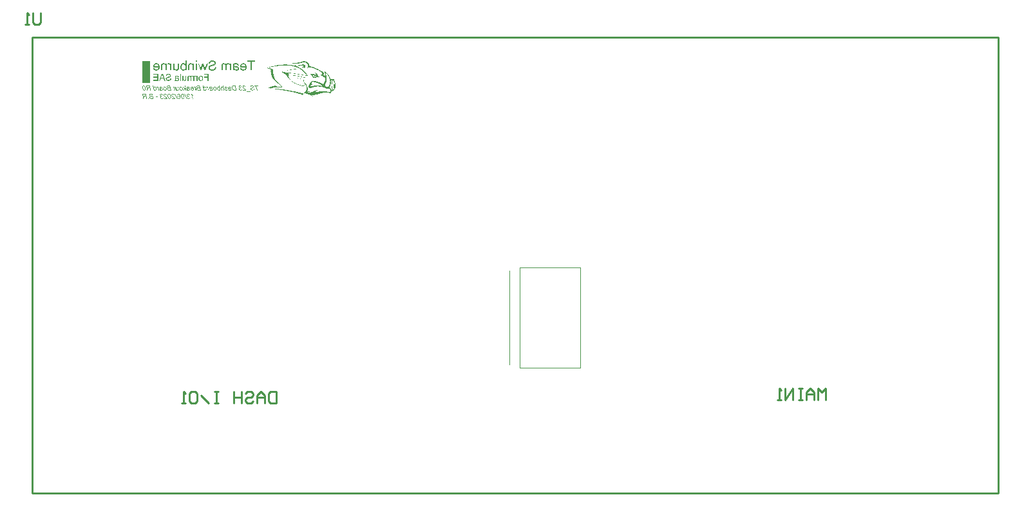
<source format=gbo>
G04*
G04 #@! TF.GenerationSoftware,Altium Limited,Altium Designer,22.8.2 (66)*
G04*
G04 Layer_Color=32896*
%FSLAX44Y44*%
%MOMM*%
G71*
G04*
G04 #@! TF.SameCoordinates,AF58AEFE-5498-464C-92CE-300A63243590*
G04*
G04*
G04 #@! TF.FilePolarity,Positive*
G04*
G01*
G75*
%ADD10C,0.2540*%
%ADD17C,0.0254*%
%ADD18C,0.0500*%
%ADD85R,1.0705X2.9147*%
G36*
X370640Y569500D02*
X371308D01*
Y569333D01*
X371642D01*
Y569166D01*
X371976D01*
Y568999D01*
X372476D01*
Y568832D01*
X372810D01*
Y568665D01*
X373144D01*
Y568498D01*
X373311D01*
Y568331D01*
X373478D01*
Y568164D01*
X373812D01*
Y567997D01*
X373979D01*
Y567830D01*
X374146D01*
Y567663D01*
X374312D01*
Y567496D01*
X374479D01*
Y567330D01*
X374646D01*
Y567163D01*
X374813D01*
Y566996D01*
X374980D01*
Y566829D01*
X375147D01*
Y566662D01*
Y566495D01*
X375314D01*
Y566328D01*
Y566161D01*
X375481D01*
Y565994D01*
X375648D01*
Y565827D01*
Y565660D01*
X375815D01*
Y565494D01*
Y565327D01*
Y565160D01*
X375982D01*
Y564993D01*
Y564826D01*
Y564659D01*
Y564492D01*
X376148D01*
Y564325D01*
Y564158D01*
Y563991D01*
Y563824D01*
Y563657D01*
X376315D01*
Y563490D01*
Y563324D01*
Y563157D01*
X376482D01*
Y562990D01*
X377484D01*
Y562823D01*
X378485D01*
Y562656D01*
X378986D01*
Y562489D01*
X379487D01*
Y562322D01*
X379988D01*
Y562155D01*
X380655D01*
Y561988D01*
X381323D01*
Y561821D01*
X381824D01*
Y561654D01*
X381991D01*
Y561487D01*
X382492D01*
Y561320D01*
X382992D01*
Y561153D01*
X383493D01*
Y560987D01*
X383827D01*
Y560820D01*
X384161D01*
Y560653D01*
X384661D01*
Y560486D01*
X384995D01*
Y560319D01*
X385329D01*
Y560152D01*
X385830D01*
Y559985D01*
X385997D01*
Y559818D01*
X386331D01*
Y559651D01*
X386665D01*
Y559484D01*
X387165D01*
Y559317D01*
X387332D01*
Y559151D01*
X387666D01*
Y558983D01*
X388000D01*
Y558817D01*
X388501D01*
Y558650D01*
X388668D01*
Y558483D01*
X389002D01*
Y558316D01*
X389168D01*
Y558149D01*
X389502D01*
Y557982D01*
X389836D01*
Y557815D01*
X390170D01*
Y557648D01*
X390504D01*
Y557481D01*
X390671D01*
Y557314D01*
X391005D01*
Y557147D01*
X391338D01*
Y556981D01*
X391672D01*
Y556814D01*
X391839D01*
Y556647D01*
X392006D01*
Y556480D01*
X392340D01*
Y556313D01*
X392674D01*
Y556146D01*
X393008D01*
Y555979D01*
X393175D01*
Y555812D01*
X393341D01*
Y555645D01*
X393675D01*
Y555478D01*
X393842D01*
Y555311D01*
X394176D01*
Y555144D01*
X394343D01*
Y554977D01*
Y554810D01*
X394510D01*
Y554644D01*
X394677D01*
Y554477D01*
X394844D01*
Y554310D01*
Y554143D01*
Y553976D01*
Y553809D01*
X395011D01*
Y553642D01*
Y553475D01*
X394956D01*
Y553405D01*
X394844D01*
Y553308D01*
Y553141D01*
Y552974D01*
X394789D01*
Y552905D01*
X394677D01*
Y552807D01*
Y552640D01*
X394622D01*
Y552571D01*
X394510D01*
Y552474D01*
X394455D01*
Y552404D01*
X394343D01*
Y552307D01*
X394288D01*
Y552237D01*
X394176D01*
Y552140D01*
Y551973D01*
Y551806D01*
Y551639D01*
X394510D01*
Y551472D01*
X394844D01*
Y551305D01*
X395011D01*
Y551138D01*
X395345D01*
Y550971D01*
X395678D01*
Y550804D01*
X395845D01*
Y550638D01*
X396179D01*
Y550471D01*
X396346D01*
Y550304D01*
X396680D01*
Y550137D01*
X396792D01*
Y550234D01*
Y550401D01*
Y550568D01*
Y550735D01*
Y550902D01*
Y551068D01*
Y551236D01*
Y551402D01*
Y551569D01*
Y551736D01*
Y551903D01*
Y552070D01*
Y552237D01*
X396625D01*
Y552404D01*
Y552571D01*
Y552738D01*
Y552905D01*
Y553072D01*
X396458D01*
Y553238D01*
Y553405D01*
Y553572D01*
Y553739D01*
Y553906D01*
X396291D01*
Y554073D01*
Y554240D01*
Y554407D01*
X396124D01*
Y554574D01*
Y554741D01*
X395957D01*
Y554908D01*
Y555075D01*
Y555242D01*
X395790D01*
Y555409D01*
Y555575D01*
Y555742D01*
Y555909D01*
X395624D01*
Y556076D01*
Y556243D01*
X395457D01*
Y556410D01*
X395511D01*
Y556480D01*
X395845D01*
Y556313D01*
X396179D01*
Y556146D01*
X396513D01*
Y555979D01*
X396680D01*
Y555812D01*
X396847D01*
Y555645D01*
X397181D01*
Y555478D01*
X397514D01*
Y555311D01*
X397681D01*
Y555144D01*
X397848D01*
Y554977D01*
X398015D01*
Y554810D01*
X398182D01*
Y554644D01*
X398516D01*
Y554477D01*
X398683D01*
Y554310D01*
X398850D01*
Y554143D01*
X399017D01*
Y553976D01*
X399184D01*
Y553809D01*
X399351D01*
Y553642D01*
X399518D01*
Y553475D01*
X399684D01*
Y553308D01*
Y553141D01*
X399851D01*
Y552974D01*
X400018D01*
Y552807D01*
X400185D01*
Y552640D01*
X400352D01*
Y552474D01*
X400519D01*
Y552307D01*
X400686D01*
Y552140D01*
Y551973D01*
X400853D01*
Y551806D01*
X401020D01*
Y551639D01*
Y551472D01*
X401187D01*
Y551305D01*
X401354D01*
Y551138D01*
Y550971D01*
X401521D01*
Y550804D01*
Y550638D01*
X401688D01*
Y550471D01*
X401854D01*
Y550304D01*
Y550137D01*
X402021D01*
Y549970D01*
Y549803D01*
X402188D01*
Y549636D01*
X402355D01*
Y549469D01*
Y549302D01*
Y549135D01*
X402522D01*
Y548968D01*
Y548801D01*
X402689D01*
Y548634D01*
Y548467D01*
X402856D01*
Y548301D01*
Y548134D01*
X403023D01*
Y547967D01*
Y547800D01*
X403190D01*
Y547633D01*
Y547466D01*
Y547299D01*
Y547132D01*
X403357D01*
Y546965D01*
Y546798D01*
Y546631D01*
Y546464D01*
X403524D01*
Y546297D01*
X403691D01*
Y546131D01*
X404470D01*
Y546228D01*
X404525D01*
Y546297D01*
X405305D01*
Y546395D01*
X405360D01*
Y546464D01*
X406140D01*
Y546562D01*
X406194D01*
Y546631D01*
X407363D01*
Y546464D01*
X407864D01*
Y546297D01*
X408198D01*
Y546131D01*
X408364D01*
Y545964D01*
Y545797D01*
Y545630D01*
Y545463D01*
X408531D01*
Y545296D01*
Y545129D01*
X408698D01*
Y544962D01*
Y544795D01*
X408865D01*
Y544628D01*
Y544461D01*
Y544294D01*
X409032D01*
Y544128D01*
Y543961D01*
Y543794D01*
X409199D01*
Y543627D01*
Y543460D01*
Y543293D01*
X409366D01*
Y543126D01*
Y542959D01*
Y542792D01*
X409533D01*
Y542625D01*
X409700D01*
Y542458D01*
Y542291D01*
Y542124D01*
X409867D01*
Y541958D01*
Y541791D01*
Y541624D01*
Y541457D01*
X410034D01*
Y541290D01*
Y541123D01*
Y540956D01*
Y540789D01*
X410201D01*
Y540622D01*
Y540455D01*
Y540288D01*
Y540121D01*
X410367D01*
Y539954D01*
Y539788D01*
Y539621D01*
Y539454D01*
X410534D01*
Y539287D01*
Y539120D01*
Y538953D01*
Y538786D01*
Y538619D01*
Y538452D01*
Y538285D01*
Y538118D01*
Y537951D01*
Y537785D01*
Y537618D01*
Y537451D01*
Y537284D01*
Y537117D01*
Y536950D01*
Y536783D01*
Y536616D01*
X410480D01*
Y536546D01*
X410367D01*
Y536449D01*
X410534D01*
Y536282D01*
Y536115D01*
X410480D01*
Y536046D01*
X410367D01*
Y535948D01*
Y535782D01*
X410313D01*
Y535712D01*
X410201D01*
Y535615D01*
Y535448D01*
Y535281D01*
Y535114D01*
Y534947D01*
X410146D01*
Y534877D01*
X410034D01*
Y534780D01*
Y534613D01*
Y534446D01*
Y534279D01*
X409979D01*
Y534210D01*
X409867D01*
Y534112D01*
Y533945D01*
X409812D01*
Y533876D01*
X409700D01*
Y533778D01*
Y533611D01*
Y533445D01*
X409645D01*
Y533375D01*
X409533D01*
Y533278D01*
X409478D01*
Y533208D01*
X409366D01*
Y533111D01*
Y532944D01*
X409311D01*
Y532874D01*
X409199D01*
Y532777D01*
Y532610D01*
X409144D01*
Y532540D01*
X409032D01*
Y532443D01*
X408977D01*
Y532373D01*
X408865D01*
Y532276D01*
X408810D01*
Y532206D01*
X408698D01*
Y532109D01*
Y531942D01*
X408643D01*
Y531873D01*
X408364D01*
Y531775D01*
X408310D01*
Y531706D01*
X408198D01*
Y531608D01*
Y531441D01*
X408143D01*
Y531372D01*
X408031D01*
Y531275D01*
X407976D01*
Y531205D01*
X407697D01*
Y531108D01*
X407642D01*
Y531038D01*
X407530D01*
Y530941D01*
X407475D01*
Y530871D01*
X407196D01*
Y530774D01*
X407141D01*
Y530704D01*
X407029D01*
Y530607D01*
X406974D01*
Y530537D01*
X406140D01*
Y530704D01*
X405472D01*
Y530871D01*
X405360D01*
Y530774D01*
X405305D01*
Y530704D01*
X405193D01*
Y530607D01*
X405138D01*
Y530537D01*
X405026D01*
Y530440D01*
Y530273D01*
Y530106D01*
Y529939D01*
Y529772D01*
Y529605D01*
X404971D01*
Y529536D01*
X404859D01*
Y529438D01*
Y529272D01*
Y529105D01*
X404804D01*
Y529035D01*
X404692D01*
Y528938D01*
Y528771D01*
X404637D01*
Y528701D01*
X404525D01*
Y528604D01*
X404470D01*
Y528534D01*
X404358D01*
Y528437D01*
Y528270D01*
X404304D01*
Y528200D01*
X404191D01*
Y528103D01*
Y527936D01*
X404137D01*
Y527867D01*
X404024D01*
Y527769D01*
X403970D01*
Y527700D01*
X403857D01*
Y527602D01*
X403803D01*
Y527533D01*
X403302D01*
Y527700D01*
X402801D01*
Y527867D01*
X402300D01*
Y528033D01*
X401633D01*
Y528200D01*
X401132D01*
Y528367D01*
X400130D01*
Y528534D01*
X397627D01*
Y528701D01*
X396513D01*
Y528604D01*
X396458D01*
Y528534D01*
X394343D01*
Y528437D01*
X394288D01*
Y528367D01*
X393175D01*
Y528270D01*
X393120D01*
Y528200D01*
X393008D01*
Y528103D01*
X392953D01*
Y528033D01*
X392786D01*
Y528200D01*
X392674D01*
Y528103D01*
X392619D01*
Y528033D01*
X392173D01*
Y527936D01*
X392118D01*
Y527867D01*
X391672D01*
Y527769D01*
X391618D01*
Y527700D01*
X391005D01*
Y527602D01*
X390950D01*
Y527533D01*
X390504D01*
Y527435D01*
X390449D01*
Y527366D01*
X390337D01*
Y527268D01*
X390282D01*
Y527199D01*
X389836D01*
Y527102D01*
X389781D01*
Y527032D01*
X389335D01*
Y526935D01*
X389281D01*
Y526865D01*
X388668D01*
Y526768D01*
X388613D01*
Y526698D01*
X388167D01*
Y526601D01*
X388112D01*
Y526531D01*
X387666D01*
Y526434D01*
X387611D01*
Y526364D01*
X387165D01*
Y526267D01*
X387111D01*
Y526197D01*
X386331D01*
Y526100D01*
X386276D01*
Y526030D01*
X385162D01*
Y525933D01*
X385107D01*
Y525863D01*
X384328D01*
Y525766D01*
X384273D01*
Y525696D01*
X383493D01*
Y525599D01*
X383438D01*
Y525530D01*
X381657D01*
Y525432D01*
X381602D01*
Y525363D01*
X378485D01*
Y525265D01*
Y525098D01*
X378819D01*
Y524932D01*
X378986D01*
Y524765D01*
X379320D01*
Y524598D01*
X379654D01*
Y524431D01*
X379821D01*
Y524264D01*
X380155D01*
Y524097D01*
X380322D01*
Y523930D01*
X380489D01*
Y523763D01*
X380434D01*
Y523693D01*
X380100D01*
Y523860D01*
X379766D01*
Y524027D01*
X379599D01*
Y524194D01*
X379265D01*
Y524361D01*
X378764D01*
Y524528D01*
X378431D01*
Y524695D01*
X378097D01*
Y524862D01*
X377930D01*
Y525029D01*
X377429D01*
Y525196D01*
X377095D01*
Y525363D01*
X376595D01*
Y525530D01*
X376261D01*
Y525696D01*
X376094D01*
Y525863D01*
X375593D01*
Y526030D01*
X374925D01*
Y526197D01*
X374425D01*
Y526364D01*
X374091D01*
Y526531D01*
X373757D01*
Y526698D01*
X373256D01*
Y526865D01*
X372588D01*
Y527032D01*
X371921D01*
Y527199D01*
X371253D01*
Y527366D01*
X371086D01*
Y527533D01*
X370252D01*
Y527700D01*
X369083D01*
Y527867D01*
X368637D01*
Y527769D01*
X368582D01*
Y527700D01*
X368470D01*
Y527602D01*
X368415D01*
Y527533D01*
X368303D01*
Y527435D01*
Y527268D01*
X368248D01*
Y527199D01*
X368136D01*
Y527102D01*
X368082D01*
Y527032D01*
X367969D01*
Y526935D01*
X367915D01*
Y526865D01*
X367803D01*
Y526768D01*
X367748D01*
Y526698D01*
X367636D01*
Y526601D01*
Y526434D01*
X367581D01*
Y526364D01*
X367469D01*
Y526267D01*
X367414D01*
Y526197D01*
X367302D01*
Y526100D01*
X367247D01*
Y526030D01*
X367135D01*
Y525933D01*
X367080D01*
Y525863D01*
X366968D01*
Y525766D01*
X366913D01*
Y525696D01*
X366801D01*
Y525599D01*
X366746D01*
Y525530D01*
X366579D01*
Y525696D01*
X366412D01*
Y525863D01*
X365912D01*
Y526030D01*
X365411D01*
Y526197D01*
X364743D01*
Y526364D01*
X364409D01*
Y526531D01*
X363909D01*
Y526698D01*
X363408D01*
Y526865D01*
X362740D01*
Y527032D01*
X362072D01*
Y527199D01*
X361572D01*
Y527366D01*
X361238D01*
Y527533D01*
X360570D01*
Y527700D01*
X359735D01*
Y527867D01*
X359068D01*
Y528033D01*
X358400D01*
Y528200D01*
X357899D01*
Y528367D01*
X357232D01*
Y528534D01*
X356397D01*
Y528701D01*
X355396D01*
Y528868D01*
X354895D01*
Y529035D01*
X354394D01*
Y529202D01*
X353559D01*
Y529369D01*
X352558D01*
Y529536D01*
X351723D01*
Y529703D01*
X351055D01*
Y529869D01*
X350388D01*
Y530036D01*
X349386D01*
Y530203D01*
X348385D01*
Y530370D01*
X347383D01*
Y530537D01*
X346549D01*
Y530704D01*
X346048D01*
Y530871D01*
X344879D01*
Y531038D01*
X343878D01*
Y531205D01*
X342710D01*
Y531372D01*
X342042D01*
Y531539D01*
X341930D01*
Y531441D01*
X341875D01*
Y531372D01*
X341708D01*
Y531539D01*
X341207D01*
Y531706D01*
X340039D01*
Y531873D01*
X338870D01*
Y532039D01*
X337702D01*
Y532206D01*
X336533D01*
Y532373D01*
X336033D01*
Y532540D01*
X334864D01*
Y532707D01*
X333529D01*
Y532874D01*
X332193D01*
Y533041D01*
X331359D01*
Y533208D01*
X331247D01*
Y533111D01*
X331192D01*
Y533041D01*
X331025D01*
Y533208D01*
X330524D01*
Y533375D01*
X329189D01*
Y533542D01*
X327853D01*
Y533709D01*
X326351D01*
Y533876D01*
X326406D01*
Y533945D01*
X327520D01*
Y534043D01*
X327574D01*
Y534112D01*
X327741D01*
Y533945D01*
X328242D01*
Y533778D01*
X331414D01*
Y533611D01*
X333750D01*
Y533445D01*
X335754D01*
Y533278D01*
X335920D01*
Y533111D01*
X336033D01*
Y533208D01*
X336087D01*
Y533278D01*
X336254D01*
Y533111D01*
X338091D01*
Y532944D01*
X339593D01*
Y532777D01*
X341262D01*
Y532610D01*
X341596D01*
Y532443D01*
X341708D01*
Y532540D01*
X341763D01*
Y532610D01*
X341930D01*
Y532443D01*
X342042D01*
Y532540D01*
X342097D01*
Y532610D01*
X342263D01*
Y532443D01*
X342376D01*
Y532540D01*
X342430D01*
Y532610D01*
X342597D01*
Y532443D01*
X343098D01*
Y532276D01*
X344267D01*
Y532109D01*
X345769D01*
Y531942D01*
X346937D01*
Y531775D01*
X348273D01*
Y531608D01*
X348440D01*
Y531441D01*
X349608D01*
Y531275D01*
X350776D01*
Y531108D01*
X351945D01*
Y530941D01*
X352613D01*
Y530774D01*
X352725D01*
Y530871D01*
X352780D01*
Y530941D01*
X352947D01*
Y530774D01*
X353113D01*
Y530607D01*
X354282D01*
Y530440D01*
X355450D01*
Y530273D01*
X356285D01*
Y530106D01*
X357286D01*
Y529939D01*
X357620D01*
Y529772D01*
X358455D01*
Y529605D01*
X359290D01*
Y529438D01*
X360291D01*
Y529272D01*
X360959D01*
Y529105D01*
X361071D01*
Y529202D01*
X361126D01*
Y529272D01*
X361292D01*
Y529105D01*
X361460D01*
Y528938D01*
X362294D01*
Y528771D01*
X363296D01*
Y528604D01*
X363963D01*
Y528437D01*
X364798D01*
Y528270D01*
X364965D01*
Y528103D01*
X365799D01*
Y527936D01*
X366634D01*
Y527769D01*
X367469D01*
Y527602D01*
X368082D01*
Y527700D01*
X368136D01*
Y527769D01*
X368415D01*
Y527867D01*
X368470D01*
Y527936D01*
X368582D01*
Y528033D01*
X368637D01*
Y528103D01*
X368749D01*
Y528200D01*
X368804D01*
Y528270D01*
X368916D01*
Y528367D01*
X368971D01*
Y528437D01*
X369083D01*
Y528534D01*
X369138D01*
Y528604D01*
X369250D01*
Y528701D01*
X369305D01*
Y528771D01*
X369417D01*
Y528868D01*
X369472D01*
Y528938D01*
X369584D01*
Y529035D01*
X369639D01*
Y529105D01*
X369751D01*
Y529202D01*
X369805D01*
Y529272D01*
X369918D01*
Y529369D01*
X369972D01*
Y529438D01*
X370085D01*
Y529536D01*
X370139D01*
Y529605D01*
X370252D01*
Y529703D01*
X370306D01*
Y529772D01*
X370418D01*
Y529869D01*
X370473D01*
Y529939D01*
X370585D01*
Y530036D01*
X370640D01*
Y530106D01*
X370752D01*
Y530203D01*
Y530370D01*
X370807D01*
Y530440D01*
X370919D01*
Y530537D01*
X370974D01*
Y530607D01*
X371086D01*
Y530704D01*
X371141D01*
Y530774D01*
X371253D01*
Y530871D01*
X371308D01*
Y530941D01*
X371420D01*
Y531038D01*
X371475D01*
Y531108D01*
X371587D01*
Y531205D01*
Y531372D01*
X371642D01*
Y531441D01*
X371754D01*
Y531539D01*
Y531706D01*
X371809D01*
Y531775D01*
X371921D01*
Y531873D01*
Y532039D01*
X371976D01*
Y532109D01*
X372255D01*
Y532206D01*
Y532373D01*
X372309D01*
Y532443D01*
X372421D01*
Y532540D01*
Y532707D01*
Y532874D01*
Y533041D01*
X372476D01*
Y533111D01*
X372588D01*
Y533208D01*
Y533375D01*
Y533542D01*
Y533709D01*
Y533876D01*
Y534043D01*
Y534210D01*
Y534376D01*
X372421D01*
Y534543D01*
Y534710D01*
Y534877D01*
Y535044D01*
Y535211D01*
Y535378D01*
X372255D01*
Y535545D01*
Y535712D01*
Y535879D01*
Y536046D01*
X372088D01*
Y536213D01*
X371921D01*
Y536379D01*
X371976D01*
Y536449D01*
X372088D01*
Y536546D01*
X371921D01*
Y536713D01*
X371754D01*
Y536880D01*
Y537047D01*
Y537214D01*
X371587D01*
Y537381D01*
Y537548D01*
Y537715D01*
X371420D01*
Y537882D01*
Y538049D01*
Y538216D01*
X371253D01*
Y538382D01*
X371086D01*
Y538549D01*
X371141D01*
Y538619D01*
X371253D01*
Y538716D01*
X370919D01*
Y538883D01*
Y539050D01*
Y539217D01*
X370752D01*
Y539384D01*
Y539551D01*
X370585D01*
Y539718D01*
X370139D01*
Y539621D01*
Y539454D01*
Y539287D01*
X370085D01*
Y539217D01*
X369972D01*
Y539120D01*
Y538953D01*
X369918D01*
Y538883D01*
X369805D01*
Y538786D01*
Y538619D01*
X369751D01*
Y538549D01*
X369639D01*
Y538452D01*
Y538285D01*
X369584D01*
Y538216D01*
X369472D01*
Y538118D01*
X369417D01*
Y538049D01*
X369305D01*
Y537951D01*
Y537785D01*
X369250D01*
Y537715D01*
X369138D01*
Y537618D01*
X369083D01*
Y537548D01*
X368971D01*
Y537451D01*
Y537284D01*
X368916D01*
Y537214D01*
X368470D01*
Y537117D01*
X368415D01*
Y537047D01*
X367969D01*
Y536950D01*
X367915D01*
Y536880D01*
X366913D01*
Y537047D01*
X366078D01*
Y537214D01*
X365244D01*
Y537381D01*
X365077D01*
Y537548D01*
X364576D01*
Y537715D01*
X364075D01*
Y537882D01*
X363408D01*
Y538049D01*
X363074D01*
Y538216D01*
X362907D01*
Y538382D01*
X362406D01*
Y538549D01*
X361739D01*
Y538716D01*
X361405D01*
Y538883D01*
X360904D01*
Y539050D01*
X360737D01*
Y539217D01*
X360236D01*
Y539384D01*
X359735D01*
Y539551D01*
X359235D01*
Y539718D01*
X359068D01*
Y539885D01*
X358956D01*
Y539788D01*
X358901D01*
Y539718D01*
X358734D01*
Y539885D01*
X358567D01*
Y540052D01*
X358066D01*
Y540219D01*
X357565D01*
Y540386D01*
X357065D01*
Y540552D01*
X356564D01*
Y540719D01*
Y540886D01*
X356063D01*
Y541053D01*
X355729D01*
Y541220D01*
X355396D01*
Y541387D01*
X355062D01*
Y541554D01*
X354895D01*
Y541721D01*
X354394D01*
Y541888D01*
X354227D01*
Y542055D01*
X353893D01*
Y542222D01*
X353559D01*
Y542389D01*
Y542556D01*
X353226D01*
Y542723D01*
X353059D01*
Y542889D01*
X352725D01*
Y543056D01*
X352558D01*
Y543223D01*
X352391D01*
Y543390D01*
X352224D01*
Y543557D01*
X351890D01*
Y543724D01*
X351723D01*
Y543891D01*
X351556D01*
Y544058D01*
Y544225D01*
X351389D01*
Y544392D01*
X351055D01*
Y544559D01*
X350889D01*
Y544725D01*
X350722D01*
Y544892D01*
Y545059D01*
X350555D01*
Y545226D01*
X350388D01*
Y545393D01*
X350221D01*
Y545560D01*
X350054D01*
Y545727D01*
Y545894D01*
X349887D01*
Y546061D01*
X349720D01*
Y546228D01*
X349553D01*
Y546395D01*
X349386D01*
Y546562D01*
X349219D01*
Y546729D01*
Y546895D01*
X349053D01*
Y547062D01*
X348886D01*
Y547229D01*
Y547396D01*
X348719D01*
Y547563D01*
X348552D01*
Y547730D01*
X348385D01*
Y547897D01*
X348218D01*
Y548064D01*
Y548231D01*
X348051D01*
Y548398D01*
Y548565D01*
X347717D01*
Y548732D01*
X347550D01*
Y548899D01*
Y549066D01*
X347383D01*
Y549232D01*
X347216D01*
Y549399D01*
X347049D01*
Y549566D01*
X346883D01*
Y549733D01*
X346716D01*
Y549900D01*
Y550067D01*
X346549D01*
Y550234D01*
X346382D01*
Y550401D01*
X346215D01*
Y550568D01*
X346048D01*
Y550735D01*
X345881D01*
Y550902D01*
X345714D01*
Y551068D01*
X345547D01*
Y551236D01*
X345380D01*
Y551402D01*
X345213D01*
Y551569D01*
X345046D01*
Y551736D01*
X344879D01*
Y551903D01*
X344712D01*
Y552070D01*
X344379D01*
Y552237D01*
X344212D01*
Y552404D01*
Y552571D01*
X343878D01*
Y552738D01*
X343711D01*
Y552905D01*
X343377D01*
Y553072D01*
X343210D01*
Y553238D01*
Y553405D01*
X342876D01*
Y553572D01*
X342542D01*
Y553739D01*
X342376D01*
Y553906D01*
X342209D01*
Y554073D01*
X342042D01*
Y554240D01*
X341708D01*
Y554407D01*
X341374D01*
Y554574D01*
X341040D01*
Y554741D01*
X340706D01*
Y554908D01*
X340540D01*
Y555075D01*
X340373D01*
Y555242D01*
X340039D01*
Y555409D01*
X339538D01*
Y555575D01*
X339204D01*
Y555742D01*
Y555909D01*
X339259D01*
Y555979D01*
X339593D01*
Y555812D01*
X339705D01*
Y555909D01*
X339760D01*
Y555979D01*
X339872D01*
Y556076D01*
X339927D01*
Y556146D01*
X340594D01*
Y555979D01*
X340540D01*
Y555909D01*
X340427D01*
Y555812D01*
Y555645D01*
Y555478D01*
X342430D01*
Y555311D01*
X344434D01*
Y555144D01*
X346103D01*
Y554977D01*
X346603D01*
Y554810D01*
X348440D01*
Y554644D01*
X349942D01*
Y554477D01*
X351611D01*
Y554310D01*
X352613D01*
Y554143D01*
X352725D01*
Y554240D01*
X352780D01*
Y554310D01*
X352947D01*
Y554143D01*
X353447D01*
Y553976D01*
X354616D01*
Y553809D01*
X356118D01*
Y553642D01*
X357453D01*
Y553475D01*
X358789D01*
Y553308D01*
X358956D01*
Y553141D01*
X360291D01*
Y552974D01*
X361626D01*
Y552807D01*
X362795D01*
Y552640D01*
X363296D01*
Y552474D01*
X363408D01*
Y552571D01*
X363462D01*
Y552640D01*
X363629D01*
Y552474D01*
X363742D01*
Y552571D01*
X363796D01*
Y552640D01*
X363963D01*
Y552474D01*
X364464D01*
Y552307D01*
X365466D01*
Y552140D01*
X366634D01*
Y551973D01*
X367803D01*
Y551806D01*
X368971D01*
Y551639D01*
X369138D01*
Y551472D01*
X370306D01*
Y551305D01*
X371308D01*
Y551138D01*
X372588D01*
Y551236D01*
Y551402D01*
X372421D01*
Y551569D01*
X372255D01*
Y551736D01*
X372088D01*
Y551903D01*
Y552070D01*
X371921D01*
Y552237D01*
X371754D01*
Y552404D01*
Y552571D01*
X371587D01*
Y552738D01*
X371420D01*
Y552905D01*
X371253D01*
Y553072D01*
X371086D01*
Y553238D01*
X370919D01*
Y553405D01*
X370752D01*
Y553572D01*
X370585D01*
Y553739D01*
X370418D01*
Y553906D01*
X370252D01*
Y554073D01*
X370085D01*
Y554240D01*
X369918D01*
Y554407D01*
Y554574D01*
X369751D01*
Y554741D01*
X369584D01*
Y554908D01*
X369417D01*
Y555075D01*
X369250D01*
Y555242D01*
X369083D01*
Y555409D01*
X368749D01*
Y555575D01*
X368582D01*
Y555742D01*
X368415D01*
Y555909D01*
X368248D01*
Y556076D01*
X368082D01*
Y556243D01*
X367915D01*
Y556410D01*
X367748D01*
Y556577D01*
X367581D01*
Y556744D01*
X367414D01*
Y556911D01*
X367247D01*
Y557078D01*
X366913D01*
Y557245D01*
X366746D01*
Y557411D01*
Y557579D01*
X366412D01*
Y557745D01*
X366245D01*
Y557912D01*
X365912D01*
Y558079D01*
X365745D01*
Y558246D01*
X365578D01*
Y558413D01*
X365411D01*
Y558580D01*
X365077D01*
Y558747D01*
X364910D01*
Y558914D01*
X364743D01*
Y559081D01*
X364576D01*
Y559248D01*
X364242D01*
Y559415D01*
X364075D01*
Y559581D01*
X362406D01*
Y559748D01*
X361960D01*
Y559651D01*
X361905D01*
Y559581D01*
X358622D01*
Y559484D01*
X358567D01*
Y559415D01*
X356898D01*
Y559581D01*
X356953D01*
Y559651D01*
X358567D01*
Y559748D01*
X358622D01*
Y559818D01*
X361071D01*
Y559915D01*
X361126D01*
Y559985D01*
X361572D01*
Y560082D01*
X361626D01*
Y560152D01*
X362573D01*
Y560249D01*
Y560416D01*
X362239D01*
Y560583D01*
X361905D01*
Y560750D01*
X361739D01*
Y560917D01*
X361405D01*
Y561084D01*
X361071D01*
Y561251D01*
X360570D01*
Y561418D01*
X360403D01*
Y561585D01*
X360069D01*
Y561752D01*
X359735D01*
Y561918D01*
X359068D01*
Y562085D01*
X358567D01*
Y562252D01*
X358233D01*
Y562419D01*
X357899D01*
Y562586D01*
X357232D01*
Y562753D01*
X356564D01*
Y562920D01*
X355729D01*
Y563087D01*
X355396D01*
Y563254D01*
X355283D01*
Y563157D01*
X355229D01*
Y563087D01*
X355062D01*
Y563254D01*
X354728D01*
Y563421D01*
X354060D01*
Y563588D01*
X352725D01*
Y563755D01*
X351389D01*
Y563922D01*
X349553D01*
Y564088D01*
X349053D01*
Y564255D01*
X339259D01*
Y564158D01*
X339204D01*
Y564088D01*
X339092D01*
Y563991D01*
X339037D01*
Y563922D01*
X336588D01*
Y563824D01*
X336533D01*
Y563755D01*
X334752D01*
Y563657D01*
X334697D01*
Y563588D01*
X333250D01*
Y563490D01*
X333195D01*
Y563421D01*
X331914D01*
Y563324D01*
X331860D01*
Y563254D01*
X331581D01*
Y563157D01*
X331526D01*
Y563087D01*
X331359D01*
Y563254D01*
X331247D01*
Y563157D01*
X331192D01*
Y563087D01*
X331025D01*
Y563254D01*
X330913D01*
Y563157D01*
X330858D01*
Y563087D01*
X330412D01*
Y562990D01*
X330357D01*
Y562920D01*
X329244D01*
Y562823D01*
X329189D01*
Y562753D01*
X328075D01*
Y562656D01*
X328020D01*
Y562586D01*
X327074D01*
Y562489D01*
X327019D01*
Y562419D01*
X326907D01*
Y562322D01*
X326852D01*
Y562252D01*
X325905D01*
Y562155D01*
X325850D01*
Y562085D01*
X325071D01*
Y561988D01*
X325016D01*
Y561918D01*
X324069D01*
Y561821D01*
X324014D01*
Y561752D01*
X323401D01*
Y561654D01*
X323347D01*
Y561585D01*
X323068D01*
Y561487D01*
X323013D01*
Y561418D01*
X322400D01*
Y561320D01*
X322345D01*
Y561251D01*
X321844D01*
Y561418D01*
X321899D01*
Y561487D01*
X322345D01*
Y561585D01*
X322400D01*
Y561654D01*
X322512D01*
Y561752D01*
X322567D01*
Y561821D01*
X323013D01*
Y561918D01*
X323068D01*
Y561988D01*
X323680D01*
Y562085D01*
X323735D01*
Y562155D01*
X324348D01*
Y562252D01*
X324403D01*
Y562322D01*
X324849D01*
Y562419D01*
X324904D01*
Y562489D01*
X325350D01*
Y562586D01*
X325404D01*
Y562656D01*
X325850D01*
Y562753D01*
X325905D01*
Y562823D01*
X326351D01*
Y562920D01*
X326406D01*
Y562990D01*
X327019D01*
Y563087D01*
X327074D01*
Y563157D01*
X327687D01*
Y563254D01*
X327741D01*
Y563324D01*
X328020D01*
Y563421D01*
X328075D01*
Y563490D01*
X328688D01*
Y563588D01*
X328743D01*
Y563657D01*
X329523D01*
Y563755D01*
X329577D01*
Y563824D01*
X330524D01*
Y563922D01*
X330579D01*
Y563991D01*
X331192D01*
Y564088D01*
X331247D01*
Y564158D01*
X331693D01*
Y564255D01*
X331747D01*
Y564325D01*
X331914D01*
Y564158D01*
X332026D01*
Y564255D01*
X332081D01*
Y564325D01*
X332694D01*
Y564422D01*
X332749D01*
Y564492D01*
X333696D01*
Y564589D01*
X333750D01*
Y564659D01*
X334864D01*
Y564756D01*
X334919D01*
Y564826D01*
X336367D01*
Y564923D01*
X336421D01*
Y564993D01*
X336867D01*
Y565090D01*
X336922D01*
Y565160D01*
X338703D01*
Y565257D01*
X338758D01*
Y565327D01*
X341541D01*
Y565424D01*
X341596D01*
Y565494D01*
X346437D01*
Y565327D01*
X349274D01*
Y565160D01*
X351110D01*
Y564993D01*
X351611D01*
Y564826D01*
X352947D01*
Y564659D01*
X353948D01*
Y564492D01*
X354949D01*
Y564325D01*
X355617D01*
Y564158D01*
X356118D01*
Y563991D01*
X356786D01*
Y563824D01*
X357398D01*
Y563922D01*
Y564088D01*
Y564255D01*
X357065D01*
Y564422D01*
X356898D01*
Y564589D01*
X356564D01*
Y564756D01*
X356397D01*
Y564923D01*
X356230D01*
Y565090D01*
X356063D01*
Y565257D01*
X355896D01*
Y565424D01*
X355562D01*
Y565591D01*
X355396D01*
Y565758D01*
X355229D01*
Y565924D01*
X355062D01*
Y566091D01*
X354895D01*
Y566258D01*
X354561D01*
Y566425D01*
X354394D01*
Y566592D01*
X354227D01*
Y566759D01*
X354060D01*
Y566926D01*
X353726D01*
Y567093D01*
X353559D01*
Y567260D01*
X353392D01*
Y567427D01*
X353226D01*
Y567594D01*
X352892D01*
Y567761D01*
X352725D01*
Y567928D01*
X352780D01*
Y567997D01*
X353113D01*
Y567830D01*
X355450D01*
Y567663D01*
X358066D01*
Y567761D01*
X358121D01*
Y567830D01*
X360236D01*
Y567928D01*
X360291D01*
Y567997D01*
X361572D01*
Y568094D01*
X361626D01*
Y568164D01*
X362573D01*
Y568261D01*
X362628D01*
Y568331D01*
X362907D01*
Y568428D01*
X362962D01*
Y568498D01*
X363575D01*
Y568595D01*
X363629D01*
Y568665D01*
X364242D01*
Y568762D01*
X364297D01*
Y568832D01*
X364910D01*
Y568929D01*
X364965D01*
Y568999D01*
X365578D01*
Y569096D01*
X365633D01*
Y569166D01*
X366078D01*
Y569263D01*
X366133D01*
Y569333D01*
X366579D01*
Y569430D01*
X366634D01*
Y569500D01*
X367414D01*
Y569597D01*
X367469D01*
Y569666D01*
X370640D01*
Y569500D01*
D02*
G37*
G36*
X356786Y559317D02*
X356731D01*
Y559248D01*
X355450D01*
Y559151D01*
X355396D01*
Y559081D01*
X355283D01*
Y558983D01*
X355229D01*
Y558914D01*
X353948D01*
Y558817D01*
X353893D01*
Y558747D01*
X352725D01*
Y558914D01*
X352780D01*
Y558983D01*
X353893D01*
Y559081D01*
X353948D01*
Y559151D01*
X354060D01*
Y559248D01*
X354115D01*
Y559317D01*
X355396D01*
Y559415D01*
X355450D01*
Y559484D01*
X356786D01*
Y559317D01*
D02*
G37*
G36*
X352613Y558650D02*
X352558D01*
Y558580D01*
X351611D01*
Y558483D01*
X351556D01*
Y558413D01*
X350443D01*
Y558316D01*
X350388D01*
Y558246D01*
X350276D01*
Y558149D01*
X350221D01*
Y558079D01*
X349441D01*
Y557982D01*
X349386D01*
Y557912D01*
X348385D01*
Y558079D01*
X348440D01*
Y558149D01*
X349386D01*
Y558246D01*
Y558413D01*
X349441D01*
Y558483D01*
X350388D01*
Y558580D01*
X350443D01*
Y558650D01*
X351556D01*
Y558747D01*
X351611D01*
Y558817D01*
X352613D01*
Y558650D01*
D02*
G37*
G36*
X348273Y557815D02*
X348218D01*
Y557745D01*
X347438D01*
Y557648D01*
X347383D01*
Y557579D01*
X346603D01*
Y557481D01*
X346549D01*
Y557411D01*
X346437D01*
Y557314D01*
X346382D01*
Y557245D01*
X345602D01*
Y557147D01*
X345547D01*
Y557078D01*
X344712D01*
Y557245D01*
X344767D01*
Y557314D01*
X345547D01*
Y557411D01*
X345602D01*
Y557481D01*
X345714D01*
Y557579D01*
X345769D01*
Y557648D01*
X346549D01*
Y557745D01*
X346603D01*
Y557815D01*
X347383D01*
Y557912D01*
X347438D01*
Y557982D01*
X348273D01*
Y557815D01*
D02*
G37*
G36*
X344600Y556981D02*
X344546D01*
Y556911D01*
X343766D01*
Y556814D01*
X343711D01*
Y556744D01*
X343098D01*
Y556647D01*
X343043D01*
Y556577D01*
X342764D01*
Y556480D01*
X342710D01*
Y556410D01*
X342097D01*
Y556313D01*
X342042D01*
Y556243D01*
X341262D01*
Y556146D01*
X341207D01*
Y556076D01*
X340706D01*
Y556243D01*
X340761D01*
Y556313D01*
X341207D01*
Y556410D01*
X341262D01*
Y556480D01*
X342042D01*
Y556577D01*
X342097D01*
Y556647D01*
X342209D01*
Y556744D01*
X342263D01*
Y556814D01*
X343043D01*
Y556911D01*
X343098D01*
Y556981D01*
X343711D01*
Y557078D01*
X343766D01*
Y557147D01*
X344600D01*
Y556981D01*
D02*
G37*
G36*
X321565Y561153D02*
X321511D01*
Y561084D01*
X321398D01*
Y560987D01*
X321565D01*
Y560820D01*
X322066D01*
Y560653D01*
X323234D01*
Y560486D01*
X324403D01*
Y560319D01*
X325238D01*
Y560152D01*
X325738D01*
Y559985D01*
X325905D01*
Y559818D01*
X326573D01*
Y559651D01*
X327074D01*
Y559484D01*
X327574D01*
Y559317D01*
X327908D01*
Y559151D01*
X328242D01*
Y558983D01*
X328409D01*
Y558817D01*
Y558650D01*
Y558483D01*
Y558316D01*
Y558149D01*
Y557982D01*
Y557815D01*
Y557648D01*
Y557481D01*
Y557314D01*
Y557147D01*
Y556981D01*
Y556814D01*
Y556647D01*
Y556480D01*
Y556313D01*
Y556146D01*
Y555979D01*
Y555812D01*
Y555645D01*
Y555478D01*
Y555311D01*
Y555144D01*
Y554977D01*
Y554810D01*
Y554644D01*
Y554477D01*
Y554310D01*
Y554143D01*
X328576D01*
Y553976D01*
Y553809D01*
Y553642D01*
Y553475D01*
Y553308D01*
Y553141D01*
Y552974D01*
Y552807D01*
X328743D01*
Y552640D01*
X328910D01*
Y552474D01*
Y552307D01*
Y552140D01*
Y551973D01*
Y551806D01*
Y551639D01*
Y551472D01*
X329077D01*
Y551305D01*
Y551138D01*
Y550971D01*
Y550804D01*
Y550638D01*
X329244D01*
Y550471D01*
Y550304D01*
Y550137D01*
Y549970D01*
Y549803D01*
X329411D01*
Y549636D01*
Y549469D01*
Y549302D01*
X329577D01*
Y549135D01*
X329744D01*
Y548968D01*
Y548801D01*
Y548634D01*
X329911D01*
Y548467D01*
Y548301D01*
Y548134D01*
X330078D01*
Y547967D01*
Y547800D01*
Y547633D01*
X330245D01*
Y547466D01*
Y547299D01*
Y547132D01*
X330412D01*
Y546965D01*
X330579D01*
Y546798D01*
Y546631D01*
X330746D01*
Y546464D01*
Y546297D01*
X330913D01*
Y546131D01*
Y545964D01*
X331080D01*
Y545797D01*
X331247D01*
Y545630D01*
X331414D01*
Y545463D01*
Y545296D01*
X331581D01*
Y545129D01*
X331747D01*
Y544962D01*
Y544795D01*
Y544628D01*
X332081D01*
Y544461D01*
Y544294D01*
X332248D01*
Y544128D01*
X332415D01*
Y543961D01*
X332582D01*
Y543794D01*
Y543627D01*
X332916D01*
Y543460D01*
X333083D01*
Y543293D01*
Y543126D01*
X333250D01*
Y542959D01*
X333417D01*
Y542792D01*
X333584D01*
Y542625D01*
X333750D01*
Y542458D01*
X333917D01*
Y542291D01*
X334084D01*
Y542124D01*
X334251D01*
Y541958D01*
X334418D01*
Y541791D01*
X334585D01*
Y541624D01*
X334752D01*
Y541457D01*
X334919D01*
Y541290D01*
X335086D01*
Y541123D01*
X335420D01*
Y540956D01*
X335587D01*
Y540789D01*
X335754D01*
Y540622D01*
Y540455D01*
X336087D01*
Y540288D01*
X336254D01*
Y540121D01*
X336421D01*
Y539954D01*
X336588D01*
Y539788D01*
X336755D01*
Y539621D01*
X336922D01*
Y539454D01*
X337256D01*
Y539287D01*
X337423D01*
Y539120D01*
Y538953D01*
X337590D01*
Y538786D01*
X337924D01*
Y538619D01*
X338091D01*
Y538452D01*
X338257D01*
Y538285D01*
Y538118D01*
X338424D01*
Y537951D01*
X338758D01*
Y537785D01*
X338925D01*
Y537618D01*
X339092D01*
Y537451D01*
Y537284D01*
X339259D01*
Y537117D01*
X339426D01*
Y536950D01*
X339593D01*
Y536783D01*
X339760D01*
Y536616D01*
Y536449D01*
X339927D01*
Y536282D01*
Y536115D01*
X340093D01*
Y535948D01*
X340260D01*
Y535782D01*
Y535615D01*
Y535448D01*
X340594D01*
Y535281D01*
Y535114D01*
X340540D01*
Y535044D01*
X340373D01*
Y535211D01*
X339371D01*
Y535378D01*
X337368D01*
Y535545D01*
X332415D01*
Y535448D01*
X332360D01*
Y535378D01*
X330412D01*
Y535281D01*
X330357D01*
Y535211D01*
X329077D01*
Y535114D01*
X329022D01*
Y535044D01*
X328075D01*
Y534947D01*
X328020D01*
Y534877D01*
X327741D01*
Y534780D01*
X327687D01*
Y534710D01*
X327353D01*
Y534877D01*
X327241D01*
Y534780D01*
X327186D01*
Y534710D01*
X326907D01*
Y534613D01*
X326852D01*
Y534543D01*
X326072D01*
Y534446D01*
X326017D01*
Y534376D01*
X325571D01*
Y534279D01*
Y534112D01*
X325738D01*
Y533945D01*
X325684D01*
Y533876D01*
X325183D01*
Y534043D01*
X324348D01*
Y534210D01*
X323013D01*
Y534376D01*
X321343D01*
Y534543D01*
X321398D01*
Y534613D01*
X321511D01*
Y534710D01*
X321565D01*
Y534780D01*
X322011D01*
Y534877D01*
X322066D01*
Y534947D01*
X322178D01*
Y535044D01*
X322233D01*
Y535114D01*
X322512D01*
Y535211D01*
X322567D01*
Y535281D01*
X323013D01*
Y535378D01*
X323068D01*
Y535448D01*
X323347D01*
Y535545D01*
X323401D01*
Y535615D01*
X323847D01*
Y535712D01*
X323902D01*
Y535782D01*
X324348D01*
Y535879D01*
X324403D01*
Y535948D01*
X324515D01*
Y536046D01*
X324570D01*
Y536115D01*
X325183D01*
Y536213D01*
X325238D01*
Y536282D01*
X325684D01*
Y536379D01*
X325738D01*
Y536449D01*
X326351D01*
Y536546D01*
X326406D01*
Y536616D01*
X326518D01*
Y536713D01*
X326573D01*
Y536783D01*
X327353D01*
Y536880D01*
X327407D01*
Y536950D01*
X328020D01*
Y537047D01*
X328075D01*
Y537117D01*
X328855D01*
Y537214D01*
X328910D01*
Y537284D01*
X329856D01*
Y537381D01*
X329911D01*
Y537451D01*
X330023D01*
Y537548D01*
X330078D01*
Y537618D01*
X330245D01*
Y537451D01*
X330357D01*
Y537548D01*
X330412D01*
Y537618D01*
X331192D01*
Y537715D01*
X331247D01*
Y537785D01*
X331914D01*
Y537618D01*
X331860D01*
Y537548D01*
X331247D01*
Y537451D01*
X331192D01*
Y537381D01*
X331080D01*
Y537284D01*
X331025D01*
Y537214D01*
X330579D01*
Y537117D01*
X330524D01*
Y537047D01*
X330078D01*
Y536950D01*
X330023D01*
Y536880D01*
X329911D01*
Y536783D01*
Y536616D01*
X330524D01*
Y536713D01*
X330579D01*
Y536783D01*
X330746D01*
Y536616D01*
X330858D01*
Y536713D01*
X330913D01*
Y536783D01*
X331747D01*
Y536616D01*
X331860D01*
Y536713D01*
X331914D01*
Y536783D01*
X332415D01*
Y536616D01*
X332527D01*
Y536713D01*
X332582D01*
Y536783D01*
X332749D01*
Y536616D01*
X333584D01*
Y536449D01*
X335420D01*
Y536282D01*
X336922D01*
Y536115D01*
X338257D01*
Y535948D01*
X338925D01*
Y535782D01*
X339037D01*
Y535879D01*
X339092D01*
Y535948D01*
X339204D01*
Y536046D01*
Y536213D01*
X339037D01*
Y536379D01*
Y536546D01*
X338870D01*
Y536713D01*
X338703D01*
Y536880D01*
X338536D01*
Y537047D01*
Y537214D01*
X338369D01*
Y537381D01*
X338203D01*
Y537548D01*
X338036D01*
Y537715D01*
X337869D01*
Y537882D01*
X337702D01*
Y538049D01*
X337535D01*
Y538216D01*
X337368D01*
Y538382D01*
X337201D01*
Y538549D01*
X337034D01*
Y538716D01*
X336867D01*
Y538883D01*
X336700D01*
Y539050D01*
X336533D01*
Y539217D01*
X336199D01*
Y539384D01*
X336033D01*
Y539551D01*
X335866D01*
Y539718D01*
X335699D01*
Y539885D01*
X335532D01*
Y540052D01*
X335198D01*
Y540219D01*
X335031D01*
Y540386D01*
X334864D01*
Y540552D01*
X334530D01*
Y540719D01*
X334363D01*
Y540886D01*
X334197D01*
Y541053D01*
X334030D01*
Y541220D01*
X333696D01*
Y541387D01*
X333529D01*
Y541554D01*
X333362D01*
Y541721D01*
X333195D01*
Y541888D01*
X332861D01*
Y542055D01*
X332694D01*
Y542222D01*
X332527D01*
Y542389D01*
X332360D01*
Y542556D01*
X332193D01*
Y542723D01*
X332026D01*
Y542889D01*
X331860D01*
Y543056D01*
X331693D01*
Y543223D01*
X331526D01*
Y543390D01*
X331359D01*
Y543557D01*
X331025D01*
Y543724D01*
X330858D01*
Y543891D01*
X330691D01*
Y544058D01*
Y544225D01*
X330357D01*
Y544392D01*
X330190D01*
Y544559D01*
X330023D01*
Y544725D01*
X329856D01*
Y544892D01*
Y545059D01*
X329690D01*
Y545226D01*
X329523D01*
Y545393D01*
X329356D01*
Y545560D01*
X329189D01*
Y545727D01*
X329022D01*
Y545894D01*
X328855D01*
Y546061D01*
X328688D01*
Y546228D01*
X328521D01*
Y546395D01*
X328354D01*
Y546562D01*
Y546729D01*
X328187D01*
Y546895D01*
Y547062D01*
X328020D01*
Y547229D01*
X327853D01*
Y547396D01*
X327687D01*
Y547563D01*
Y547730D01*
X327520D01*
Y547897D01*
Y548064D01*
X327353D01*
Y548231D01*
X327186D01*
Y548398D01*
Y548565D01*
Y548732D01*
X327019D01*
Y548899D01*
X326852D01*
Y549066D01*
Y549232D01*
X326685D01*
Y549399D01*
Y549566D01*
Y549733D01*
X326518D01*
Y549900D01*
Y550067D01*
Y550234D01*
X326351D01*
Y550401D01*
Y550568D01*
Y550735D01*
X326184D01*
Y550902D01*
Y551068D01*
X326017D01*
Y551236D01*
Y551402D01*
Y551569D01*
X325850D01*
Y551736D01*
Y551903D01*
Y552070D01*
Y552237D01*
Y552404D01*
X325684D01*
Y552571D01*
Y552738D01*
Y552905D01*
Y553072D01*
Y553238D01*
Y553405D01*
Y553572D01*
X325517D01*
Y553739D01*
Y553906D01*
Y554073D01*
Y554240D01*
Y554407D01*
Y554574D01*
Y554741D01*
Y554908D01*
X325350D01*
Y555075D01*
Y555242D01*
Y555409D01*
Y555575D01*
Y555742D01*
Y555909D01*
X325183D01*
Y556076D01*
X325238D01*
Y556146D01*
X325350D01*
Y556243D01*
X325183D01*
Y556410D01*
X325238D01*
Y556480D01*
X325350D01*
Y556577D01*
X325183D01*
Y556744D01*
X325238D01*
Y556814D01*
X325350D01*
Y556911D01*
X325183D01*
Y557078D01*
X325238D01*
Y557147D01*
X325350D01*
Y557245D01*
X325183D01*
Y557411D01*
X325238D01*
Y557481D01*
X325350D01*
Y557579D01*
X325183D01*
Y557745D01*
X325238D01*
Y557815D01*
X325350D01*
Y557912D01*
X325183D01*
Y558079D01*
X325238D01*
Y558149D01*
X325350D01*
Y558246D01*
Y558413D01*
Y558580D01*
Y558747D01*
Y558914D01*
X325016D01*
Y559081D01*
X324849D01*
Y559248D01*
X324515D01*
Y559415D01*
X324014D01*
Y559581D01*
X323680D01*
Y559748D01*
X323347D01*
Y559915D01*
X323013D01*
Y560082D01*
X322512D01*
Y560249D01*
X321844D01*
Y560416D01*
X321343D01*
Y560583D01*
X320509D01*
Y560750D01*
X320342D01*
Y560917D01*
X320397D01*
Y560987D01*
X320843D01*
Y561084D01*
X320898D01*
Y561153D01*
X321343D01*
Y561251D01*
X321398D01*
Y561320D01*
X321565D01*
Y561153D01*
D02*
G37*
G36*
X221969Y550772D02*
X222190Y550737D01*
X222377Y550690D01*
X222552Y550644D01*
X222692Y550585D01*
X222797Y550539D01*
X222867Y550504D01*
X222878Y550492D01*
X222890D01*
X223065Y550376D01*
X223228Y550247D01*
X223368Y550119D01*
X223485Y550002D01*
X223578Y549886D01*
X223648Y549804D01*
X223694Y549746D01*
X223706Y549723D01*
Y550644D01*
X224685D01*
Y544150D01*
X223590D01*
Y547508D01*
X223578Y547822D01*
X223566Y548090D01*
X223531Y548324D01*
X223496Y548522D01*
X223473Y548662D01*
X223438Y548778D01*
X223426Y548837D01*
X223415Y548860D01*
X223333Y549023D01*
X223240Y549175D01*
X223146Y549303D01*
X223053Y549396D01*
X222972Y549478D01*
X222902Y549536D01*
X222843Y549571D01*
X222832Y549583D01*
X222680Y549664D01*
X222529Y549723D01*
X222389Y549769D01*
X222249Y549793D01*
X222132Y549816D01*
X222051Y549827D01*
X221969D01*
X221759Y549816D01*
X221573Y549769D01*
X221421Y549711D01*
X221304Y549641D01*
X221211Y549571D01*
X221141Y549513D01*
X221106Y549466D01*
X221095Y549454D01*
X221001Y549303D01*
X220943Y549128D01*
X220896Y548953D01*
X220861Y548767D01*
X220838Y548615D01*
X220826Y548475D01*
Y548428D01*
Y548394D01*
Y548370D01*
Y548358D01*
Y544150D01*
X219731D01*
Y547915D01*
Y548090D01*
X219707Y548265D01*
X219684Y548417D01*
X219661Y548557D01*
X219626Y548685D01*
X219591Y548813D01*
X219544Y548918D01*
X219497Y549011D01*
X219416Y549163D01*
X219346Y549280D01*
X219299Y549338D01*
X219276Y549361D01*
X219101Y549513D01*
X218903Y549629D01*
X218716Y549711D01*
X218530Y549769D01*
X218367Y549804D01*
X218238Y549816D01*
X218192Y549827D01*
X218122D01*
X217982Y549816D01*
X217865Y549804D01*
X217749Y549769D01*
X217655Y549734D01*
X217574Y549699D01*
X217515Y549676D01*
X217481Y549653D01*
X217469Y549641D01*
X217364Y549571D01*
X217282Y549489D01*
X217212Y549420D01*
X217166Y549338D01*
X217119Y549280D01*
X217096Y549221D01*
X217072Y549186D01*
Y549175D01*
X217037Y549046D01*
X217014Y548907D01*
X216991Y548743D01*
X216979Y548592D01*
X216968Y548452D01*
Y548335D01*
Y548289D01*
Y548254D01*
Y548242D01*
Y548230D01*
Y544150D01*
X215872D01*
Y548592D01*
Y548790D01*
X215895Y548988D01*
X215918Y549163D01*
X215953Y549326D01*
X215988Y549478D01*
X216035Y549606D01*
X216081Y549734D01*
X216128Y549839D01*
X216186Y549933D01*
X216233Y550014D01*
X216280Y550084D01*
X216315Y550142D01*
X216350Y550189D01*
X216373Y550224D01*
X216385Y550236D01*
X216396Y550247D01*
X216501Y550340D01*
X216606Y550422D01*
X216851Y550562D01*
X217096Y550655D01*
X217329Y550714D01*
X217550Y550760D01*
X217644Y550772D01*
X217725D01*
X217795Y550784D01*
X217889D01*
X218110Y550772D01*
X218332Y550737D01*
X218530Y550679D01*
X218728Y550609D01*
X218903Y550515D01*
X219066Y550422D01*
X219218Y550317D01*
X219357Y550212D01*
X219474Y550107D01*
X219579Y550002D01*
X219672Y549909D01*
X219754Y549816D01*
X219812Y549746D01*
X219859Y549688D01*
X219882Y549653D01*
X219894Y549641D01*
X219975Y549827D01*
X220080Y550002D01*
X220185Y550142D01*
X220302Y550259D01*
X220395Y550352D01*
X220477Y550422D01*
X220535Y550469D01*
X220558Y550480D01*
X220745Y550585D01*
X220931Y550655D01*
X221130Y550714D01*
X221316Y550749D01*
X221479Y550772D01*
X221619Y550784D01*
X221736D01*
X221969Y550772D01*
D02*
G37*
G36*
X202056D02*
X202336Y550749D01*
X202592Y550714D01*
X202802Y550667D01*
X202989Y550620D01*
X203059Y550609D01*
X203117Y550585D01*
X203164Y550574D01*
X203199Y550562D01*
X203222Y550550D01*
X203234D01*
X203455Y550457D01*
X203653Y550352D01*
X203817Y550247D01*
X203957Y550142D01*
X204061Y550037D01*
X204143Y549967D01*
X204190Y549921D01*
X204201Y549897D01*
X204318Y549734D01*
X204423Y549548D01*
X204504Y549361D01*
X204563Y549186D01*
X204621Y549035D01*
X204656Y548907D01*
X204668Y548860D01*
Y548825D01*
X204679Y548802D01*
Y548790D01*
X203607Y548638D01*
X203537Y548871D01*
X203444Y549081D01*
X203362Y549245D01*
X203269Y549373D01*
X203199Y549478D01*
X203129Y549548D01*
X203082Y549583D01*
X203070Y549594D01*
X202919Y549688D01*
X202732Y549758D01*
X202546Y549804D01*
X202348Y549839D01*
X202184Y549863D01*
X202045Y549874D01*
X201916D01*
X201625Y549863D01*
X201368Y549816D01*
X201158Y549758D01*
X200972Y549688D01*
X200832Y549618D01*
X200739Y549559D01*
X200680Y549513D01*
X200657Y549501D01*
X200552Y549384D01*
X200471Y549233D01*
X200424Y549081D01*
X200377Y548918D01*
X200354Y548778D01*
X200342Y548650D01*
Y548615D01*
Y548580D01*
Y548557D01*
Y548545D01*
Y548522D01*
Y548475D01*
Y548382D01*
X200354Y548335D01*
Y548300D01*
Y548277D01*
Y548265D01*
X200482Y548230D01*
X200622Y548184D01*
X200925Y548114D01*
X201252Y548044D01*
X201567Y547985D01*
X201718Y547962D01*
X201858Y547939D01*
X201986Y547927D01*
X202091Y547915D01*
X202184Y547892D01*
X202254D01*
X202301Y547881D01*
X202313D01*
X202546Y547846D01*
X202744Y547822D01*
X202907Y547799D01*
X203047Y547764D01*
X203152Y547752D01*
X203234Y547729D01*
X203280Y547717D01*
X203292D01*
X203455Y547671D01*
X203607Y547612D01*
X203735Y547554D01*
X203852Y547496D01*
X203945Y547438D01*
X204026Y547391D01*
X204073Y547368D01*
X204085Y547356D01*
X204213Y547263D01*
X204318Y547158D01*
X204423Y547053D01*
X204504Y546959D01*
X204563Y546866D01*
X204621Y546796D01*
X204644Y546750D01*
X204656Y546726D01*
X204726Y546575D01*
X204773Y546423D01*
X204819Y546272D01*
X204842Y546143D01*
X204854Y546027D01*
X204866Y545934D01*
Y545875D01*
Y545852D01*
X204854Y545700D01*
X204842Y545560D01*
X204773Y545304D01*
X204679Y545083D01*
X204574Y544884D01*
X204470Y544733D01*
X204388Y544616D01*
X204318Y544546D01*
X204306Y544534D01*
X204295Y544523D01*
X204178Y544430D01*
X204061Y544360D01*
X203793Y544231D01*
X203525Y544138D01*
X203257Y544080D01*
X203024Y544033D01*
X202919Y544021D01*
X202826D01*
X202756Y544010D01*
X202651D01*
X202418Y544021D01*
X202196Y544045D01*
X201986Y544080D01*
X201811Y544115D01*
X201660Y544150D01*
X201543Y544185D01*
X201508Y544196D01*
X201473Y544208D01*
X201462Y544220D01*
X201450D01*
X201240Y544313D01*
X201019Y544430D01*
X200820Y544558D01*
X200645Y544674D01*
X200482Y544791D01*
X200366Y544884D01*
X200319Y544919D01*
X200284Y544943D01*
X200272Y544966D01*
X200261D01*
X200237Y544791D01*
X200202Y544639D01*
X200179Y544500D01*
X200133Y544383D01*
X200109Y544278D01*
X200074Y544208D01*
X200063Y544161D01*
X200051Y544150D01*
X198897D01*
X198967Y544290D01*
X199025Y544430D01*
X199072Y544558D01*
X199118Y544686D01*
X199142Y544779D01*
X199165Y544861D01*
X199177Y544908D01*
Y544931D01*
X199188Y545024D01*
X199200Y545129D01*
Y545257D01*
X199211Y545409D01*
X199223Y545724D01*
Y546050D01*
X199235Y546213D01*
Y546365D01*
Y546505D01*
Y546621D01*
Y546726D01*
Y546796D01*
Y546855D01*
Y546866D01*
Y548335D01*
Y548592D01*
X199246Y548802D01*
X199258Y548976D01*
Y549116D01*
X199270Y549221D01*
X199281Y549291D01*
X199293Y549338D01*
Y549350D01*
X199340Y549513D01*
X199386Y549653D01*
X199445Y549781D01*
X199503Y549886D01*
X199561Y549967D01*
X199608Y550037D01*
X199631Y550072D01*
X199643Y550084D01*
X199748Y550189D01*
X199864Y550294D01*
X199993Y550376D01*
X200121Y550445D01*
X200237Y550504D01*
X200331Y550550D01*
X200389Y550574D01*
X200401Y550585D01*
X200412D01*
X200622Y550655D01*
X200832Y550702D01*
X201065Y550737D01*
X201275Y550760D01*
X201462Y550772D01*
X201543Y550784D01*
X201753D01*
X202056Y550772D01*
D02*
G37*
G36*
X214263Y546621D02*
Y546377D01*
X214251Y546167D01*
X214239Y545992D01*
X214228Y545852D01*
Y545735D01*
X214216Y545654D01*
X214204Y545607D01*
Y545596D01*
X214158Y545421D01*
X214111Y545257D01*
X214053Y545117D01*
X213995Y545001D01*
X213948Y544896D01*
X213901Y544826D01*
X213878Y544779D01*
X213866Y544768D01*
X213761Y544651D01*
X213645Y544546D01*
X213517Y544453D01*
X213400Y544371D01*
X213295Y544313D01*
X213202Y544255D01*
X213144Y544231D01*
X213120Y544220D01*
X212934Y544150D01*
X212735Y544103D01*
X212561Y544057D01*
X212397Y544033D01*
X212257Y544021D01*
X212141Y544010D01*
X212048D01*
X211814Y544021D01*
X211581Y544057D01*
X211371Y544115D01*
X211173Y544185D01*
X210998Y544266D01*
X210823Y544360D01*
X210672Y544453D01*
X210532Y544558D01*
X210404Y544663D01*
X210299Y544756D01*
X210205Y544849D01*
X210124Y544931D01*
X210066Y545001D01*
X210019Y545059D01*
X209996Y545094D01*
X209984Y545106D01*
Y544150D01*
X209005D01*
Y550644D01*
X210101D01*
Y547158D01*
X210112Y546866D01*
X210124Y546610D01*
X210159Y546388D01*
X210194Y546213D01*
X210229Y546073D01*
X210252Y545969D01*
X210275Y545910D01*
X210287Y545887D01*
X210369Y545735D01*
X210462Y545596D01*
X210555Y545479D01*
X210660Y545386D01*
X210753Y545304D01*
X210835Y545246D01*
X210882Y545211D01*
X210905Y545199D01*
X211068Y545117D01*
X211231Y545059D01*
X211395Y545013D01*
X211535Y544989D01*
X211651Y544966D01*
X211756Y544954D01*
X211838D01*
X212013Y544966D01*
X212176Y544989D01*
X212316Y545036D01*
X212432Y545083D01*
X212537Y545117D01*
X212607Y545164D01*
X212654Y545187D01*
X212666Y545199D01*
X212782Y545304D01*
X212875Y545409D01*
X212957Y545526D01*
X213015Y545630D01*
X213062Y545724D01*
X213085Y545805D01*
X213109Y545852D01*
Y545875D01*
X213120Y545934D01*
X213132Y546015D01*
X213144Y546190D01*
X213155Y546377D01*
Y546575D01*
X213167Y546750D01*
Y546831D01*
Y546901D01*
Y546959D01*
Y547006D01*
Y547029D01*
Y547041D01*
Y550644D01*
X214263D01*
Y546621D01*
D02*
G37*
G36*
X243258Y544150D02*
X242069D01*
Y548219D01*
X237860D01*
Y549280D01*
X242069D01*
Y552054D01*
X237207D01*
Y553115D01*
X243258D01*
Y544150D01*
D02*
G37*
G36*
X226609Y550772D02*
X226737Y550749D01*
X226866Y550714D01*
X226971Y550679D01*
X227052Y550632D01*
X227122Y550597D01*
X227169Y550574D01*
X227180Y550562D01*
X227297Y550457D01*
X227425Y550329D01*
X227542Y550177D01*
X227647Y550014D01*
X227728Y549874D01*
X227810Y549758D01*
X227833Y549711D01*
X227857Y549676D01*
X227868Y549653D01*
Y550644D01*
X228859D01*
Y544150D01*
X227763D01*
Y547531D01*
X227752Y547787D01*
X227740Y548032D01*
X227705Y548242D01*
X227670Y548440D01*
X227647Y548592D01*
X227612Y548708D01*
X227600Y548755D01*
Y548790D01*
X227589Y548802D01*
Y548813D01*
X227530Y548953D01*
X227472Y549070D01*
X227402Y549175D01*
X227332Y549256D01*
X227274Y549326D01*
X227227Y549384D01*
X227192Y549408D01*
X227180Y549420D01*
X227064Y549489D01*
X226959Y549548D01*
X226842Y549583D01*
X226749Y549618D01*
X226656Y549629D01*
X226586Y549641D01*
X226528D01*
X226376Y549629D01*
X226224Y549606D01*
X226084Y549571D01*
X225968Y549524D01*
X225863Y549478D01*
X225781Y549443D01*
X225735Y549420D01*
X225711Y549408D01*
X225327Y550422D01*
X225548Y550539D01*
X225746Y550632D01*
X225945Y550690D01*
X226119Y550737D01*
X226259Y550760D01*
X226376Y550784D01*
X226469D01*
X226609Y550772D01*
D02*
G37*
G36*
X207302Y544150D02*
X206207D01*
Y553115D01*
X207302D01*
Y544150D01*
D02*
G37*
G36*
X186550D02*
X185303D01*
X184323Y546866D01*
X180569D01*
X179532Y544150D01*
X178191D01*
X181840Y553115D01*
X183134D01*
X186550Y544150D01*
D02*
G37*
G36*
X177200D02*
X170520Y544150D01*
Y545211D01*
X176011Y545211D01*
Y548265D01*
X171068D01*
Y549326D01*
X176011D01*
Y552054D01*
X170730D01*
Y553115D01*
X177200D01*
Y544150D01*
D02*
G37*
G36*
X233406Y550772D02*
X233616Y550749D01*
X233814Y550714D01*
X234012Y550667D01*
X234187Y550620D01*
X234362Y550550D01*
X234514Y550492D01*
X234654Y550422D01*
X234782Y550352D01*
X234898Y550294D01*
X234992Y550224D01*
X235073Y550177D01*
X235143Y550131D01*
X235190Y550096D01*
X235213Y550072D01*
X235225Y550061D01*
X235400Y549886D01*
X235551Y549699D01*
X235679Y549489D01*
X235796Y549280D01*
X235889Y549058D01*
X235971Y548837D01*
X236041Y548615D01*
X236088Y548394D01*
X236134Y548195D01*
X236157Y548009D01*
X236181Y547834D01*
X236204Y547682D01*
Y547566D01*
X236216Y547472D01*
Y547414D01*
Y547391D01*
X236204Y547088D01*
X236181Y546808D01*
X236134Y546552D01*
X236088Y546307D01*
X236018Y546073D01*
X235948Y545875D01*
X235878Y545689D01*
X235796Y545514D01*
X235714Y545362D01*
X235645Y545234D01*
X235575Y545129D01*
X235505Y545036D01*
X235458Y544966D01*
X235411Y544919D01*
X235388Y544884D01*
X235376Y544873D01*
X235213Y544721D01*
X235038Y544593D01*
X234863Y544476D01*
X234677Y544371D01*
X234490Y544290D01*
X234315Y544220D01*
X234141Y544161D01*
X233966Y544115D01*
X233803Y544080D01*
X233651Y544057D01*
X233523Y544033D01*
X233406Y544021D01*
X233313D01*
X233243Y544010D01*
X233185D01*
X232870Y544021D01*
X232578Y544068D01*
X232310Y544138D01*
X232089Y544208D01*
X231891Y544278D01*
X231809Y544313D01*
X231751Y544348D01*
X231692Y544371D01*
X231657Y544395D01*
X231634Y544406D01*
X231622D01*
X231366Y544570D01*
X231144Y544744D01*
X230958Y544931D01*
X230806Y545106D01*
X230678Y545269D01*
X230596Y545397D01*
X230561Y545444D01*
X230538Y545479D01*
X230526Y545502D01*
Y545514D01*
X230457Y545654D01*
X230398Y545805D01*
X230305Y546132D01*
X230235Y546458D01*
X230188Y546773D01*
X230177Y546913D01*
X230165Y547053D01*
X230153Y547169D01*
X230142Y547274D01*
Y547368D01*
Y547426D01*
Y547472D01*
Y547484D01*
X230153Y547764D01*
X230177Y548032D01*
X230223Y548277D01*
X230270Y548510D01*
X230340Y548732D01*
X230410Y548930D01*
X230492Y549105D01*
X230561Y549268D01*
X230643Y549408D01*
X230725Y549536D01*
X230795Y549653D01*
X230865Y549734D01*
X230911Y549804D01*
X230958Y549863D01*
X230981Y549886D01*
X230993Y549897D01*
X231156Y550049D01*
X231331Y550189D01*
X231506Y550305D01*
X231692Y550410D01*
X231879Y550492D01*
X232065Y550562D01*
X232240Y550632D01*
X232404Y550679D01*
X232567Y550714D01*
X232718Y550737D01*
X232847Y550760D01*
X232963Y550772D01*
X233056Y550784D01*
X233185D01*
X233406Y550772D01*
D02*
G37*
G36*
X191155Y553255D02*
X191470Y553220D01*
X191750Y553162D01*
X191995Y553115D01*
X192100Y553080D01*
X192193Y553057D01*
X192275Y553022D01*
X192344Y552999D01*
X192403Y552987D01*
X192438Y552964D01*
X192461Y552952D01*
X192473D01*
X192729Y552824D01*
X192962Y552684D01*
X193149Y552532D01*
X193312Y552392D01*
X193429Y552264D01*
X193522Y552148D01*
X193569Y552078D01*
X193592Y552066D01*
Y552054D01*
X193720Y551833D01*
X193813Y551611D01*
X193883Y551401D01*
X193930Y551203D01*
X193953Y551028D01*
X193965Y550900D01*
X193977Y550854D01*
Y550818D01*
Y550795D01*
Y550784D01*
X193965Y550562D01*
X193930Y550352D01*
X193883Y550154D01*
X193825Y549991D01*
X193767Y549851D01*
X193720Y549758D01*
X193685Y549688D01*
X193674Y549676D01*
Y549664D01*
X193545Y549489D01*
X193394Y549326D01*
X193231Y549186D01*
X193079Y549070D01*
X192939Y548965D01*
X192822Y548895D01*
X192776Y548871D01*
X192741Y548848D01*
X192729Y548837D01*
X192718D01*
X192613Y548790D01*
X192496Y548732D01*
X192240Y548638D01*
X191948Y548533D01*
X191668Y548452D01*
X191400Y548370D01*
X191295Y548347D01*
X191190Y548312D01*
X191109Y548300D01*
X191050Y548277D01*
X191004Y548265D01*
X190992D01*
X190771Y548207D01*
X190572Y548160D01*
X190386Y548114D01*
X190223Y548079D01*
X190071Y548032D01*
X189943Y547997D01*
X189826Y547974D01*
X189733Y547939D01*
X189640Y547915D01*
X189570Y547892D01*
X189512Y547881D01*
X189465Y547857D01*
X189418Y547846D01*
X189395Y547834D01*
X189197Y547752D01*
X189034Y547659D01*
X188894Y547577D01*
X188777Y547496D01*
X188695Y547426D01*
X188637Y547368D01*
X188602Y547321D01*
X188591Y547309D01*
X188509Y547193D01*
X188439Y547064D01*
X188392Y546936D01*
X188369Y546820D01*
X188346Y546726D01*
X188334Y546645D01*
Y546598D01*
Y546575D01*
X188346Y546423D01*
X188369Y546283D01*
X188416Y546155D01*
X188462Y546039D01*
X188509Y545945D01*
X188556Y545864D01*
X188579Y545817D01*
X188591Y545805D01*
X188695Y545677D01*
X188824Y545572D01*
X188952Y545479D01*
X189080Y545397D01*
X189197Y545339D01*
X189290Y545292D01*
X189348Y545269D01*
X189360Y545257D01*
X189372D01*
X189570Y545187D01*
X189768Y545141D01*
X189978Y545106D01*
X190153Y545083D01*
X190316Y545071D01*
X190444Y545059D01*
X190561D01*
X190841Y545071D01*
X191097Y545094D01*
X191330Y545141D01*
X191528Y545187D01*
X191703Y545234D01*
X191773Y545257D01*
X191831Y545281D01*
X191878Y545292D01*
X191913Y545304D01*
X191925Y545316D01*
X191936D01*
X192146Y545421D01*
X192333Y545537D01*
X192484Y545654D01*
X192613Y545770D01*
X192706Y545864D01*
X192776Y545945D01*
X192822Y545992D01*
X192834Y546015D01*
X192927Y546190D01*
X193009Y546377D01*
X193079Y546563D01*
X193126Y546738D01*
X193161Y546901D01*
X193184Y547018D01*
Y547064D01*
X193196Y547099D01*
Y547123D01*
Y547134D01*
X194315Y547041D01*
X194291Y546715D01*
X194233Y546400D01*
X194152Y546132D01*
X194058Y545887D01*
X194012Y545782D01*
X193977Y545689D01*
X193930Y545619D01*
X193895Y545549D01*
X193872Y545490D01*
X193848Y545456D01*
X193825Y545432D01*
Y545421D01*
X193639Y545176D01*
X193429Y544954D01*
X193219Y544768D01*
X193009Y544616D01*
X192822Y544500D01*
X192741Y544453D01*
X192683Y544418D01*
X192624Y544383D01*
X192578Y544360D01*
X192554Y544348D01*
X192543D01*
X192216Y544231D01*
X191878Y544150D01*
X191528Y544080D01*
X191214Y544045D01*
X191062Y544033D01*
X190934Y544021D01*
X190806Y544010D01*
X190701D01*
X190619Y543998D01*
X190502D01*
X190153Y544010D01*
X189826Y544057D01*
X189535Y544115D01*
X189290Y544173D01*
X189173Y544208D01*
X189080Y544243D01*
X188999Y544266D01*
X188917Y544290D01*
X188870Y544313D01*
X188824Y544336D01*
X188800Y544348D01*
X188789D01*
X188521Y544488D01*
X188276Y544651D01*
X188078Y544814D01*
X187914Y544966D01*
X187786Y545106D01*
X187681Y545222D01*
X187658Y545269D01*
X187634Y545304D01*
X187611Y545316D01*
Y545327D01*
X187471Y545560D01*
X187366Y545805D01*
X187296Y546027D01*
X187238Y546237D01*
X187215Y546412D01*
X187203Y546482D01*
Y546552D01*
X187191Y546598D01*
Y546633D01*
Y546656D01*
Y546668D01*
X187203Y546936D01*
X187250Y547169D01*
X187308Y547391D01*
X187378Y547577D01*
X187460Y547729D01*
X187518Y547846D01*
X187541Y547881D01*
X187565Y547915D01*
X187576Y547927D01*
Y547939D01*
X187728Y548137D01*
X187914Y548324D01*
X188101Y548475D01*
X188287Y548615D01*
X188462Y548720D01*
X188602Y548790D01*
X188660Y548825D01*
X188695Y548848D01*
X188719Y548860D01*
X188730D01*
X188835Y548907D01*
X188964Y548953D01*
X189115Y549000D01*
X189267Y549058D01*
X189593Y549151D01*
X189919Y549233D01*
X190083Y549280D01*
X190223Y549314D01*
X190363Y549350D01*
X190479Y549373D01*
X190572Y549396D01*
X190654Y549420D01*
X190701Y549431D01*
X190712D01*
X190969Y549489D01*
X191202Y549548D01*
X191412Y549606D01*
X191598Y549664D01*
X191762Y549723D01*
X191901Y549769D01*
X192030Y549827D01*
X192146Y549874D01*
X192228Y549909D01*
X192309Y549944D01*
X192368Y549979D01*
X192414Y550014D01*
X192449Y550026D01*
X192473Y550049D01*
X192496Y550061D01*
X192613Y550189D01*
X192694Y550317D01*
X192753Y550445D01*
X192787Y550574D01*
X192811Y550690D01*
X192834Y550772D01*
Y550830D01*
Y550854D01*
X192811Y551052D01*
X192753Y551238D01*
X192683Y551401D01*
X192589Y551541D01*
X192496Y551658D01*
X192426Y551740D01*
X192368Y551786D01*
X192344Y551810D01*
X192251Y551879D01*
X192135Y551938D01*
X191890Y552043D01*
X191633Y552113D01*
X191377Y552159D01*
X191144Y552183D01*
X191050Y552194D01*
X190957Y552206D01*
X190596D01*
X190421Y552183D01*
X190258Y552171D01*
X190106Y552136D01*
X189966Y552101D01*
X189838Y552066D01*
X189721Y552031D01*
X189616Y551996D01*
X189535Y551949D01*
X189453Y551914D01*
X189383Y551879D01*
X189325Y551844D01*
X189290Y551810D01*
X189255Y551798D01*
X189232Y551774D01*
X189045Y551600D01*
X188905Y551390D01*
X188800Y551180D01*
X188719Y550982D01*
X188660Y550795D01*
X188637Y550714D01*
X188625Y550644D01*
X188614Y550585D01*
X188602Y550539D01*
Y550515D01*
Y550504D01*
X187460Y550585D01*
X187483Y550865D01*
X187541Y551133D01*
X187611Y551367D01*
X187693Y551576D01*
X187774Y551751D01*
X187809Y551821D01*
X187833Y551879D01*
X187868Y551926D01*
X187879Y551961D01*
X187903Y551973D01*
Y551984D01*
X188066Y552206D01*
X188264Y552404D01*
X188451Y552567D01*
X188649Y552696D01*
X188812Y552800D01*
X188952Y552882D01*
X189010Y552905D01*
X189045Y552929D01*
X189069Y552940D01*
X189080D01*
X189372Y553045D01*
X189675Y553127D01*
X189966Y553185D01*
X190234Y553232D01*
X190363Y553243D01*
X190479Y553255D01*
X190572D01*
X190666Y553267D01*
X190829D01*
X191155Y553255D01*
D02*
G37*
G36*
X228272Y568753D02*
X226705D01*
Y570552D01*
X228272D01*
Y568753D01*
D02*
G37*
G36*
X214375Y557739D02*
X212925D01*
Y558905D01*
X212742Y558672D01*
X212542Y558455D01*
X212342Y558272D01*
X212126Y558122D01*
X211909Y557989D01*
X211709Y557872D01*
X211493Y557789D01*
X211292Y557705D01*
X211109Y557655D01*
X210926Y557606D01*
X210759Y557589D01*
X210626Y557556D01*
X210509D01*
X210426Y557539D01*
X210359D01*
X210060Y557556D01*
X209760Y557589D01*
X209476Y557655D01*
X209210Y557739D01*
X208960Y557839D01*
X208727Y557939D01*
X208510Y558055D01*
X208310Y558189D01*
X208127Y558305D01*
X207977Y558422D01*
X207827Y558522D01*
X207727Y558622D01*
X207627Y558705D01*
X207560Y558772D01*
X207527Y558805D01*
X207510Y558822D01*
X207293Y559072D01*
X207127Y559355D01*
X206960Y559638D01*
X206827Y559938D01*
X206710Y560255D01*
X206610Y560555D01*
X206544Y560855D01*
X206477Y561155D01*
X206427Y561421D01*
X206394Y561688D01*
X206360Y561904D01*
X206344Y562104D01*
X206327Y562271D01*
Y562404D01*
Y562471D01*
Y562504D01*
X206344Y562871D01*
X206377Y563221D01*
X206410Y563554D01*
X206460Y563821D01*
X206527Y564054D01*
X206560Y564237D01*
X206577Y564304D01*
X206594Y564354D01*
X206610Y564370D01*
Y564387D01*
X206727Y564704D01*
X206844Y564987D01*
X206977Y565254D01*
X207110Y565470D01*
X207227Y565653D01*
X207310Y565770D01*
X207377Y565853D01*
X207393Y565887D01*
X207593Y566103D01*
X207793Y566303D01*
X207993Y566470D01*
X208193Y566620D01*
X208377Y566720D01*
X208510Y566803D01*
X208610Y566853D01*
X208626Y566870D01*
X208643D01*
X208927Y566987D01*
X209226Y567070D01*
X209493Y567136D01*
X209743Y567170D01*
X209960Y567203D01*
X210126Y567220D01*
X210276D01*
X210559Y567203D01*
X210826Y567170D01*
X211093Y567103D01*
X211326Y567020D01*
X211542Y566920D01*
X211759Y566820D01*
X211942Y566703D01*
X212126Y566587D01*
X212276Y566470D01*
X212409Y566353D01*
X212526Y566253D01*
X212626Y566153D01*
X212709Y566070D01*
X212759Y566003D01*
X212792Y565970D01*
X212809Y565953D01*
Y570552D01*
X214375D01*
Y557739D01*
D02*
G37*
G36*
X269144Y567203D02*
X269461Y567153D01*
X269728Y567086D01*
X269977Y567020D01*
X270177Y566936D01*
X270327Y566870D01*
X270427Y566820D01*
X270444Y566803D01*
X270461D01*
X270711Y566637D01*
X270944Y566453D01*
X271144Y566270D01*
X271311Y566103D01*
X271444Y565937D01*
X271544Y565820D01*
X271610Y565737D01*
X271627Y565704D01*
Y567020D01*
X273027D01*
Y557739D01*
X271460D01*
Y562538D01*
X271444Y562988D01*
X271427Y563371D01*
X271377Y563704D01*
X271327Y563987D01*
X271294Y564187D01*
X271244Y564354D01*
X271227Y564437D01*
X271210Y564470D01*
X271094Y564704D01*
X270961Y564920D01*
X270827Y565104D01*
X270694Y565237D01*
X270577Y565354D01*
X270477Y565437D01*
X270394Y565487D01*
X270377Y565504D01*
X270161Y565620D01*
X269944Y565704D01*
X269744Y565770D01*
X269544Y565803D01*
X269378Y565837D01*
X269261Y565854D01*
X269144D01*
X268844Y565837D01*
X268578Y565770D01*
X268361Y565687D01*
X268195Y565587D01*
X268061Y565487D01*
X267961Y565404D01*
X267911Y565337D01*
X267895Y565320D01*
X267761Y565104D01*
X267678Y564854D01*
X267611Y564604D01*
X267561Y564337D01*
X267528Y564121D01*
X267512Y563921D01*
Y563854D01*
Y563804D01*
Y563771D01*
Y563754D01*
Y557739D01*
X265945D01*
Y563121D01*
Y563371D01*
X265912Y563621D01*
X265879Y563837D01*
X265845Y564037D01*
X265795Y564221D01*
X265745Y564404D01*
X265679Y564554D01*
X265612Y564687D01*
X265495Y564904D01*
X265395Y565070D01*
X265329Y565154D01*
X265295Y565187D01*
X265045Y565404D01*
X264762Y565570D01*
X264496Y565687D01*
X264229Y565770D01*
X263996Y565820D01*
X263812Y565837D01*
X263746Y565854D01*
X263646D01*
X263446Y565837D01*
X263279Y565820D01*
X263113Y565770D01*
X262979Y565720D01*
X262863Y565670D01*
X262779Y565637D01*
X262729Y565603D01*
X262713Y565587D01*
X262563Y565487D01*
X262446Y565370D01*
X262346Y565270D01*
X262279Y565154D01*
X262213Y565070D01*
X262180Y564987D01*
X262146Y564937D01*
Y564920D01*
X262096Y564737D01*
X262063Y564537D01*
X262029Y564304D01*
X262013Y564087D01*
X261996Y563887D01*
Y563721D01*
Y563654D01*
Y563604D01*
Y563587D01*
Y563571D01*
Y557739D01*
X260430D01*
Y564087D01*
Y564370D01*
X260463Y564654D01*
X260497Y564904D01*
X260547Y565137D01*
X260597Y565354D01*
X260663Y565537D01*
X260730Y565720D01*
X260797Y565870D01*
X260880Y566003D01*
X260947Y566120D01*
X261013Y566220D01*
X261063Y566303D01*
X261113Y566370D01*
X261146Y566420D01*
X261163Y566437D01*
X261180Y566453D01*
X261330Y566587D01*
X261480Y566703D01*
X261830Y566903D01*
X262180Y567037D01*
X262513Y567120D01*
X262829Y567186D01*
X262963Y567203D01*
X263079D01*
X263179Y567220D01*
X263312D01*
X263629Y567203D01*
X263946Y567153D01*
X264229Y567070D01*
X264512Y566970D01*
X264762Y566837D01*
X264995Y566703D01*
X265212Y566553D01*
X265412Y566403D01*
X265579Y566253D01*
X265729Y566103D01*
X265862Y565970D01*
X265979Y565837D01*
X266062Y565737D01*
X266129Y565653D01*
X266162Y565603D01*
X266178Y565587D01*
X266295Y565854D01*
X266445Y566103D01*
X266595Y566303D01*
X266762Y566470D01*
X266895Y566603D01*
X267012Y566703D01*
X267095Y566770D01*
X267128Y566786D01*
X267395Y566936D01*
X267661Y567037D01*
X267945Y567120D01*
X268211Y567170D01*
X268444Y567203D01*
X268645Y567220D01*
X268811D01*
X269144Y567203D01*
D02*
G37*
G36*
X279475D02*
X279875Y567170D01*
X280242Y567120D01*
X280541Y567053D01*
X280808Y566987D01*
X280908Y566970D01*
X280991Y566936D01*
X281058Y566920D01*
X281108Y566903D01*
X281141Y566886D01*
X281158D01*
X281474Y566753D01*
X281758Y566603D01*
X281991Y566453D01*
X282191Y566303D01*
X282341Y566153D01*
X282458Y566053D01*
X282524Y565987D01*
X282541Y565953D01*
X282708Y565720D01*
X282857Y565454D01*
X282974Y565187D01*
X283057Y564937D01*
X283141Y564720D01*
X283191Y564537D01*
X283207Y564470D01*
Y564421D01*
X283224Y564387D01*
Y564370D01*
X281691Y564154D01*
X281591Y564487D01*
X281458Y564787D01*
X281341Y565020D01*
X281208Y565204D01*
X281108Y565354D01*
X281008Y565454D01*
X280941Y565504D01*
X280925Y565520D01*
X280708Y565653D01*
X280441Y565754D01*
X280175Y565820D01*
X279892Y565870D01*
X279658Y565903D01*
X279458Y565920D01*
X279275D01*
X278859Y565903D01*
X278492Y565837D01*
X278192Y565754D01*
X277925Y565653D01*
X277726Y565554D01*
X277592Y565470D01*
X277509Y565404D01*
X277476Y565387D01*
X277326Y565220D01*
X277209Y565004D01*
X277142Y564787D01*
X277076Y564554D01*
X277042Y564354D01*
X277026Y564171D01*
Y564121D01*
Y564071D01*
Y564037D01*
Y564021D01*
Y563987D01*
Y563921D01*
Y563787D01*
X277042Y563721D01*
Y563671D01*
Y563637D01*
Y563621D01*
X277226Y563571D01*
X277426Y563504D01*
X277859Y563404D01*
X278325Y563304D01*
X278775Y563221D01*
X278992Y563187D01*
X279192Y563154D01*
X279375Y563138D01*
X279525Y563121D01*
X279658Y563088D01*
X279758D01*
X279825Y563071D01*
X279842D01*
X280175Y563021D01*
X280458Y562988D01*
X280691Y562954D01*
X280891Y562904D01*
X281041Y562887D01*
X281158Y562854D01*
X281225Y562838D01*
X281241D01*
X281474Y562771D01*
X281691Y562688D01*
X281874Y562604D01*
X282041Y562521D01*
X282174Y562438D01*
X282291Y562371D01*
X282358Y562338D01*
X282374Y562321D01*
X282558Y562188D01*
X282708Y562038D01*
X282857Y561888D01*
X282974Y561754D01*
X283057Y561621D01*
X283141Y561521D01*
X283174Y561455D01*
X283191Y561421D01*
X283291Y561205D01*
X283357Y560988D01*
X283424Y560771D01*
X283457Y560588D01*
X283474Y560421D01*
X283491Y560288D01*
Y560205D01*
Y560172D01*
X283474Y559955D01*
X283457Y559755D01*
X283357Y559388D01*
X283224Y559072D01*
X283074Y558789D01*
X282924Y558572D01*
X282808Y558405D01*
X282708Y558305D01*
X282691Y558289D01*
X282674Y558272D01*
X282508Y558139D01*
X282341Y558039D01*
X281958Y557855D01*
X281574Y557722D01*
X281191Y557639D01*
X280858Y557572D01*
X280708Y557556D01*
X280575D01*
X280475Y557539D01*
X280325D01*
X279992Y557556D01*
X279675Y557589D01*
X279375Y557639D01*
X279125Y557689D01*
X278909Y557739D01*
X278742Y557789D01*
X278692Y557805D01*
X278642Y557822D01*
X278625Y557839D01*
X278609D01*
X278309Y557972D01*
X277992Y558139D01*
X277709Y558322D01*
X277459Y558489D01*
X277226Y558655D01*
X277059Y558789D01*
X276992Y558839D01*
X276942Y558872D01*
X276926Y558905D01*
X276909D01*
X276876Y558655D01*
X276826Y558439D01*
X276792Y558239D01*
X276726Y558072D01*
X276692Y557922D01*
X276642Y557822D01*
X276626Y557756D01*
X276609Y557739D01*
X274960D01*
X275060Y557939D01*
X275143Y558139D01*
X275210Y558322D01*
X275276Y558505D01*
X275310Y558639D01*
X275343Y558755D01*
X275359Y558822D01*
Y558855D01*
X275376Y558988D01*
X275393Y559138D01*
Y559322D01*
X275409Y559538D01*
X275426Y559988D01*
Y560455D01*
X275443Y560688D01*
Y560905D01*
Y561105D01*
Y561271D01*
Y561421D01*
Y561521D01*
Y561604D01*
Y561621D01*
Y563721D01*
Y564087D01*
X275459Y564387D01*
X275476Y564637D01*
Y564837D01*
X275493Y564987D01*
X275509Y565087D01*
X275526Y565154D01*
Y565170D01*
X275593Y565404D01*
X275659Y565603D01*
X275743Y565787D01*
X275826Y565937D01*
X275909Y566053D01*
X275976Y566153D01*
X276009Y566203D01*
X276026Y566220D01*
X276176Y566370D01*
X276343Y566520D01*
X276526Y566637D01*
X276709Y566737D01*
X276876Y566820D01*
X277009Y566886D01*
X277092Y566920D01*
X277109Y566936D01*
X277126D01*
X277426Y567037D01*
X277726Y567103D01*
X278059Y567153D01*
X278359Y567186D01*
X278625Y567203D01*
X278742Y567220D01*
X279042D01*
X279475Y567203D01*
D02*
G37*
G36*
X239535Y557739D02*
X237886D01*
X236003Y564870D01*
X235636Y563287D01*
X234153Y557739D01*
X232537D01*
X229621Y567020D01*
X231154D01*
X232754Y561655D01*
X233287Y559855D01*
X233737Y561621D01*
X235136Y567020D01*
X236753D01*
X238219Y561571D01*
X238302Y561255D01*
X238369Y560988D01*
X238436Y560738D01*
X238486Y560522D01*
X238535Y560338D01*
X238569Y560188D01*
X238602Y560055D01*
X238636Y559955D01*
X238652Y559872D01*
X238669Y559788D01*
X238685Y559705D01*
X238702Y559672D01*
Y559655D01*
X239235Y561655D01*
X240718Y567020D01*
X242351D01*
X239535Y557739D01*
D02*
G37*
G36*
X204428Y561271D02*
Y560921D01*
X204411Y560621D01*
X204394Y560372D01*
X204378Y560172D01*
Y560005D01*
X204361Y559888D01*
X204344Y559822D01*
Y559805D01*
X204278Y559555D01*
X204211Y559322D01*
X204128Y559122D01*
X204044Y558955D01*
X203978Y558805D01*
X203911Y558705D01*
X203878Y558639D01*
X203861Y558622D01*
X203711Y558455D01*
X203545Y558305D01*
X203361Y558172D01*
X203195Y558055D01*
X203045Y557972D01*
X202911Y557889D01*
X202828Y557855D01*
X202795Y557839D01*
X202528Y557739D01*
X202245Y557672D01*
X201995Y557606D01*
X201762Y557572D01*
X201562Y557556D01*
X201395Y557539D01*
X201262D01*
X200928Y557556D01*
X200595Y557606D01*
X200295Y557689D01*
X200012Y557789D01*
X199762Y557906D01*
X199512Y558039D01*
X199296Y558172D01*
X199096Y558322D01*
X198912Y558472D01*
X198762Y558605D01*
X198629Y558739D01*
X198512Y558855D01*
X198429Y558955D01*
X198363Y559039D01*
X198329Y559089D01*
X198312Y559105D01*
Y557739D01*
X196913D01*
Y567020D01*
X198479D01*
Y562038D01*
X198496Y561621D01*
X198512Y561255D01*
X198562Y560938D01*
X198612Y560688D01*
X198662Y560488D01*
X198696Y560338D01*
X198729Y560255D01*
X198746Y560221D01*
X198862Y560005D01*
X198996Y559805D01*
X199129Y559638D01*
X199279Y559505D01*
X199412Y559388D01*
X199529Y559305D01*
X199596Y559255D01*
X199629Y559239D01*
X199862Y559122D01*
X200095Y559039D01*
X200329Y558972D01*
X200529Y558938D01*
X200695Y558905D01*
X200845Y558889D01*
X200962D01*
X201212Y558905D01*
X201445Y558938D01*
X201645Y559005D01*
X201812Y559072D01*
X201962Y559122D01*
X202062Y559188D01*
X202128Y559222D01*
X202145Y559239D01*
X202311Y559388D01*
X202445Y559538D01*
X202561Y559705D01*
X202645Y559855D01*
X202711Y559988D01*
X202745Y560105D01*
X202778Y560172D01*
Y560205D01*
X202795Y560288D01*
X202811Y560405D01*
X202828Y560655D01*
X202845Y560921D01*
Y561205D01*
X202861Y561455D01*
Y561571D01*
Y561671D01*
Y561754D01*
Y561821D01*
Y561855D01*
Y561871D01*
Y567020D01*
X204428D01*
Y561271D01*
D02*
G37*
G36*
X289473Y567203D02*
X289806Y567170D01*
X290122Y567103D01*
X290422Y567020D01*
X290689Y566920D01*
X290956Y566803D01*
X291189Y566687D01*
X291405Y566570D01*
X291589Y566453D01*
X291755Y566337D01*
X291905Y566220D01*
X292022Y566120D01*
X292122Y566037D01*
X292188Y565970D01*
X292222Y565937D01*
X292239Y565920D01*
X292455Y565670D01*
X292638Y565404D01*
X292788Y565104D01*
X292938Y564804D01*
X293055Y564504D01*
X293138Y564204D01*
X293221Y563904D01*
X293288Y563621D01*
X293338Y563354D01*
X293372Y563104D01*
X293405Y562871D01*
X293421Y562671D01*
Y562521D01*
X293438Y562388D01*
Y562321D01*
Y562288D01*
X293421Y561871D01*
X293388Y561488D01*
X293321Y561138D01*
X293255Y560788D01*
X293172Y560488D01*
X293072Y560188D01*
X292955Y559938D01*
X292838Y559688D01*
X292738Y559488D01*
X292622Y559305D01*
X292522Y559155D01*
X292438Y559022D01*
X292372Y558922D01*
X292305Y558855D01*
X292272Y558805D01*
X292255Y558789D01*
X292022Y558572D01*
X291772Y558372D01*
X291505Y558205D01*
X291239Y558072D01*
X290972Y557939D01*
X290706Y557839D01*
X290439Y557756D01*
X290189Y557689D01*
X289956Y557639D01*
X289722Y557606D01*
X289522Y557572D01*
X289356Y557556D01*
X289223D01*
X289106Y557539D01*
X289023D01*
X288723Y557556D01*
X288439Y557572D01*
X287923Y557656D01*
X287690Y557722D01*
X287473Y557789D01*
X287273Y557855D01*
X287090Y557939D01*
X286923Y558005D01*
X286790Y558072D01*
X286657Y558139D01*
X286557Y558205D01*
X286473Y558255D01*
X286423Y558289D01*
X286390Y558322D01*
X286373D01*
X286023Y558639D01*
X285723Y559005D01*
X285473Y559372D01*
X285274Y559722D01*
X285140Y560038D01*
X285074Y560188D01*
X285040Y560305D01*
X284990Y560405D01*
X284974Y560471D01*
X284957Y560522D01*
Y560538D01*
X286590Y560755D01*
X286723Y560405D01*
X286890Y560105D01*
X287056Y559838D01*
X287206Y559638D01*
X287340Y559488D01*
X287456Y559372D01*
X287523Y559305D01*
X287556Y559288D01*
X287790Y559138D01*
X288039Y559022D01*
X288290Y558955D01*
X288506Y558889D01*
X288723Y558855D01*
X288873Y558839D01*
X289023D01*
X289239Y558855D01*
X289439Y558872D01*
X289822Y558972D01*
X290156Y559089D01*
X290439Y559239D01*
X290655Y559388D01*
X290839Y559522D01*
X290889Y559572D01*
X290939Y559605D01*
X290956Y559622D01*
X290972Y559638D01*
X291105Y559805D01*
X291222Y559972D01*
X291422Y560338D01*
X291572Y560721D01*
X291689Y561105D01*
X291755Y561438D01*
X291772Y561588D01*
X291789Y561721D01*
X291805Y561821D01*
X291822Y561904D01*
Y561954D01*
Y561971D01*
X284907D01*
X284890Y562154D01*
Y562288D01*
Y562354D01*
Y562388D01*
X284907Y562804D01*
X284940Y563204D01*
X285007Y563571D01*
X285074Y563921D01*
X285157Y564237D01*
X285257Y564520D01*
X285373Y564787D01*
X285473Y565037D01*
X285590Y565254D01*
X285707Y565437D01*
X285807Y565587D01*
X285890Y565720D01*
X285957Y565820D01*
X286023Y565887D01*
X286057Y565937D01*
X286073Y565953D01*
X286307Y566170D01*
X286540Y566370D01*
X286790Y566537D01*
X287056Y566687D01*
X287306Y566803D01*
X287556Y566903D01*
X287806Y567003D01*
X288039Y567070D01*
X288256Y567120D01*
X288473Y567153D01*
X288656Y567186D01*
X288806Y567203D01*
X288939Y567220D01*
X289123D01*
X289473Y567203D01*
D02*
G37*
G36*
X175102Y567203D02*
X175435Y567170D01*
X175752Y567103D01*
X176052Y567020D01*
X176318Y566920D01*
X176585Y566803D01*
X176818Y566687D01*
X177035Y566570D01*
X177218Y566453D01*
X177384Y566337D01*
X177535Y566220D01*
X177651Y566120D01*
X177751Y566037D01*
X177818Y565970D01*
X177851Y565937D01*
X177868Y565920D01*
X178084Y565670D01*
X178268Y565404D01*
X178418Y565104D01*
X178568Y564804D01*
X178684Y564504D01*
X178768Y564204D01*
X178851Y563904D01*
X178918Y563621D01*
X178967Y563354D01*
X179001Y563104D01*
X179034Y562871D01*
X179051Y562671D01*
Y562521D01*
X179067Y562388D01*
Y562321D01*
Y562288D01*
X179051Y561871D01*
X179017Y561488D01*
X178951Y561138D01*
X178884Y560788D01*
X178801Y560488D01*
X178701Y560188D01*
X178584Y559938D01*
X178468Y559688D01*
X178368Y559488D01*
X178251Y559305D01*
X178151Y559155D01*
X178068Y559022D01*
X178001Y558922D01*
X177934Y558855D01*
X177901Y558805D01*
X177884Y558789D01*
X177651Y558572D01*
X177401Y558372D01*
X177135Y558205D01*
X176868Y558072D01*
X176601Y557939D01*
X176335Y557839D01*
X176068Y557756D01*
X175818Y557689D01*
X175585Y557639D01*
X175352Y557606D01*
X175152Y557572D01*
X174985Y557556D01*
X174852D01*
X174735Y557539D01*
X174652D01*
X174352Y557556D01*
X174069Y557572D01*
X173552Y557655D01*
X173319Y557722D01*
X173102Y557789D01*
X172902Y557855D01*
X172719Y557939D01*
X172552Y558005D01*
X172419Y558072D01*
X172286Y558139D01*
X172186Y558205D01*
X172103Y558255D01*
X172053Y558289D01*
X172019Y558322D01*
X172003D01*
X171653Y558639D01*
X171353Y559005D01*
X171103Y559372D01*
X170903Y559722D01*
X170770Y560038D01*
X170703Y560188D01*
X170670Y560305D01*
X170620Y560405D01*
X170603Y560471D01*
X170586Y560522D01*
Y560538D01*
X172219Y560755D01*
X172353Y560405D01*
X172519Y560105D01*
X172686Y559838D01*
X172836Y559638D01*
X172969Y559488D01*
X173086Y559372D01*
X173152Y559305D01*
X173186Y559288D01*
X173419Y559138D01*
X173669Y559022D01*
X173919Y558955D01*
X174135Y558889D01*
X174352Y558855D01*
X174502Y558839D01*
X174652D01*
X174869Y558855D01*
X175068Y558872D01*
X175452Y558972D01*
X175785Y559089D01*
X176068Y559239D01*
X176285Y559388D01*
X176468Y559522D01*
X176518Y559572D01*
X176568Y559605D01*
X176585Y559622D01*
X176601Y559638D01*
X176735Y559805D01*
X176851Y559972D01*
X177051Y560338D01*
X177201Y560721D01*
X177318Y561105D01*
X177384Y561438D01*
X177401Y561588D01*
X177418Y561721D01*
X177435Y561821D01*
X177451Y561904D01*
Y561954D01*
Y561971D01*
X170536D01*
X170520Y562154D01*
Y562288D01*
Y562354D01*
Y562388D01*
X170536Y562804D01*
X170570Y563204D01*
X170636Y563571D01*
X170703Y563921D01*
X170786Y564237D01*
X170886Y564520D01*
X171003Y564787D01*
X171103Y565037D01*
X171219Y565254D01*
X171336Y565437D01*
X171436Y565587D01*
X171519Y565720D01*
X171586Y565820D01*
X171653Y565887D01*
X171686Y565937D01*
X171703Y565953D01*
X171936Y566170D01*
X172169Y566370D01*
X172419Y566537D01*
X172686Y566687D01*
X172936Y566803D01*
X173186Y566903D01*
X173435Y567003D01*
X173669Y567070D01*
X173885Y567120D01*
X174102Y567153D01*
X174285Y567186D01*
X174435Y567203D01*
X174569Y567220D01*
X174752D01*
X175102Y567203D01*
D02*
G37*
G36*
X304602Y569036D02*
X300386D01*
Y557739D01*
X298687D01*
Y569036D01*
X294471D01*
Y570552D01*
X304602D01*
Y569036D01*
D02*
G37*
G36*
X228272Y557739D02*
X226705D01*
Y567020D01*
X228272D01*
Y557739D01*
D02*
G37*
G36*
X220290Y567203D02*
X220623Y567153D01*
X220923Y567086D01*
X221207Y566987D01*
X221473Y566870D01*
X221707Y566736D01*
X221923Y566603D01*
X222123Y566453D01*
X222306Y566303D01*
X222456Y566170D01*
X222573Y566037D01*
X222690Y565920D01*
X222773Y565837D01*
X222823Y565754D01*
X222856Y565704D01*
X222873Y565687D01*
Y567020D01*
X224289D01*
Y557739D01*
X222723D01*
Y562788D01*
X222706Y563104D01*
X222690Y563404D01*
X222656Y563671D01*
X222606Y563921D01*
X222556Y564137D01*
X222490Y564337D01*
X222423Y564504D01*
X222356Y564670D01*
X222290Y564804D01*
X222240Y564904D01*
X222173Y565004D01*
X222123Y565070D01*
X222073Y565137D01*
X222040Y565170D01*
X222006Y565204D01*
X221723Y565420D01*
X221423Y565587D01*
X221123Y565704D01*
X220857Y565770D01*
X220623Y565820D01*
X220424Y565837D01*
X220357Y565853D01*
X220257D01*
X220040Y565837D01*
X219824Y565803D01*
X219640Y565754D01*
X219490Y565704D01*
X219357Y565653D01*
X219257Y565603D01*
X219191Y565570D01*
X219174Y565554D01*
X219007Y565437D01*
X218874Y565320D01*
X218757Y565187D01*
X218674Y565070D01*
X218607Y564954D01*
X218557Y564870D01*
X218524Y564804D01*
Y564787D01*
X218457Y564587D01*
X218407Y564370D01*
X218374Y564137D01*
X218341Y563904D01*
Y563704D01*
X218324Y563521D01*
Y563454D01*
Y563421D01*
Y563387D01*
Y563371D01*
Y557739D01*
X216758D01*
Y563437D01*
Y563821D01*
X216774Y564137D01*
X216791Y564387D01*
X216808Y564604D01*
X216824Y564754D01*
X216841Y564870D01*
X216858Y564937D01*
Y564954D01*
X216924Y565204D01*
X216991Y565420D01*
X217074Y565620D01*
X217141Y565787D01*
X217224Y565937D01*
X217291Y566037D01*
X217324Y566103D01*
X217341Y566120D01*
X217491Y566287D01*
X217658Y566453D01*
X217824Y566587D01*
X217991Y566687D01*
X218157Y566786D01*
X218274Y566853D01*
X218357Y566886D01*
X218391Y566903D01*
X218657Y567003D01*
X218924Y567086D01*
X219191Y567136D01*
X219424Y567186D01*
X219640Y567203D01*
X219790Y567220D01*
X219940D01*
X220290Y567203D01*
D02*
G37*
G36*
X191248D02*
X191431Y567170D01*
X191614Y567120D01*
X191764Y567070D01*
X191881Y567003D01*
X191981Y566953D01*
X192047Y566920D01*
X192064Y566903D01*
X192231Y566753D01*
X192414Y566570D01*
X192581Y566353D01*
X192731Y566120D01*
X192847Y565920D01*
X192964Y565754D01*
X192997Y565687D01*
X193030Y565637D01*
X193047Y565603D01*
Y567020D01*
X194464D01*
Y557739D01*
X192897D01*
Y562571D01*
X192881Y562938D01*
X192864Y563287D01*
X192814Y563587D01*
X192764Y563871D01*
X192731Y564087D01*
X192681Y564254D01*
X192664Y564320D01*
Y564370D01*
X192647Y564387D01*
Y564404D01*
X192564Y564604D01*
X192481Y564770D01*
X192381Y564920D01*
X192281Y565037D01*
X192197Y565137D01*
X192131Y565220D01*
X192081Y565254D01*
X192064Y565270D01*
X191898Y565370D01*
X191747Y565453D01*
X191581Y565504D01*
X191448Y565554D01*
X191314Y565570D01*
X191214Y565587D01*
X191131D01*
X190914Y565570D01*
X190698Y565537D01*
X190498Y565487D01*
X190331Y565420D01*
X190181Y565354D01*
X190065Y565304D01*
X189998Y565270D01*
X189965Y565254D01*
X189415Y566703D01*
X189731Y566870D01*
X190015Y567003D01*
X190298Y567086D01*
X190548Y567153D01*
X190748Y567186D01*
X190914Y567220D01*
X191048D01*
X191248Y567203D01*
D02*
G37*
G36*
X184483D02*
X184816Y567153D01*
X185116Y567086D01*
X185399Y566987D01*
X185666Y566870D01*
X185899Y566736D01*
X186116Y566603D01*
X186316Y566453D01*
X186499Y566303D01*
X186649Y566170D01*
X186765Y566037D01*
X186882Y565920D01*
X186965Y565837D01*
X187015Y565754D01*
X187049Y565704D01*
X187065Y565687D01*
Y567020D01*
X188482D01*
Y557739D01*
X186915D01*
Y562788D01*
X186899Y563104D01*
X186882Y563404D01*
X186849Y563671D01*
X186799Y563921D01*
X186749Y564137D01*
X186682Y564337D01*
X186616Y564504D01*
X186549Y564670D01*
X186482Y564804D01*
X186432Y564904D01*
X186366Y565004D01*
X186316Y565070D01*
X186266Y565137D01*
X186232Y565170D01*
X186199Y565204D01*
X185916Y565420D01*
X185616Y565587D01*
X185316Y565704D01*
X185049Y565770D01*
X184816Y565820D01*
X184616Y565837D01*
X184549Y565853D01*
X184449D01*
X184233Y565837D01*
X184016Y565803D01*
X183833Y565754D01*
X183683Y565704D01*
X183550Y565653D01*
X183450Y565603D01*
X183383Y565570D01*
X183366Y565554D01*
X183200Y565437D01*
X183066Y565320D01*
X182950Y565187D01*
X182866Y565070D01*
X182800Y564954D01*
X182750Y564870D01*
X182717Y564804D01*
Y564787D01*
X182650Y564587D01*
X182600Y564370D01*
X182567Y564137D01*
X182533Y563904D01*
Y563704D01*
X182517Y563521D01*
Y563454D01*
Y563421D01*
Y563387D01*
Y563371D01*
Y557739D01*
X180950D01*
Y563437D01*
Y563821D01*
X180967Y564137D01*
X180984Y564387D01*
X181000Y564604D01*
X181017Y564754D01*
X181034Y564870D01*
X181050Y564937D01*
Y564954D01*
X181117Y565204D01*
X181184Y565420D01*
X181267Y565620D01*
X181334Y565787D01*
X181417Y565937D01*
X181483Y566037D01*
X181517Y566103D01*
X181534Y566120D01*
X181683Y566287D01*
X181850Y566453D01*
X182017Y566587D01*
X182183Y566687D01*
X182350Y566786D01*
X182467Y566853D01*
X182550Y566886D01*
X182583Y566903D01*
X182850Y567003D01*
X183116Y567086D01*
X183383Y567136D01*
X183616Y567186D01*
X183833Y567203D01*
X183983Y567220D01*
X184133D01*
X184483Y567203D01*
D02*
G37*
G36*
X248983Y570752D02*
X249433Y570702D01*
X249833Y570619D01*
X250183Y570552D01*
X250333Y570502D01*
X250466Y570469D01*
X250583Y570419D01*
X250682Y570386D01*
X250766Y570369D01*
X250816Y570336D01*
X250849Y570319D01*
X250866D01*
X251232Y570136D01*
X251565Y569936D01*
X251832Y569719D01*
X252065Y569519D01*
X252232Y569336D01*
X252365Y569169D01*
X252432Y569069D01*
X252465Y569053D01*
Y569036D01*
X252649Y568719D01*
X252782Y568403D01*
X252882Y568103D01*
X252948Y567820D01*
X252982Y567570D01*
X252999Y567386D01*
X253015Y567320D01*
Y567270D01*
Y567236D01*
Y567220D01*
X252999Y566903D01*
X252948Y566603D01*
X252882Y566320D01*
X252799Y566087D01*
X252715Y565887D01*
X252649Y565754D01*
X252599Y565653D01*
X252582Y565637D01*
Y565620D01*
X252399Y565370D01*
X252182Y565137D01*
X251949Y564937D01*
X251732Y564770D01*
X251532Y564620D01*
X251366Y564520D01*
X251299Y564487D01*
X251249Y564454D01*
X251232Y564437D01*
X251216D01*
X251066Y564370D01*
X250899Y564287D01*
X250532Y564154D01*
X250116Y564004D01*
X249716Y563887D01*
X249333Y563771D01*
X249183Y563737D01*
X249033Y563687D01*
X248916Y563671D01*
X248833Y563637D01*
X248766Y563621D01*
X248750D01*
X248433Y563537D01*
X248150Y563471D01*
X247883Y563404D01*
X247650Y563354D01*
X247433Y563287D01*
X247250Y563237D01*
X247083Y563204D01*
X246950Y563154D01*
X246817Y563121D01*
X246717Y563088D01*
X246633Y563071D01*
X246567Y563037D01*
X246500Y563021D01*
X246467Y563004D01*
X246184Y562887D01*
X245950Y562754D01*
X245750Y562638D01*
X245584Y562521D01*
X245467Y562421D01*
X245384Y562338D01*
X245334Y562271D01*
X245317Y562254D01*
X245201Y562088D01*
X245100Y561904D01*
X245034Y561721D01*
X245001Y561555D01*
X244967Y561421D01*
X244951Y561305D01*
Y561238D01*
Y561205D01*
X244967Y560988D01*
X245001Y560788D01*
X245067Y560605D01*
X245134Y560438D01*
X245201Y560305D01*
X245267Y560188D01*
X245301Y560122D01*
X245317Y560105D01*
X245467Y559922D01*
X245650Y559772D01*
X245834Y559638D01*
X246017Y559522D01*
X246184Y559438D01*
X246317Y559372D01*
X246400Y559338D01*
X246417Y559322D01*
X246434D01*
X246717Y559222D01*
X247000Y559155D01*
X247300Y559105D01*
X247550Y559072D01*
X247783Y559055D01*
X247966Y559039D01*
X248133D01*
X248533Y559055D01*
X248900Y559089D01*
X249233Y559155D01*
X249516Y559222D01*
X249766Y559288D01*
X249866Y559322D01*
X249949Y559355D01*
X250016Y559372D01*
X250066Y559388D01*
X250083Y559405D01*
X250099D01*
X250399Y559555D01*
X250666Y559722D01*
X250882Y559888D01*
X251066Y560055D01*
X251199Y560188D01*
X251299Y560305D01*
X251366Y560372D01*
X251382Y560405D01*
X251516Y560655D01*
X251632Y560921D01*
X251732Y561188D01*
X251799Y561438D01*
X251849Y561671D01*
X251882Y561838D01*
Y561904D01*
X251899Y561954D01*
Y561988D01*
Y562004D01*
X253498Y561871D01*
X253465Y561405D01*
X253382Y560955D01*
X253265Y560572D01*
X253132Y560222D01*
X253065Y560072D01*
X253015Y559938D01*
X252948Y559838D01*
X252899Y559738D01*
X252865Y559655D01*
X252832Y559605D01*
X252799Y559572D01*
Y559555D01*
X252532Y559205D01*
X252232Y558889D01*
X251932Y558622D01*
X251632Y558405D01*
X251366Y558239D01*
X251249Y558172D01*
X251166Y558122D01*
X251082Y558072D01*
X251016Y558039D01*
X250982Y558022D01*
X250966D01*
X250499Y557855D01*
X250016Y557739D01*
X249516Y557639D01*
X249066Y557589D01*
X248850Y557572D01*
X248666Y557556D01*
X248483Y557539D01*
X248333D01*
X248216Y557522D01*
X248050D01*
X247550Y557539D01*
X247083Y557606D01*
X246667Y557689D01*
X246317Y557772D01*
X246150Y557822D01*
X246017Y557872D01*
X245900Y557906D01*
X245784Y557939D01*
X245717Y557972D01*
X245650Y558005D01*
X245617Y558022D01*
X245600D01*
X245217Y558222D01*
X244867Y558455D01*
X244584Y558689D01*
X244351Y558905D01*
X244167Y559105D01*
X244018Y559272D01*
X243984Y559338D01*
X243951Y559388D01*
X243918Y559405D01*
Y559422D01*
X243717Y559755D01*
X243568Y560105D01*
X243468Y560421D01*
X243384Y560721D01*
X243351Y560971D01*
X243334Y561071D01*
Y561171D01*
X243318Y561238D01*
Y561288D01*
Y561321D01*
Y561338D01*
X243334Y561721D01*
X243401Y562054D01*
X243484Y562371D01*
X243584Y562638D01*
X243701Y562854D01*
X243784Y563021D01*
X243818Y563071D01*
X243851Y563121D01*
X243867Y563138D01*
Y563154D01*
X244084Y563437D01*
X244351Y563704D01*
X244617Y563921D01*
X244884Y564121D01*
X245134Y564271D01*
X245334Y564370D01*
X245417Y564421D01*
X245467Y564454D01*
X245500Y564470D01*
X245517D01*
X245667Y564537D01*
X245850Y564604D01*
X246067Y564670D01*
X246284Y564754D01*
X246750Y564887D01*
X247217Y565004D01*
X247450Y565070D01*
X247650Y565120D01*
X247850Y565170D01*
X248016Y565204D01*
X248150Y565237D01*
X248266Y565270D01*
X248333Y565287D01*
X248350D01*
X248716Y565370D01*
X249049Y565454D01*
X249349Y565537D01*
X249616Y565620D01*
X249849Y565704D01*
X250049Y565770D01*
X250233Y565854D01*
X250399Y565920D01*
X250516Y565970D01*
X250632Y566020D01*
X250716Y566070D01*
X250782Y566120D01*
X250832Y566137D01*
X250866Y566170D01*
X250899Y566187D01*
X251066Y566370D01*
X251182Y566553D01*
X251266Y566737D01*
X251316Y566920D01*
X251349Y567086D01*
X251382Y567203D01*
Y567286D01*
Y567320D01*
X251349Y567603D01*
X251266Y567870D01*
X251166Y568103D01*
X251032Y568303D01*
X250899Y568469D01*
X250799Y568586D01*
X250716Y568653D01*
X250682Y568686D01*
X250549Y568786D01*
X250382Y568869D01*
X250033Y569019D01*
X249666Y569119D01*
X249300Y569186D01*
X248966Y569219D01*
X248833Y569236D01*
X248700Y569253D01*
X248183D01*
X247933Y569219D01*
X247700Y569203D01*
X247483Y569153D01*
X247283Y569103D01*
X247100Y569053D01*
X246933Y569003D01*
X246783Y568953D01*
X246667Y568886D01*
X246550Y568836D01*
X246450Y568786D01*
X246367Y568736D01*
X246317Y568686D01*
X246267Y568669D01*
X246234Y568636D01*
X245967Y568386D01*
X245767Y568086D01*
X245617Y567786D01*
X245500Y567503D01*
X245417Y567236D01*
X245384Y567120D01*
X245367Y567020D01*
X245350Y566936D01*
X245334Y566870D01*
Y566837D01*
Y566820D01*
X243701Y566936D01*
X243734Y567336D01*
X243818Y567720D01*
X243918Y568053D01*
X244034Y568353D01*
X244151Y568603D01*
X244201Y568703D01*
X244234Y568786D01*
X244284Y568853D01*
X244301Y568903D01*
X244334Y568919D01*
Y568936D01*
X244567Y569253D01*
X244851Y569536D01*
X245117Y569769D01*
X245400Y569952D01*
X245634Y570102D01*
X245834Y570219D01*
X245917Y570252D01*
X245967Y570286D01*
X246000Y570302D01*
X246017D01*
X246434Y570452D01*
X246867Y570569D01*
X247283Y570652D01*
X247666Y570719D01*
X247850Y570736D01*
X248016Y570752D01*
X248150D01*
X248283Y570769D01*
X248516D01*
X248983Y570752D01*
D02*
G37*
G36*
X216813Y526903D02*
X216949Y526895D01*
X217202Y526844D01*
X217422Y526777D01*
X217524Y526734D01*
X217617Y526692D01*
X217701Y526650D01*
X217769Y526608D01*
X217837Y526574D01*
X217888Y526540D01*
X217930Y526514D01*
X217964Y526489D01*
X217981Y526481D01*
X217989Y526472D01*
X218091Y526387D01*
X218175Y526295D01*
X218336Y526091D01*
X218463Y525888D01*
X218564Y525686D01*
X218607Y525592D01*
X218640Y525508D01*
X218674Y525432D01*
X218691Y525364D01*
X218708Y525305D01*
X218725Y525263D01*
X218733Y525237D01*
Y525229D01*
X217947Y525068D01*
X217904Y525271D01*
X217837Y525449D01*
X217769Y525601D01*
X217693Y525728D01*
X217625Y525829D01*
X217566Y525897D01*
X217524Y525939D01*
X217507Y525956D01*
X217372Y526058D01*
X217236Y526134D01*
X217110Y526193D01*
X216991Y526227D01*
X216890Y526252D01*
X216805Y526261D01*
X216754Y526269D01*
X216737D01*
X216577Y526252D01*
X216433Y526218D01*
X216306Y526168D01*
X216196Y526117D01*
X216103Y526058D01*
X216035Y526007D01*
X216001Y525973D01*
X215984Y525956D01*
X215883Y525838D01*
X215807Y525711D01*
X215756Y525584D01*
X215714Y525466D01*
X215697Y525364D01*
X215688Y525280D01*
X215680Y525246D01*
Y525220D01*
Y525212D01*
Y525203D01*
Y525119D01*
X215697Y525026D01*
X215739Y524874D01*
X215798Y524730D01*
X215866Y524611D01*
X215934Y524518D01*
X215993Y524442D01*
X216035Y524400D01*
X216044Y524383D01*
X216052D01*
X216204Y524273D01*
X216374Y524188D01*
X216543Y524138D01*
X216720Y524095D01*
X216873Y524070D01*
X216940Y524062D01*
X216991D01*
X217042Y524053D01*
X217186D01*
X217253Y524062D01*
X217313Y524070D01*
X217329D01*
X217465Y523402D01*
X217397Y523410D01*
X217346D01*
X217296Y523419D01*
X217211D01*
X217016Y523402D01*
X216839Y523368D01*
X216695Y523317D01*
X216568Y523266D01*
X216467Y523207D01*
X216399Y523157D01*
X216357Y523123D01*
X216340Y523106D01*
X216230Y522979D01*
X216145Y522852D01*
X216086Y522717D01*
X216052Y522590D01*
X216027Y522480D01*
X216018Y522395D01*
X216010Y522361D01*
Y522336D01*
Y522319D01*
Y522311D01*
X216018Y522209D01*
X216027Y522108D01*
X216078Y521930D01*
X216145Y521761D01*
X216230Y521617D01*
X216314Y521499D01*
X216382Y521414D01*
X216407Y521380D01*
X216433Y521355D01*
X216441Y521347D01*
X216450Y521338D01*
X216534Y521262D01*
X216619Y521203D01*
X216703Y521143D01*
X216796Y521093D01*
X216966Y521017D01*
X217126Y520966D01*
X217270Y520941D01*
X217329Y520932D01*
X217380Y520924D01*
X217422Y520915D01*
X217482D01*
X217659Y520924D01*
X217812Y520957D01*
X217947Y521008D01*
X218065Y521059D01*
X218158Y521110D01*
X218218Y521160D01*
X218260Y521194D01*
X218277Y521203D01*
X218328Y521262D01*
X218378Y521329D01*
X218463Y521482D01*
X218530Y521642D01*
X218581Y521803D01*
X218624Y521955D01*
X218640Y522015D01*
X218649Y522074D01*
X218657Y522116D01*
Y522150D01*
X218666Y522175D01*
Y522184D01*
X219444Y522082D01*
X219427Y521930D01*
X219402Y521786D01*
X219368Y521651D01*
X219326Y521524D01*
X219275Y521406D01*
X219224Y521304D01*
X219173Y521203D01*
X219123Y521110D01*
X219072Y521034D01*
X219021Y520966D01*
X218970Y520898D01*
X218928Y520856D01*
X218894Y520814D01*
X218869Y520788D01*
X218852Y520771D01*
X218843Y520763D01*
X218742Y520678D01*
X218624Y520602D01*
X218514Y520535D01*
X218395Y520484D01*
X218268Y520433D01*
X218150Y520391D01*
X217922Y520331D01*
X217820Y520315D01*
X217727Y520298D01*
X217634Y520289D01*
X217558Y520281D01*
X217498Y520272D01*
X217414D01*
X217245Y520281D01*
X217084Y520298D01*
X216932Y520331D01*
X216780Y520374D01*
X216644Y520416D01*
X216517Y520475D01*
X216399Y520535D01*
X216289Y520594D01*
X216187Y520653D01*
X216103Y520704D01*
X216027Y520763D01*
X215968Y520805D01*
X215917Y520847D01*
X215875Y520881D01*
X215858Y520898D01*
X215849Y520907D01*
X215731Y521034D01*
X215629Y521160D01*
X215545Y521287D01*
X215469Y521414D01*
X215401Y521541D01*
X215350Y521668D01*
X215308Y521786D01*
X215274Y521905D01*
X215249Y522015D01*
X215223Y522108D01*
X215206Y522201D01*
X215198Y522277D01*
X215189Y522336D01*
Y522378D01*
Y522412D01*
Y522421D01*
X215198Y522573D01*
X215223Y522708D01*
X215249Y522835D01*
X215282Y522945D01*
X215325Y523030D01*
X215350Y523097D01*
X215375Y523140D01*
X215384Y523157D01*
X215460Y523275D01*
X215553Y523376D01*
X215646Y523470D01*
X215739Y523554D01*
X215824Y523613D01*
X215891Y523664D01*
X215934Y523698D01*
X215942Y523706D01*
X215951D01*
X215765Y523808D01*
X215604Y523909D01*
X215469Y524011D01*
X215350Y524112D01*
X215266Y524197D01*
X215206Y524273D01*
X215164Y524315D01*
X215156Y524332D01*
X215063Y524484D01*
X214995Y524637D01*
X214953Y524789D01*
X214919Y524933D01*
X214902Y525051D01*
X214885Y525153D01*
Y525187D01*
Y525212D01*
Y525229D01*
Y525237D01*
X214893Y525364D01*
X214910Y525491D01*
X214927Y525609D01*
X214961Y525719D01*
X215046Y525922D01*
X215130Y526091D01*
X215181Y526168D01*
X215223Y526235D01*
X215266Y526286D01*
X215308Y526337D01*
X215342Y526371D01*
X215359Y526396D01*
X215375Y526413D01*
X215384Y526421D01*
X215477Y526506D01*
X215578Y526582D01*
X215688Y526650D01*
X215790Y526709D01*
X215900Y526751D01*
X216010Y526794D01*
X216213Y526853D01*
X216306Y526870D01*
X216399Y526887D01*
X216475Y526895D01*
X216543Y526903D01*
X216602Y526912D01*
X216678D01*
X216813Y526903D01*
D02*
G37*
G36*
X181475D02*
X181610Y526895D01*
X181864Y526844D01*
X182084Y526777D01*
X182186Y526734D01*
X182279Y526692D01*
X182363Y526650D01*
X182431Y526608D01*
X182498Y526574D01*
X182549Y526540D01*
X182592Y526514D01*
X182625Y526489D01*
X182642Y526481D01*
X182651Y526472D01*
X182752Y526387D01*
X182837Y526295D01*
X182998Y526091D01*
X183124Y525888D01*
X183226Y525686D01*
X183268Y525592D01*
X183302Y525508D01*
X183336Y525432D01*
X183353Y525364D01*
X183370Y525305D01*
X183387Y525263D01*
X183395Y525237D01*
Y525229D01*
X182609Y525068D01*
X182566Y525271D01*
X182498Y525449D01*
X182431Y525601D01*
X182355Y525728D01*
X182287Y525829D01*
X182228Y525897D01*
X182186Y525939D01*
X182169Y525956D01*
X182033Y526058D01*
X181898Y526134D01*
X181771Y526193D01*
X181653Y526227D01*
X181551Y526252D01*
X181467Y526261D01*
X181416Y526269D01*
X181399D01*
X181238Y526252D01*
X181094Y526218D01*
X180968Y526168D01*
X180858Y526117D01*
X180765Y526058D01*
X180697Y526007D01*
X180663Y525973D01*
X180646Y525956D01*
X180545Y525838D01*
X180469Y525711D01*
X180418Y525584D01*
X180375Y525466D01*
X180359Y525364D01*
X180350Y525280D01*
X180342Y525246D01*
Y525220D01*
Y525212D01*
Y525203D01*
Y525119D01*
X180359Y525026D01*
X180401Y524874D01*
X180460Y524730D01*
X180528Y524611D01*
X180595Y524518D01*
X180655Y524442D01*
X180697Y524400D01*
X180705Y524383D01*
X180714D01*
X180866Y524273D01*
X181035Y524188D01*
X181204Y524138D01*
X181382Y524095D01*
X181534Y524070D01*
X181602Y524062D01*
X181653D01*
X181703Y524053D01*
X181847D01*
X181915Y524062D01*
X181974Y524070D01*
X181991D01*
X182126Y523402D01*
X182059Y523410D01*
X182008D01*
X181957Y523419D01*
X181873D01*
X181678Y523402D01*
X181500Y523368D01*
X181357Y523317D01*
X181230Y523266D01*
X181128Y523207D01*
X181061Y523157D01*
X181018Y523123D01*
X181001Y523106D01*
X180891Y522979D01*
X180807Y522852D01*
X180748Y522717D01*
X180714Y522590D01*
X180688Y522480D01*
X180680Y522395D01*
X180672Y522361D01*
Y522336D01*
Y522319D01*
Y522311D01*
X180680Y522209D01*
X180688Y522108D01*
X180739Y521930D01*
X180807Y521761D01*
X180891Y521617D01*
X180976Y521499D01*
X181044Y521414D01*
X181069Y521380D01*
X181094Y521355D01*
X181103Y521347D01*
X181111Y521338D01*
X181196Y521262D01*
X181280Y521203D01*
X181365Y521143D01*
X181458Y521093D01*
X181627Y521017D01*
X181788Y520966D01*
X181932Y520941D01*
X181991Y520932D01*
X182042Y520924D01*
X182084Y520915D01*
X182143D01*
X182321Y520924D01*
X182473Y520957D01*
X182609Y521008D01*
X182727Y521059D01*
X182820Y521110D01*
X182879Y521160D01*
X182921Y521194D01*
X182938Y521203D01*
X182989Y521262D01*
X183040Y521329D01*
X183124Y521482D01*
X183192Y521642D01*
X183243Y521803D01*
X183285Y521955D01*
X183302Y522015D01*
X183311Y522074D01*
X183319Y522116D01*
Y522150D01*
X183327Y522175D01*
Y522184D01*
X184106Y522082D01*
X184089Y521930D01*
X184063Y521786D01*
X184030Y521651D01*
X183987Y521524D01*
X183936Y521406D01*
X183886Y521304D01*
X183835Y521203D01*
X183784Y521110D01*
X183733Y521034D01*
X183683Y520966D01*
X183632Y520898D01*
X183590Y520856D01*
X183556Y520814D01*
X183530Y520788D01*
X183514Y520771D01*
X183505Y520763D01*
X183403Y520678D01*
X183285Y520602D01*
X183175Y520535D01*
X183057Y520484D01*
X182930Y520433D01*
X182812Y520391D01*
X182583Y520331D01*
X182482Y520315D01*
X182389Y520298D01*
X182295Y520289D01*
X182219Y520281D01*
X182160Y520272D01*
X182076D01*
X181906Y520281D01*
X181746Y520298D01*
X181593Y520331D01*
X181441Y520374D01*
X181306Y520416D01*
X181179Y520475D01*
X181061Y520535D01*
X180951Y520594D01*
X180849Y520653D01*
X180765Y520704D01*
X180688Y520763D01*
X180629Y520805D01*
X180578Y520847D01*
X180536Y520881D01*
X180519Y520898D01*
X180511Y520907D01*
X180392Y521034D01*
X180291Y521160D01*
X180206Y521287D01*
X180130Y521414D01*
X180063Y521541D01*
X180012Y521668D01*
X179970Y521786D01*
X179936Y521905D01*
X179910Y522015D01*
X179885Y522108D01*
X179868Y522201D01*
X179860Y522277D01*
X179851Y522336D01*
Y522378D01*
Y522412D01*
Y522421D01*
X179860Y522573D01*
X179885Y522708D01*
X179910Y522835D01*
X179944Y522945D01*
X179986Y523030D01*
X180012Y523097D01*
X180037Y523140D01*
X180046Y523157D01*
X180122Y523275D01*
X180215Y523376D01*
X180308Y523470D01*
X180401Y523554D01*
X180485Y523613D01*
X180553Y523664D01*
X180595Y523698D01*
X180604Y523706D01*
X180612D01*
X180426Y523808D01*
X180266Y523909D01*
X180130Y524011D01*
X180012Y524112D01*
X179927Y524197D01*
X179868Y524273D01*
X179826Y524315D01*
X179817Y524332D01*
X179724Y524484D01*
X179657Y524637D01*
X179614Y524789D01*
X179580Y524933D01*
X179564Y525051D01*
X179547Y525153D01*
Y525187D01*
Y525212D01*
Y525229D01*
Y525237D01*
X179555Y525364D01*
X179572Y525491D01*
X179589Y525609D01*
X179623Y525719D01*
X179707Y525922D01*
X179792Y526091D01*
X179843Y526168D01*
X179885Y526235D01*
X179927Y526286D01*
X179970Y526337D01*
X180003Y526371D01*
X180020Y526396D01*
X180037Y526413D01*
X180046Y526421D01*
X180139Y526506D01*
X180240Y526582D01*
X180350Y526650D01*
X180452Y526709D01*
X180562Y526751D01*
X180672Y526794D01*
X180875Y526853D01*
X180968Y526870D01*
X181061Y526887D01*
X181137Y526895D01*
X181204Y526903D01*
X181264Y526912D01*
X181340D01*
X181475Y526903D01*
D02*
G37*
G36*
X196717D02*
X196861Y526887D01*
X196996Y526870D01*
X197123Y526836D01*
X197250Y526794D01*
X197360Y526751D01*
X197470Y526709D01*
X197563Y526667D01*
X197647Y526616D01*
X197723Y526574D01*
X197791Y526531D01*
X197842Y526489D01*
X197884Y526455D01*
X197918Y526438D01*
X197935Y526421D01*
X197943Y526413D01*
X198045Y526311D01*
X198129Y526210D01*
X198214Y526100D01*
X198281Y525990D01*
X198349Y525872D01*
X198400Y525762D01*
X198484Y525542D01*
X198518Y525440D01*
X198544Y525347D01*
X198569Y525263D01*
X198586Y525187D01*
X198594Y525127D01*
X198603Y525085D01*
X198611Y525051D01*
Y525043D01*
X197825Y524933D01*
X197799Y525060D01*
X197766Y525178D01*
X197723Y525288D01*
X197689Y525381D01*
X197605Y525559D01*
X197529Y525702D01*
X197461Y525812D01*
X197393Y525888D01*
X197360Y525931D01*
X197343Y525948D01*
X197207Y526058D01*
X197072Y526134D01*
X196945Y526193D01*
X196818Y526227D01*
X196708Y526252D01*
X196624Y526261D01*
X196590Y526269D01*
X196548D01*
X196378Y526252D01*
X196226Y526218D01*
X196099Y526168D01*
X195981Y526117D01*
X195896Y526058D01*
X195829Y526007D01*
X195786Y525973D01*
X195769Y525956D01*
X195660Y525838D01*
X195583Y525702D01*
X195524Y525576D01*
X195490Y525457D01*
X195465Y525356D01*
X195457Y525271D01*
X195448Y525237D01*
Y525212D01*
Y525203D01*
Y525195D01*
X195457Y525093D01*
X195465Y525000D01*
X195482Y524916D01*
X195499Y524848D01*
X195524Y524781D01*
X195541Y524738D01*
X195550Y524704D01*
X195558Y524696D01*
X195617Y524569D01*
X195693Y524451D01*
X195769Y524341D01*
X195854Y524231D01*
X195922Y524146D01*
X195981Y524078D01*
X196023Y524036D01*
X196040Y524019D01*
X196091Y523969D01*
X196142Y523918D01*
X196269Y523799D01*
X196412Y523681D01*
X196556Y523563D01*
X196683Y523444D01*
X196742Y523402D01*
X196793Y523359D01*
X196835Y523326D01*
X196869Y523300D01*
X196886Y523283D01*
X196894Y523275D01*
X197080Y523123D01*
X197250Y522987D01*
X197410Y522860D01*
X197554Y522742D01*
X197681Y522632D01*
X197799Y522539D01*
X197901Y522446D01*
X197985Y522370D01*
X198062Y522302D01*
X198129Y522243D01*
X198180Y522201D01*
X198222Y522158D01*
X198256Y522133D01*
X198281Y522108D01*
X198290Y522099D01*
X198298Y522091D01*
X198425Y521955D01*
X198544Y521829D01*
X198645Y521702D01*
X198730Y521592D01*
X198789Y521490D01*
X198840Y521414D01*
X198874Y521363D01*
X198882Y521355D01*
Y521347D01*
X198958Y521194D01*
X199026Y521034D01*
X199085Y520873D01*
X199136Y520720D01*
X199170Y520585D01*
X199186Y520526D01*
X199195Y520475D01*
X199212Y520441D01*
Y520408D01*
X199220Y520391D01*
Y520382D01*
X195355D01*
X195194Y521118D01*
X198104D01*
X198045Y521220D01*
X197977Y521313D01*
X197901Y521414D01*
X197833Y521499D01*
X197774Y521566D01*
X197723Y521626D01*
X197681Y521659D01*
X197673Y521676D01*
X197546Y521795D01*
X197410Y521930D01*
X197258Y522057D01*
X197114Y522184D01*
X196987Y522285D01*
X196928Y522336D01*
X196877Y522378D01*
X196844Y522412D01*
X196810Y522438D01*
X196793Y522446D01*
X196784Y522454D01*
X196539Y522649D01*
X196311Y522835D01*
X196116Y522996D01*
X195939Y523148D01*
X195786Y523283D01*
X195651Y523402D01*
X195533Y523503D01*
X195431Y523596D01*
X195347Y523681D01*
X195279Y523749D01*
X195228Y523808D01*
X195186Y523850D01*
X195152Y523884D01*
X195135Y523909D01*
X195118Y523918D01*
Y523926D01*
X195034Y524036D01*
X194966Y524146D01*
X194898Y524264D01*
X194848Y524375D01*
X194763Y524577D01*
X194712Y524772D01*
X194695Y524857D01*
X194678Y524933D01*
X194670Y525000D01*
X194661Y525060D01*
X194653Y525102D01*
Y525144D01*
Y525161D01*
Y525170D01*
X194661Y525330D01*
X194687Y525491D01*
X194729Y525635D01*
X194763Y525762D01*
X194805Y525872D01*
X194848Y525956D01*
X194856Y525981D01*
X194873Y526007D01*
X194881Y526015D01*
Y526024D01*
X194974Y526176D01*
X195084Y526303D01*
X195194Y526413D01*
X195304Y526506D01*
X195406Y526582D01*
X195482Y526633D01*
X195516Y526650D01*
X195541Y526667D01*
X195550Y526675D01*
X195558D01*
X195727Y526751D01*
X195905Y526810D01*
X196074Y526853D01*
X196226Y526887D01*
X196362Y526903D01*
X196421D01*
X196472Y526912D01*
X196565D01*
X196717Y526903D01*
D02*
G37*
G36*
X186618D02*
X186761Y526887D01*
X186897Y526870D01*
X187024Y526836D01*
X187150Y526794D01*
X187260Y526751D01*
X187370Y526709D01*
X187463Y526667D01*
X187548Y526616D01*
X187624Y526574D01*
X187692Y526531D01*
X187743Y526489D01*
X187785Y526455D01*
X187819Y526438D01*
X187836Y526421D01*
X187844Y526413D01*
X187946Y526311D01*
X188030Y526210D01*
X188115Y526100D01*
X188182Y525990D01*
X188250Y525872D01*
X188301Y525762D01*
X188385Y525542D01*
X188419Y525440D01*
X188445Y525347D01*
X188470Y525263D01*
X188487Y525187D01*
X188495Y525127D01*
X188504Y525085D01*
X188512Y525051D01*
Y525043D01*
X187726Y524933D01*
X187700Y525060D01*
X187666Y525178D01*
X187624Y525288D01*
X187590Y525381D01*
X187506Y525559D01*
X187430Y525702D01*
X187362Y525812D01*
X187294Y525888D01*
X187260Y525931D01*
X187244Y525948D01*
X187108Y526058D01*
X186973Y526134D01*
X186846Y526193D01*
X186719Y526227D01*
X186609Y526252D01*
X186525Y526261D01*
X186491Y526269D01*
X186448D01*
X186279Y526252D01*
X186127Y526218D01*
X186000Y526168D01*
X185882Y526117D01*
X185797Y526058D01*
X185730Y526007D01*
X185687Y525973D01*
X185670Y525956D01*
X185560Y525838D01*
X185484Y525702D01*
X185425Y525576D01*
X185391Y525457D01*
X185366Y525356D01*
X185357Y525271D01*
X185349Y525237D01*
Y525212D01*
Y525203D01*
Y525195D01*
X185357Y525093D01*
X185366Y525000D01*
X185383Y524916D01*
X185400Y524848D01*
X185425Y524781D01*
X185442Y524738D01*
X185450Y524704D01*
X185459Y524696D01*
X185518Y524569D01*
X185594Y524451D01*
X185670Y524341D01*
X185755Y524231D01*
X185823Y524146D01*
X185882Y524078D01*
X185924Y524036D01*
X185941Y524019D01*
X185992Y523969D01*
X186042Y523918D01*
X186169Y523799D01*
X186313Y523681D01*
X186457Y523563D01*
X186584Y523444D01*
X186643Y523402D01*
X186694Y523359D01*
X186736Y523326D01*
X186770Y523300D01*
X186787Y523283D01*
X186795Y523275D01*
X186981Y523123D01*
X187150Y522987D01*
X187311Y522860D01*
X187455Y522742D01*
X187582Y522632D01*
X187700Y522539D01*
X187802Y522446D01*
X187886Y522370D01*
X187962Y522302D01*
X188030Y522243D01*
X188081Y522201D01*
X188123Y522158D01*
X188157Y522133D01*
X188182Y522108D01*
X188191Y522099D01*
X188199Y522091D01*
X188326Y521955D01*
X188445Y521829D01*
X188546Y521702D01*
X188631Y521592D01*
X188690Y521490D01*
X188741Y521414D01*
X188775Y521363D01*
X188783Y521355D01*
Y521347D01*
X188859Y521194D01*
X188927Y521034D01*
X188986Y520873D01*
X189037Y520720D01*
X189070Y520585D01*
X189088Y520526D01*
X189096Y520475D01*
X189113Y520441D01*
Y520408D01*
X189121Y520391D01*
Y520382D01*
X185256D01*
X185095Y521118D01*
X188005D01*
X187946Y521220D01*
X187878Y521313D01*
X187802Y521414D01*
X187734Y521499D01*
X187675Y521566D01*
X187624Y521626D01*
X187582Y521659D01*
X187573Y521676D01*
X187447Y521795D01*
X187311Y521930D01*
X187159Y522057D01*
X187015Y522184D01*
X186888Y522285D01*
X186829Y522336D01*
X186778Y522378D01*
X186744Y522412D01*
X186711Y522438D01*
X186694Y522446D01*
X186685Y522454D01*
X186440Y522649D01*
X186212Y522835D01*
X186017Y522996D01*
X185840Y523148D01*
X185687Y523283D01*
X185552Y523402D01*
X185434Y523503D01*
X185332Y523596D01*
X185247Y523681D01*
X185180Y523749D01*
X185129Y523808D01*
X185087Y523850D01*
X185053Y523884D01*
X185036Y523909D01*
X185019Y523918D01*
Y523926D01*
X184935Y524036D01*
X184867Y524146D01*
X184799Y524264D01*
X184748Y524375D01*
X184664Y524577D01*
X184613Y524772D01*
X184596Y524857D01*
X184579Y524933D01*
X184571Y525000D01*
X184562Y525060D01*
X184554Y525102D01*
Y525144D01*
Y525161D01*
Y525170D01*
X184562Y525330D01*
X184588Y525491D01*
X184630Y525635D01*
X184664Y525762D01*
X184706Y525872D01*
X184748Y525956D01*
X184757Y525981D01*
X184774Y526007D01*
X184782Y526015D01*
Y526024D01*
X184875Y526176D01*
X184985Y526303D01*
X185095Y526413D01*
X185205Y526506D01*
X185307Y526582D01*
X185383Y526633D01*
X185417Y526650D01*
X185442Y526667D01*
X185450Y526675D01*
X185459D01*
X185628Y526751D01*
X185806Y526810D01*
X185975Y526853D01*
X186127Y526887D01*
X186262Y526903D01*
X186322D01*
X186372Y526912D01*
X186465D01*
X186618Y526903D01*
D02*
G37*
G36*
X221178Y526819D02*
X221237Y526734D01*
X221296Y526667D01*
X221347Y526599D01*
X221389Y526548D01*
X221423Y526514D01*
X221448Y526489D01*
X221457Y526481D01*
X221575Y526371D01*
X221711Y526252D01*
X221854Y526134D01*
X221998Y526024D01*
X222125Y525931D01*
X222184Y525897D01*
X222235Y525863D01*
X222269Y525838D01*
X222303Y525812D01*
X222320Y525804D01*
X222328Y525796D01*
X222548Y525660D01*
X222759Y525542D01*
X222962Y525432D01*
X223140Y525347D01*
X223216Y525305D01*
X223292Y525271D01*
X223352Y525246D01*
X223411Y525220D01*
X223453Y525203D01*
X223487Y525187D01*
X223504Y525178D01*
X223512D01*
X223665Y524451D01*
X223445Y524510D01*
X223233Y524577D01*
X223039Y524645D01*
X222861Y524713D01*
X222692Y524781D01*
X222540Y524857D01*
X222396Y524924D01*
X222269Y524983D01*
X222159Y525051D01*
X222066Y525102D01*
X221981Y525161D01*
X221914Y525203D01*
X221854Y525237D01*
X221821Y525263D01*
X221795Y525280D01*
X221787Y525288D01*
X222810Y520382D01*
X222015D01*
X220662Y526912D01*
X221119D01*
X221178Y526819D01*
D02*
G37*
G36*
X203940Y526903D02*
X204126Y526878D01*
X204295Y526836D01*
X204439Y526794D01*
X204557Y526743D01*
X204650Y526709D01*
X204684Y526692D01*
X204710Y526675D01*
X204718Y526667D01*
X204727D01*
X204887Y526565D01*
X205040Y526447D01*
X205183Y526311D01*
X205310Y526193D01*
X205412Y526075D01*
X205496Y525981D01*
X205522Y525948D01*
X205547Y525922D01*
X205556Y525905D01*
X205564Y525897D01*
X205708Y525694D01*
X205835Y525474D01*
X205945Y525254D01*
X206038Y525043D01*
X206080Y524950D01*
X206114Y524857D01*
X206148Y524781D01*
X206173Y524713D01*
X206198Y524654D01*
X206215Y524611D01*
X206224Y524586D01*
Y524577D01*
X206334Y524188D01*
X206418Y523816D01*
X206452Y523639D01*
X206478Y523478D01*
X206503Y523317D01*
X206520Y523173D01*
X206537Y523038D01*
X206545Y522911D01*
X206554Y522810D01*
Y522717D01*
X206562Y522649D01*
Y522590D01*
Y522556D01*
Y522547D01*
X206554Y522353D01*
X206537Y522158D01*
X206511Y521989D01*
X206478Y521829D01*
X206435Y521676D01*
X206393Y521533D01*
X206342Y521414D01*
X206291Y521296D01*
X206249Y521194D01*
X206198Y521110D01*
X206156Y521034D01*
X206114Y520974D01*
X206080Y520924D01*
X206055Y520890D01*
X206038Y520873D01*
X206029Y520864D01*
X205928Y520763D01*
X205818Y520670D01*
X205708Y520594D01*
X205589Y520526D01*
X205479Y520467D01*
X205369Y520416D01*
X205259Y520374D01*
X205150Y520348D01*
X205056Y520323D01*
X204963Y520306D01*
X204887Y520289D01*
X204820Y520281D01*
X204760Y520272D01*
X204684D01*
X204524Y520281D01*
X204363Y520298D01*
X204211Y520331D01*
X204075Y520382D01*
X203940Y520433D01*
X203813Y520484D01*
X203703Y520551D01*
X203593Y520611D01*
X203500Y520670D01*
X203416Y520737D01*
X203340Y520788D01*
X203280Y520847D01*
X203230Y520890D01*
X203196Y520924D01*
X203179Y520941D01*
X203170Y520949D01*
X203043Y521101D01*
X202934Y521253D01*
X202840Y521414D01*
X202756Y521575D01*
X202688Y521735D01*
X202629Y521896D01*
X202578Y522048D01*
X202544Y522192D01*
X202511Y522328D01*
X202485Y522454D01*
X202477Y522564D01*
X202460Y522658D01*
Y522734D01*
X202451Y522793D01*
Y522835D01*
Y522844D01*
X202460Y523004D01*
X202468Y523148D01*
X202494Y523292D01*
X202528Y523419D01*
X202561Y523546D01*
X202604Y523656D01*
X202654Y523757D01*
X202697Y523850D01*
X202739Y523935D01*
X202790Y524011D01*
X202832Y524070D01*
X202866Y524121D01*
X202900Y524163D01*
X202917Y524188D01*
X202934Y524205D01*
X202942Y524214D01*
X203035Y524307D01*
X203137Y524383D01*
X203230Y524451D01*
X203340Y524510D01*
X203441Y524561D01*
X203542Y524594D01*
X203729Y524662D01*
X203822Y524679D01*
X203898Y524696D01*
X203974Y524704D01*
X204033Y524713D01*
X204092Y524721D01*
X204160D01*
X204287Y524713D01*
X204405Y524696D01*
X204515Y524679D01*
X204617Y524654D01*
X204701Y524620D01*
X204769Y524603D01*
X204811Y524586D01*
X204828Y524577D01*
X204955Y524518D01*
X205074Y524451D01*
X205192Y524383D01*
X205285Y524315D01*
X205378Y524248D01*
X205437Y524197D01*
X205479Y524163D01*
X205496Y524155D01*
X205454Y524324D01*
X205403Y524493D01*
X205344Y524654D01*
X205285Y524806D01*
X205226Y524933D01*
X205200Y524992D01*
X205183Y525034D01*
X205166Y525076D01*
X205150Y525102D01*
X205141Y525119D01*
Y525127D01*
X205040Y525322D01*
X204930Y525491D01*
X204828Y525635D01*
X204727Y525745D01*
X204642Y525838D01*
X204574Y525905D01*
X204532Y525939D01*
X204515Y525956D01*
X204380Y526049D01*
X204244Y526117D01*
X204126Y526168D01*
X204016Y526202D01*
X203923Y526218D01*
X203847Y526235D01*
X203788D01*
X203669Y526227D01*
X203551Y526202D01*
X203458Y526159D01*
X203373Y526117D01*
X203306Y526075D01*
X203255Y526032D01*
X203221Y526007D01*
X203213Y525998D01*
X203128Y525897D01*
X203069Y525779D01*
X203018Y525660D01*
X202976Y525533D01*
X202950Y525423D01*
X202925Y525330D01*
Y525296D01*
X202917Y525271D01*
Y525254D01*
Y525246D01*
X202164Y525313D01*
X202181Y525457D01*
X202198Y525584D01*
X202232Y525711D01*
X202265Y525821D01*
X202299Y525931D01*
X202341Y526024D01*
X202384Y526117D01*
X202426Y526193D01*
X202468Y526261D01*
X202511Y526328D01*
X202544Y526379D01*
X202578Y526421D01*
X202604Y526455D01*
X202629Y526481D01*
X202638Y526489D01*
X202646Y526497D01*
X202731Y526574D01*
X202815Y526633D01*
X202900Y526692D01*
X202993Y526734D01*
X203179Y526810D01*
X203348Y526861D01*
X203500Y526887D01*
X203568Y526903D01*
X203627D01*
X203669Y526912D01*
X203737D01*
X203940Y526903D01*
D02*
G37*
G36*
X176612Y522336D02*
X174159D01*
X173998Y523140D01*
X176442D01*
X176612Y522336D01*
D02*
G37*
G36*
X171097Y520382D02*
X167883D01*
X167646Y520391D01*
X167426Y520424D01*
X167232Y520467D01*
X167062Y520518D01*
X166986Y520535D01*
X166919Y520560D01*
X166859Y520585D01*
X166817Y520602D01*
X166775Y520619D01*
X166749Y520636D01*
X166732Y520644D01*
X166724D01*
X166538Y520754D01*
X166369Y520881D01*
X166225Y521008D01*
X166106Y521127D01*
X166014Y521236D01*
X165946Y521321D01*
X165920Y521355D01*
X165903Y521380D01*
X165887Y521397D01*
Y521406D01*
X165777Y521592D01*
X165700Y521778D01*
X165641Y521947D01*
X165607Y522108D01*
X165582Y522243D01*
X165574Y522294D01*
Y522345D01*
X165565Y522387D01*
Y522412D01*
Y522429D01*
Y522438D01*
X165574Y522607D01*
X165607Y522759D01*
X165650Y522903D01*
X165700Y523021D01*
X165751Y523114D01*
X165794Y523190D01*
X165827Y523233D01*
X165836Y523250D01*
X165946Y523368D01*
X166073Y523478D01*
X166200Y523563D01*
X166326Y523639D01*
X166445Y523698D01*
X166538Y523732D01*
X166572Y523749D01*
X166597Y523757D01*
X166614Y523765D01*
X166623D01*
X166411Y523858D01*
X166225Y523960D01*
X166064Y524062D01*
X165937Y524163D01*
X165844Y524248D01*
X165777Y524324D01*
X165734Y524375D01*
X165717Y524383D01*
Y524391D01*
X165616Y524552D01*
X165548Y524713D01*
X165497Y524874D01*
X165455Y525017D01*
X165438Y525144D01*
X165430Y525203D01*
Y525246D01*
X165421Y525288D01*
Y525313D01*
Y525330D01*
Y525339D01*
X165430Y525482D01*
X165447Y525618D01*
X165472Y525745D01*
X165506Y525846D01*
X165540Y525939D01*
X165565Y525998D01*
X165582Y526041D01*
X165591Y526058D01*
X165658Y526176D01*
X165734Y526278D01*
X165819Y526362D01*
X165895Y526438D01*
X165963Y526497D01*
X166022Y526540D01*
X166056Y526565D01*
X166073Y526574D01*
X166191Y526641D01*
X166318Y526701D01*
X166445Y526743D01*
X166563Y526785D01*
X166665Y526810D01*
X166749Y526827D01*
X166783Y526836D01*
X166809Y526844D01*
X166826D01*
X166944Y526861D01*
X167071Y526870D01*
X167215Y526878D01*
X167350D01*
X167468Y526887D01*
X169735D01*
X171097Y520382D01*
D02*
G37*
G36*
X164914D02*
X164009D01*
X163806Y521296D01*
X164719D01*
X164914Y520382D01*
D02*
G37*
G36*
X162478D02*
X161615D01*
X161015Y523266D01*
X160000D01*
X159822Y523258D01*
X159661Y523250D01*
X159535Y523233D01*
X159433Y523216D01*
X159357Y523190D01*
X159298Y523173D01*
X159264Y523165D01*
X159255Y523157D01*
X159171Y523106D01*
X159086Y523047D01*
X159010Y522970D01*
X158934Y522903D01*
X158883Y522827D01*
X158833Y522767D01*
X158807Y522734D01*
X158799Y522717D01*
X158680Y522531D01*
X158570Y522345D01*
X158477Y522150D01*
X158393Y521981D01*
X158325Y521820D01*
X158300Y521761D01*
X158274Y521702D01*
X158257Y521659D01*
X158240Y521617D01*
X158232Y521600D01*
Y521592D01*
X157750Y520382D01*
X156777D01*
X157285Y521600D01*
X157386Y521829D01*
X157488Y522040D01*
X157598Y522243D01*
X157699Y522421D01*
X157750Y522497D01*
X157792Y522573D01*
X157834Y522632D01*
X157868Y522683D01*
X157894Y522725D01*
X157919Y522759D01*
X157927Y522776D01*
X157936Y522784D01*
X158012Y522877D01*
X158097Y522970D01*
X158181Y523064D01*
X158266Y523140D01*
X158350Y523207D01*
X158410Y523258D01*
X158452Y523292D01*
X158469Y523300D01*
X158257Y523334D01*
X158063Y523376D01*
X157885Y523419D01*
X157716Y523470D01*
X157564Y523529D01*
X157428Y523579D01*
X157310Y523639D01*
X157200Y523698D01*
X157099Y523749D01*
X157014Y523799D01*
X156946Y523850D01*
X156896Y523892D01*
X156853Y523926D01*
X156819Y523952D01*
X156803Y523969D01*
X156794Y523977D01*
X156701Y524078D01*
X156625Y524188D01*
X156549Y524290D01*
X156490Y524408D01*
X156439Y524518D01*
X156397Y524628D01*
X156337Y524831D01*
X156312Y524933D01*
X156295Y525017D01*
X156287Y525093D01*
X156278Y525161D01*
X156270Y525220D01*
Y525263D01*
Y525288D01*
Y525296D01*
X156278Y525499D01*
X156304Y525686D01*
X156346Y525846D01*
X156388Y525981D01*
X156439Y526091D01*
X156473Y526168D01*
X156507Y526218D01*
X156515Y526235D01*
X156608Y526362D01*
X156718Y526472D01*
X156828Y526557D01*
X156929Y526633D01*
X157022Y526684D01*
X157099Y526717D01*
X157149Y526734D01*
X157158Y526743D01*
X157166D01*
X157251Y526768D01*
X157335Y526794D01*
X157530Y526827D01*
X157733Y526853D01*
X157936Y526870D01*
X158113Y526878D01*
X158190Y526887D01*
X161116D01*
X162478Y520382D01*
D02*
G37*
G36*
X215359Y520272D02*
X214665D01*
X211172Y526996D01*
X211865D01*
X215359Y520272D01*
D02*
G37*
G36*
X209125Y526903D02*
X209252Y526895D01*
X209370Y526870D01*
X209480Y526844D01*
X209565Y526819D01*
X209624Y526802D01*
X209666Y526785D01*
X209683Y526777D01*
X209802Y526717D01*
X209911Y526650D01*
X210021Y526582D01*
X210114Y526514D01*
X210199Y526447D01*
X210258Y526396D01*
X210301Y526362D01*
X210317Y526345D01*
X210436Y526227D01*
X210554Y526100D01*
X210656Y525965D01*
X210749Y525838D01*
X210833Y525728D01*
X210893Y525635D01*
X210910Y525601D01*
X210926Y525576D01*
X210943Y525559D01*
Y525550D01*
X211053Y525347D01*
X211155Y525127D01*
X211248Y524899D01*
X211324Y524679D01*
X211358Y524577D01*
X211392Y524484D01*
X211417Y524400D01*
X211443Y524332D01*
X211459Y524273D01*
X211476Y524222D01*
X211485Y524197D01*
Y524188D01*
X211569Y523876D01*
X211629Y523563D01*
X211671Y523283D01*
X211688Y523157D01*
X211696Y523030D01*
X211713Y522920D01*
Y522818D01*
X211722Y522734D01*
X211730Y522658D01*
Y522598D01*
Y522547D01*
Y522522D01*
Y522514D01*
X211722Y522311D01*
X211705Y522125D01*
X211688Y521947D01*
X211654Y521786D01*
X211612Y521642D01*
X211569Y521499D01*
X211527Y521380D01*
X211476Y521262D01*
X211434Y521169D01*
X211392Y521076D01*
X211349Y521008D01*
X211307Y520949D01*
X211273Y520898D01*
X211256Y520864D01*
X211239Y520847D01*
X211231Y520839D01*
X211138Y520737D01*
X211036Y520653D01*
X210935Y520577D01*
X210825Y520509D01*
X210723Y520458D01*
X210622Y520408D01*
X210427Y520340D01*
X210334Y520323D01*
X210258Y520306D01*
X210182Y520289D01*
X210114Y520281D01*
X210064Y520272D01*
X209996D01*
X209861Y520281D01*
X209734Y520289D01*
X209497Y520348D01*
X209286Y520424D01*
X209091Y520509D01*
X209015Y520551D01*
X208939Y520594D01*
X208880Y520636D01*
X208829Y520670D01*
X208787Y520704D01*
X208753Y520729D01*
X208736Y520737D01*
X208727Y520746D01*
X208592Y520873D01*
X208465Y521008D01*
X208355Y521152D01*
X208245Y521304D01*
X208042Y521609D01*
X207958Y521769D01*
X207882Y521913D01*
X207814Y522057D01*
X207755Y522192D01*
X207704Y522311D01*
X207662Y522412D01*
X207628Y522497D01*
X207603Y522564D01*
X207594Y522598D01*
X207586Y522615D01*
X207467Y523013D01*
X207383Y523393D01*
X207349Y523579D01*
X207323Y523757D01*
X207298Y523926D01*
X207281Y524078D01*
X207264Y524231D01*
X207256Y524358D01*
X207247Y524476D01*
Y524569D01*
X207239Y524645D01*
Y524704D01*
Y524747D01*
Y524755D01*
X207247Y524941D01*
X207264Y525119D01*
X207281Y525288D01*
X207315Y525440D01*
X207357Y525584D01*
X207400Y525719D01*
X207442Y525838D01*
X207484Y525948D01*
X207535Y526041D01*
X207577Y526125D01*
X207619Y526193D01*
X207662Y526252D01*
X207696Y526295D01*
X207712Y526328D01*
X207729Y526345D01*
X207738Y526354D01*
X207831Y526455D01*
X207932Y526540D01*
X208034Y526616D01*
X208144Y526675D01*
X208245Y526734D01*
X208347Y526777D01*
X208550Y526844D01*
X208634Y526870D01*
X208719Y526887D01*
X208795Y526895D01*
X208854Y526903D01*
X208905Y526912D01*
X208981D01*
X209125Y526903D01*
D02*
G37*
G36*
X202739Y520272D02*
X202045D01*
X198552Y526996D01*
X199246D01*
X202739Y520272D01*
D02*
G37*
G36*
X191456Y526903D02*
X191583Y526895D01*
X191701Y526870D01*
X191811Y526844D01*
X191896Y526819D01*
X191955Y526802D01*
X191997Y526785D01*
X192014Y526777D01*
X192132Y526717D01*
X192242Y526650D01*
X192352Y526582D01*
X192445Y526514D01*
X192530Y526447D01*
X192589Y526396D01*
X192631Y526362D01*
X192648Y526345D01*
X192767Y526227D01*
X192885Y526100D01*
X192987Y525965D01*
X193080Y525838D01*
X193164Y525728D01*
X193223Y525635D01*
X193240Y525601D01*
X193257Y525576D01*
X193274Y525559D01*
Y525550D01*
X193384Y525347D01*
X193486Y525127D01*
X193579Y524899D01*
X193655Y524679D01*
X193689Y524577D01*
X193722Y524484D01*
X193748Y524400D01*
X193773Y524332D01*
X193790Y524273D01*
X193807Y524222D01*
X193816Y524197D01*
Y524188D01*
X193900Y523876D01*
X193959Y523563D01*
X194002Y523283D01*
X194019Y523157D01*
X194027Y523030D01*
X194044Y522920D01*
Y522818D01*
X194052Y522734D01*
X194061Y522658D01*
Y522598D01*
Y522547D01*
Y522522D01*
Y522514D01*
X194052Y522311D01*
X194035Y522125D01*
X194019Y521947D01*
X193985Y521786D01*
X193943Y521642D01*
X193900Y521499D01*
X193858Y521380D01*
X193807Y521262D01*
X193765Y521169D01*
X193722Y521076D01*
X193680Y521008D01*
X193638Y520949D01*
X193604Y520898D01*
X193587Y520864D01*
X193570Y520847D01*
X193562Y520839D01*
X193469Y520737D01*
X193367Y520653D01*
X193266Y520577D01*
X193156Y520509D01*
X193054Y520458D01*
X192953Y520408D01*
X192758Y520340D01*
X192665Y520323D01*
X192589Y520306D01*
X192513Y520289D01*
X192445Y520281D01*
X192395Y520272D01*
X192327D01*
X192192Y520281D01*
X192065Y520289D01*
X191828Y520348D01*
X191616Y520424D01*
X191422Y520509D01*
X191346Y520551D01*
X191270Y520594D01*
X191210Y520636D01*
X191160Y520670D01*
X191117Y520704D01*
X191084Y520729D01*
X191067Y520737D01*
X191058Y520746D01*
X190923Y520873D01*
X190796Y521008D01*
X190686Y521152D01*
X190576Y521304D01*
X190373Y521609D01*
X190289Y521769D01*
X190212Y521913D01*
X190145Y522057D01*
X190086Y522192D01*
X190035Y522311D01*
X189993Y522412D01*
X189959Y522497D01*
X189933Y522564D01*
X189925Y522598D01*
X189916Y522615D01*
X189798Y523013D01*
X189713Y523393D01*
X189680Y523579D01*
X189654Y523757D01*
X189629Y523926D01*
X189612Y524078D01*
X189595Y524231D01*
X189587Y524358D01*
X189578Y524476D01*
Y524569D01*
X189570Y524645D01*
Y524704D01*
Y524747D01*
Y524755D01*
X189578Y524941D01*
X189595Y525119D01*
X189612Y525288D01*
X189646Y525440D01*
X189688Y525584D01*
X189730Y525719D01*
X189773Y525838D01*
X189815Y525948D01*
X189866Y526041D01*
X189908Y526125D01*
X189950Y526193D01*
X189993Y526252D01*
X190026Y526295D01*
X190043Y526328D01*
X190060Y526345D01*
X190069Y526354D01*
X190162Y526455D01*
X190263Y526540D01*
X190365Y526616D01*
X190475Y526675D01*
X190576Y526734D01*
X190678Y526777D01*
X190881Y526844D01*
X190965Y526870D01*
X191050Y526887D01*
X191126Y526895D01*
X191185Y526903D01*
X191236Y526912D01*
X191312D01*
X191456Y526903D01*
D02*
G37*
G36*
X284978Y537935D02*
X285113Y537926D01*
X285367Y537876D01*
X285587Y537808D01*
X285689Y537766D01*
X285782Y537723D01*
X285866Y537681D01*
X285934Y537639D01*
X286001Y537605D01*
X286052Y537571D01*
X286095Y537546D01*
X286128Y537520D01*
X286145Y537512D01*
X286154Y537503D01*
X286255Y537419D01*
X286340Y537326D01*
X286500Y537123D01*
X286627Y536920D01*
X286729Y536717D01*
X286771Y536624D01*
X286805Y536539D01*
X286839Y536463D01*
X286856Y536395D01*
X286873Y536336D01*
X286890Y536294D01*
X286898Y536268D01*
Y536260D01*
X286112Y536099D01*
X286069Y536302D01*
X286001Y536480D01*
X285934Y536632D01*
X285858Y536759D01*
X285790Y536861D01*
X285731Y536928D01*
X285689Y536970D01*
X285672Y536987D01*
X285536Y537089D01*
X285401Y537165D01*
X285274Y537224D01*
X285156Y537258D01*
X285054Y537283D01*
X284970Y537292D01*
X284919Y537300D01*
X284902D01*
X284741Y537283D01*
X284597Y537249D01*
X284471Y537199D01*
X284361Y537148D01*
X284268Y537089D01*
X284200Y537038D01*
X284166Y537004D01*
X284149Y536987D01*
X284048Y536869D01*
X283972Y536742D01*
X283921Y536615D01*
X283878Y536497D01*
X283862Y536395D01*
X283853Y536311D01*
X283845Y536277D01*
Y536251D01*
Y536243D01*
Y536235D01*
Y536150D01*
X283862Y536057D01*
X283904Y535905D01*
X283963Y535761D01*
X284031Y535643D01*
X284098Y535549D01*
X284158Y535473D01*
X284200Y535431D01*
X284208Y535414D01*
X284217D01*
X284369Y535304D01*
X284538Y535220D01*
X284707Y535169D01*
X284885Y535126D01*
X285037Y535101D01*
X285105Y535093D01*
X285156D01*
X285206Y535084D01*
X285350D01*
X285418Y535093D01*
X285477Y535101D01*
X285494D01*
X285629Y534433D01*
X285562Y534441D01*
X285511D01*
X285460Y534450D01*
X285376D01*
X285181Y534433D01*
X285003Y534399D01*
X284860Y534348D01*
X284733Y534298D01*
X284631Y534238D01*
X284564Y534188D01*
X284521Y534154D01*
X284504Y534137D01*
X284394Y534010D01*
X284310Y533883D01*
X284251Y533748D01*
X284217Y533621D01*
X284191Y533511D01*
X284183Y533426D01*
X284174Y533393D01*
Y533367D01*
Y533350D01*
Y533342D01*
X284183Y533240D01*
X284191Y533139D01*
X284242Y532961D01*
X284310Y532792D01*
X284394Y532648D01*
X284479Y532530D01*
X284547Y532445D01*
X284572Y532411D01*
X284597Y532386D01*
X284606Y532378D01*
X284614Y532369D01*
X284699Y532293D01*
X284783Y532234D01*
X284868Y532175D01*
X284961Y532124D01*
X285130Y532048D01*
X285291Y531997D01*
X285435Y531972D01*
X285494Y531963D01*
X285545Y531955D01*
X285587Y531946D01*
X285646D01*
X285824Y531955D01*
X285976Y531988D01*
X286112Y532039D01*
X286230Y532090D01*
X286323Y532141D01*
X286382Y532192D01*
X286424Y532225D01*
X286441Y532234D01*
X286492Y532293D01*
X286543Y532361D01*
X286627Y532513D01*
X286695Y532674D01*
X286746Y532834D01*
X286788Y532987D01*
X286805Y533046D01*
X286814Y533105D01*
X286822Y533147D01*
Y533181D01*
X286830Y533206D01*
Y533215D01*
X287609Y533114D01*
X287592Y532961D01*
X287566Y532817D01*
X287532Y532682D01*
X287490Y532555D01*
X287439Y532437D01*
X287389Y532335D01*
X287338Y532234D01*
X287287Y532141D01*
X287236Y532065D01*
X287186Y531997D01*
X287135Y531929D01*
X287093Y531887D01*
X287059Y531845D01*
X287033Y531819D01*
X287017Y531802D01*
X287008Y531794D01*
X286907Y531709D01*
X286788Y531633D01*
X286678Y531566D01*
X286560Y531515D01*
X286433Y531464D01*
X286315Y531422D01*
X286086Y531363D01*
X285985Y531346D01*
X285892Y531329D01*
X285798Y531320D01*
X285722Y531312D01*
X285663Y531303D01*
X285579D01*
X285409Y531312D01*
X285249Y531329D01*
X285096Y531363D01*
X284944Y531405D01*
X284809Y531447D01*
X284682Y531506D01*
X284564Y531566D01*
X284454Y531625D01*
X284352Y531684D01*
X284268Y531735D01*
X284191Y531794D01*
X284132Y531836D01*
X284081Y531879D01*
X284039Y531912D01*
X284022Y531929D01*
X284014Y531938D01*
X283895Y532065D01*
X283794Y532192D01*
X283709Y532318D01*
X283633Y532445D01*
X283566Y532572D01*
X283515Y532699D01*
X283472Y532817D01*
X283439Y532936D01*
X283413Y533046D01*
X283388Y533139D01*
X283371Y533232D01*
X283363Y533308D01*
X283354Y533367D01*
Y533410D01*
Y533443D01*
Y533452D01*
X283363Y533604D01*
X283388Y533739D01*
X283413Y533866D01*
X283447Y533976D01*
X283489Y534061D01*
X283515Y534128D01*
X283540Y534171D01*
X283549Y534188D01*
X283625Y534306D01*
X283718Y534408D01*
X283811Y534501D01*
X283904Y534585D01*
X283988Y534644D01*
X284056Y534695D01*
X284098Y534729D01*
X284107Y534738D01*
X284115D01*
X283929Y534839D01*
X283769Y534940D01*
X283633Y535042D01*
X283515Y535144D01*
X283430Y535228D01*
X283371Y535304D01*
X283329Y535346D01*
X283320Y535363D01*
X283227Y535516D01*
X283160Y535668D01*
X283117Y535820D01*
X283083Y535964D01*
X283067Y536082D01*
X283050Y536184D01*
Y536218D01*
Y536243D01*
Y536260D01*
Y536268D01*
X283058Y536395D01*
X283075Y536522D01*
X283092Y536641D01*
X283126Y536750D01*
X283210Y536954D01*
X283295Y537123D01*
X283346Y537199D01*
X283388Y537267D01*
X283430Y537317D01*
X283472Y537368D01*
X283506Y537402D01*
X283523Y537427D01*
X283540Y537444D01*
X283549Y537453D01*
X283642Y537537D01*
X283743Y537613D01*
X283853Y537681D01*
X283955Y537740D01*
X284065Y537782D01*
X284174Y537825D01*
X284377Y537884D01*
X284471Y537901D01*
X284564Y537918D01*
X284640Y537926D01*
X284707Y537935D01*
X284767Y537943D01*
X284843D01*
X284978Y537935D01*
D02*
G37*
G36*
X290121D02*
X290264Y537918D01*
X290400Y537901D01*
X290527Y537867D01*
X290653Y537825D01*
X290763Y537782D01*
X290873Y537740D01*
X290966Y537698D01*
X291051Y537647D01*
X291127Y537605D01*
X291195Y537562D01*
X291246Y537520D01*
X291288Y537486D01*
X291322Y537469D01*
X291339Y537453D01*
X291347Y537444D01*
X291449Y537343D01*
X291533Y537241D01*
X291618Y537131D01*
X291685Y537021D01*
X291753Y536903D01*
X291804Y536793D01*
X291888Y536573D01*
X291922Y536471D01*
X291948Y536378D01*
X291973Y536294D01*
X291990Y536218D01*
X291998Y536158D01*
X292007Y536116D01*
X292015Y536082D01*
Y536074D01*
X291229Y535964D01*
X291203Y536091D01*
X291169Y536209D01*
X291127Y536319D01*
X291093Y536412D01*
X291009Y536590D01*
X290933Y536734D01*
X290865Y536844D01*
X290797Y536920D01*
X290763Y536962D01*
X290747Y536979D01*
X290611Y537089D01*
X290476Y537165D01*
X290349Y537224D01*
X290222Y537258D01*
X290112Y537283D01*
X290028Y537292D01*
X289994Y537300D01*
X289951D01*
X289782Y537283D01*
X289630Y537249D01*
X289503Y537199D01*
X289385Y537148D01*
X289300Y537089D01*
X289233Y537038D01*
X289190Y537004D01*
X289173Y536987D01*
X289063Y536869D01*
X288987Y536734D01*
X288928Y536607D01*
X288894Y536488D01*
X288869Y536387D01*
X288860Y536302D01*
X288852Y536268D01*
Y536243D01*
Y536235D01*
Y536226D01*
X288860Y536125D01*
X288869Y536032D01*
X288886Y535947D01*
X288903Y535879D01*
X288928Y535812D01*
X288945Y535769D01*
X288953Y535736D01*
X288962Y535727D01*
X289021Y535600D01*
X289097Y535482D01*
X289173Y535372D01*
X289258Y535262D01*
X289326Y535177D01*
X289385Y535110D01*
X289427Y535067D01*
X289444Y535050D01*
X289495Y535000D01*
X289545Y534949D01*
X289672Y534831D01*
X289816Y534712D01*
X289960Y534594D01*
X290087Y534475D01*
X290146Y534433D01*
X290197Y534391D01*
X290239Y534357D01*
X290273Y534332D01*
X290290Y534315D01*
X290298Y534306D01*
X290484Y534154D01*
X290653Y534019D01*
X290814Y533892D01*
X290958Y533773D01*
X291085Y533663D01*
X291203Y533570D01*
X291305Y533477D01*
X291389Y533401D01*
X291465Y533333D01*
X291533Y533274D01*
X291584Y533232D01*
X291626Y533190D01*
X291660Y533164D01*
X291685Y533139D01*
X291694Y533130D01*
X291702Y533122D01*
X291829Y532987D01*
X291948Y532860D01*
X292049Y532733D01*
X292134Y532623D01*
X292193Y532521D01*
X292244Y532445D01*
X292278Y532394D01*
X292286Y532386D01*
Y532378D01*
X292362Y532225D01*
X292430Y532065D01*
X292489Y531904D01*
X292540Y531752D01*
X292574Y531616D01*
X292590Y531557D01*
X292599Y531506D01*
X292616Y531473D01*
Y531439D01*
X292624Y531422D01*
Y531413D01*
X288759D01*
X288598Y532149D01*
X291508D01*
X291449Y532251D01*
X291381Y532344D01*
X291305Y532445D01*
X291237Y532530D01*
X291178Y532598D01*
X291127Y532657D01*
X291085Y532691D01*
X291076Y532707D01*
X290950Y532826D01*
X290814Y532961D01*
X290662Y533088D01*
X290518Y533215D01*
X290391Y533316D01*
X290332Y533367D01*
X290281Y533410D01*
X290247Y533443D01*
X290214Y533469D01*
X290197Y533477D01*
X290188Y533486D01*
X289943Y533680D01*
X289715Y533866D01*
X289520Y534027D01*
X289342Y534179D01*
X289190Y534315D01*
X289055Y534433D01*
X288937Y534534D01*
X288835Y534627D01*
X288750Y534712D01*
X288683Y534780D01*
X288632Y534839D01*
X288590Y534881D01*
X288556Y534915D01*
X288539Y534940D01*
X288522Y534949D01*
Y534957D01*
X288438Y535067D01*
X288370Y535177D01*
X288302Y535296D01*
X288251Y535406D01*
X288167Y535609D01*
X288116Y535803D01*
X288099Y535888D01*
X288082Y535964D01*
X288074Y536032D01*
X288065Y536091D01*
X288057Y536133D01*
Y536175D01*
Y536192D01*
Y536201D01*
X288065Y536361D01*
X288091Y536522D01*
X288133Y536666D01*
X288167Y536793D01*
X288209Y536903D01*
X288251Y536987D01*
X288260Y537013D01*
X288277Y537038D01*
X288285Y537047D01*
Y537055D01*
X288378Y537207D01*
X288488Y537334D01*
X288598Y537444D01*
X288708Y537537D01*
X288810Y537613D01*
X288886Y537664D01*
X288920Y537681D01*
X288945Y537698D01*
X288953Y537706D01*
X288962D01*
X289131Y537782D01*
X289309Y537842D01*
X289478Y537884D01*
X289630Y537918D01*
X289765Y537935D01*
X289825D01*
X289875Y537943D01*
X289968D01*
X290121Y537935D01*
D02*
G37*
G36*
X259028Y531413D02*
X258326D01*
X258132Y532293D01*
X258056Y532115D01*
X257963Y531963D01*
X257878Y531836D01*
X257785Y531735D01*
X257709Y531650D01*
X257650Y531591D01*
X257607Y531557D01*
X257590Y531549D01*
X257455Y531473D01*
X257320Y531413D01*
X257184Y531371D01*
X257058Y531346D01*
X256948Y531329D01*
X256863Y531312D01*
X256787D01*
X256685Y531320D01*
X256592Y531329D01*
X256499Y531346D01*
X256415Y531363D01*
X256347Y531380D01*
X256296Y531396D01*
X256254Y531413D01*
X256246D01*
X256136Y531456D01*
X256034Y531506D01*
X255941Y531557D01*
X255856Y531608D01*
X255789Y531650D01*
X255730Y531693D01*
X255696Y531718D01*
X255687Y531726D01*
X255586Y531811D01*
X255484Y531904D01*
X255400Y531997D01*
X255315Y532082D01*
X255247Y532166D01*
X255197Y532225D01*
X255163Y532268D01*
X255154Y532285D01*
X255061Y532428D01*
X254977Y532572D01*
X254901Y532716D01*
X254841Y532851D01*
X254791Y532978D01*
X254757Y533071D01*
X254740Y533105D01*
X254732Y533130D01*
X254723Y533147D01*
Y533156D01*
X254664Y533359D01*
X254622Y533553D01*
X254588Y533748D01*
X254571Y533926D01*
X254554Y534078D01*
Y534137D01*
X254545Y534196D01*
Y534238D01*
Y534272D01*
Y534289D01*
Y534298D01*
X254554Y534467D01*
X254562Y534627D01*
X254588Y534780D01*
X254613Y534915D01*
X254647Y535042D01*
X254681Y535160D01*
X254723Y535270D01*
X254757Y535363D01*
X254799Y535448D01*
X254841Y535524D01*
X254875Y535583D01*
X254909Y535634D01*
X254935Y535676D01*
X254960Y535702D01*
X254968Y535719D01*
X254977Y535727D01*
X255061Y535812D01*
X255146Y535896D01*
X255239Y535955D01*
X255324Y536015D01*
X255417Y536065D01*
X255510Y536108D01*
X255679Y536167D01*
X255823Y536201D01*
X255890Y536209D01*
X255941Y536218D01*
X255992Y536226D01*
X256051D01*
X256169Y536218D01*
X256288Y536201D01*
X256398Y536175D01*
X256491Y536150D01*
X256575Y536125D01*
X256635Y536099D01*
X256668Y536082D01*
X256685Y536074D01*
X256795Y536015D01*
X256914Y535938D01*
X257024Y535854D01*
X257134Y535769D01*
X257218Y535693D01*
X257294Y535634D01*
X257337Y535592D01*
X257345Y535583D01*
X257354Y535575D01*
X256871Y537918D01*
X257666D01*
X259028Y531413D01*
D02*
G37*
G36*
X264078D02*
X263283D01*
X262851Y533435D01*
X262818Y533596D01*
X262784Y533739D01*
X262750Y533883D01*
X262716Y534010D01*
X262682Y534120D01*
X262648Y534230D01*
X262615Y534323D01*
X262589Y534408D01*
X262555Y534475D01*
X262530Y534543D01*
X262513Y534594D01*
X262488Y534636D01*
X262479Y534670D01*
X262462Y534695D01*
X262454Y534704D01*
Y534712D01*
X262361Y534856D01*
X262268Y534974D01*
X262166Y535084D01*
X262073Y535177D01*
X261989Y535245D01*
X261913Y535296D01*
X261870Y535330D01*
X261853Y535338D01*
X261710Y535414D01*
X261557Y535473D01*
X261422Y535507D01*
X261295Y535541D01*
X261194Y535558D01*
X261109Y535566D01*
X261033D01*
X260931Y535558D01*
X260838Y535541D01*
X260762Y535516D01*
X260695Y535490D01*
X260652Y535465D01*
X260610Y535439D01*
X260593Y535423D01*
X260585Y535414D01*
X260534Y535355D01*
X260492Y535296D01*
X260466Y535237D01*
X260441Y535177D01*
X260432Y535118D01*
X260424Y535084D01*
Y535050D01*
Y535042D01*
Y535008D01*
X260432Y534966D01*
X260441Y534847D01*
X260466Y534720D01*
X260492Y534585D01*
X260517Y534458D01*
X260534Y534357D01*
X260542Y534315D01*
X260551Y534281D01*
X260559Y534264D01*
Y534255D01*
X261185Y531413D01*
X260390D01*
X259781Y534188D01*
X259756Y534306D01*
X259730Y534416D01*
X259713Y534518D01*
X259697Y534611D01*
X259680Y534695D01*
X259663Y534771D01*
X259646Y534898D01*
X259637Y534991D01*
X259629Y535050D01*
Y535093D01*
Y535101D01*
X259646Y535279D01*
X259680Y535439D01*
X259730Y535583D01*
X259790Y535702D01*
X259849Y535786D01*
X259900Y535854D01*
X259933Y535896D01*
X259950Y535913D01*
X260077Y536015D01*
X260221Y536091D01*
X260365Y536150D01*
X260508Y536184D01*
X260644Y536209D01*
X260695Y536218D01*
X260745D01*
X260779Y536226D01*
X260838D01*
X260991Y536218D01*
X261134Y536192D01*
X261261Y536167D01*
X261380Y536133D01*
X261481Y536091D01*
X261557Y536065D01*
X261608Y536040D01*
X261616Y536032D01*
X261625D01*
X261769Y535955D01*
X261913Y535854D01*
X262048Y535752D01*
X262166Y535651D01*
X262276Y535558D01*
X262361Y535482D01*
X262395Y535456D01*
X262420Y535431D01*
X262428Y535423D01*
X262437Y535414D01*
X261921Y537918D01*
X262716D01*
X264078Y531413D01*
D02*
G37*
G36*
X271267Y536209D02*
X271530Y536167D01*
X271648Y536142D01*
X271766Y536108D01*
X271868Y536074D01*
X271961Y536040D01*
X272045Y535998D01*
X272122Y535964D01*
X272181Y535930D01*
X272232Y535905D01*
X272274Y535879D01*
X272308Y535862D01*
X272325Y535854D01*
X272333Y535845D01*
X272519Y535693D01*
X272680Y535524D01*
X272815Y535346D01*
X272925Y535177D01*
X273001Y535017D01*
X273035Y534949D01*
X273060Y534898D01*
X273086Y534847D01*
X273103Y534814D01*
X273111Y534788D01*
Y534780D01*
X272308Y534712D01*
X272248Y534856D01*
X272172Y534983D01*
X272096Y535093D01*
X272020Y535177D01*
X271952Y535245D01*
X271893Y535296D01*
X271859Y535330D01*
X271842Y535338D01*
X271716Y535414D01*
X271580Y535473D01*
X271437Y535507D01*
X271310Y535541D01*
X271191Y535558D01*
X271098Y535566D01*
X271014D01*
X270828Y535558D01*
X270658Y535532D01*
X270523Y535490D01*
X270405Y535456D01*
X270320Y535414D01*
X270252Y535372D01*
X270219Y535346D01*
X270202Y535338D01*
X270134Y535279D01*
X270083Y535203D01*
X270041Y535135D01*
X270016Y535067D01*
X269999Y535000D01*
X269990Y534949D01*
Y534915D01*
Y534907D01*
Y534822D01*
X270007Y534729D01*
X270016Y534636D01*
X270032Y534551D01*
X270049Y534475D01*
X270066Y534416D01*
X270075Y534382D01*
X270083Y534365D01*
X270151Y534340D01*
X270227Y534323D01*
X270396Y534281D01*
X270574Y534255D01*
X270751Y534230D01*
X270912Y534213D01*
X270988Y534205D01*
X271098D01*
X271140Y534196D01*
X271174D01*
X271310Y534188D01*
X271437D01*
X271546Y534179D01*
X271648Y534171D01*
X271741D01*
X271826Y534162D01*
X271902Y534154D01*
X271969Y534145D01*
X272029D01*
X272071Y534137D01*
X272147Y534128D01*
X272181Y534120D01*
X272198D01*
X272350Y534086D01*
X272494Y534044D01*
X272621Y534002D01*
X272722Y533951D01*
X272807Y533917D01*
X272874Y533883D01*
X272908Y533858D01*
X272925Y533849D01*
X273027Y533782D01*
X273120Y533697D01*
X273204Y533621D01*
X273272Y533545D01*
X273323Y533477D01*
X273365Y533418D01*
X273390Y533384D01*
X273399Y533367D01*
X273458Y533249D01*
X273500Y533130D01*
X273534Y533012D01*
X273551Y532910D01*
X273568Y532809D01*
X273576Y532741D01*
Y532691D01*
Y532682D01*
Y532674D01*
X273568Y532564D01*
X273559Y532462D01*
X273517Y532268D01*
X273449Y532099D01*
X273373Y531955D01*
X273306Y531845D01*
X273238Y531760D01*
X273196Y531709D01*
X273179Y531701D01*
Y531693D01*
X273103Y531625D01*
X273018Y531566D01*
X272849Y531473D01*
X272671Y531405D01*
X272502Y531363D01*
X272358Y531329D01*
X272291Y531320D01*
X272240D01*
X272189Y531312D01*
X272130D01*
X271969Y531320D01*
X271817Y531337D01*
X271673Y531363D01*
X271555Y531396D01*
X271453Y531422D01*
X271377Y531447D01*
X271327Y531464D01*
X271310Y531473D01*
X271166Y531540D01*
X271022Y531625D01*
X270878Y531709D01*
X270760Y531794D01*
X270650Y531870D01*
X270565Y531938D01*
X270540Y531963D01*
X270515Y531980D01*
X270506Y531997D01*
X270498D01*
X270489Y531870D01*
X270472Y531760D01*
X270455Y531659D01*
X270447Y531574D01*
X270430Y531506D01*
X270422Y531456D01*
X270413Y531422D01*
Y531413D01*
X269601D01*
X269635Y531557D01*
X269652Y531684D01*
X269669Y531794D01*
X269686Y531887D01*
Y531955D01*
X269694Y532006D01*
Y532039D01*
Y532048D01*
X269686Y532183D01*
X269677Y532335D01*
X269660Y532488D01*
X269635Y532631D01*
X269610Y532758D01*
X269601Y532809D01*
X269593Y532860D01*
X269584Y532902D01*
Y532927D01*
X269576Y532944D01*
Y532953D01*
X269314Y534128D01*
X269271Y534306D01*
X269246Y534475D01*
X269220Y534619D01*
X269212Y534746D01*
X269203Y534856D01*
X269195Y534932D01*
Y534983D01*
Y535000D01*
Y535093D01*
X269212Y535177D01*
X269254Y535338D01*
X269322Y535473D01*
X269390Y535592D01*
X269466Y535685D01*
X269533Y535744D01*
X269576Y535786D01*
X269584Y535803D01*
X269593D01*
X269694Y535879D01*
X269796Y535947D01*
X269906Y535998D01*
X270024Y536049D01*
X270252Y536125D01*
X270472Y536175D01*
X270574Y536192D01*
X270667Y536201D01*
X270751Y536218D01*
X270828D01*
X270887Y536226D01*
X271124D01*
X271267Y536209D01*
D02*
G37*
G36*
X246527D02*
X246789Y536167D01*
X246908Y536142D01*
X247026Y536108D01*
X247128Y536074D01*
X247221Y536040D01*
X247305Y535998D01*
X247381Y535964D01*
X247441Y535930D01*
X247491Y535905D01*
X247534Y535879D01*
X247567Y535862D01*
X247584Y535854D01*
X247593Y535845D01*
X247779Y535693D01*
X247940Y535524D01*
X248075Y535346D01*
X248185Y535177D01*
X248261Y535017D01*
X248295Y534949D01*
X248320Y534898D01*
X248346Y534847D01*
X248363Y534814D01*
X248371Y534788D01*
Y534780D01*
X247567Y534712D01*
X247508Y534856D01*
X247432Y534983D01*
X247356Y535093D01*
X247280Y535177D01*
X247212Y535245D01*
X247153Y535296D01*
X247119Y535330D01*
X247102Y535338D01*
X246975Y535414D01*
X246840Y535473D01*
X246696Y535507D01*
X246569Y535541D01*
X246451Y535558D01*
X246358Y535566D01*
X246273D01*
X246087Y535558D01*
X245918Y535532D01*
X245783Y535490D01*
X245664Y535456D01*
X245580Y535414D01*
X245512Y535372D01*
X245478Y535346D01*
X245461Y535338D01*
X245394Y535279D01*
X245343Y535203D01*
X245301Y535135D01*
X245275Y535067D01*
X245258Y535000D01*
X245250Y534949D01*
Y534915D01*
Y534907D01*
Y534822D01*
X245267Y534729D01*
X245275Y534636D01*
X245292Y534551D01*
X245309Y534475D01*
X245326Y534416D01*
X245334Y534382D01*
X245343Y534365D01*
X245411Y534340D01*
X245487Y534323D01*
X245656Y534281D01*
X245833Y534255D01*
X246011Y534230D01*
X246172Y534213D01*
X246248Y534205D01*
X246358D01*
X246400Y534196D01*
X246434D01*
X246569Y534188D01*
X246696D01*
X246806Y534179D01*
X246908Y534171D01*
X247001D01*
X247085Y534162D01*
X247162Y534154D01*
X247229Y534145D01*
X247288D01*
X247331Y534137D01*
X247407Y534128D01*
X247441Y534120D01*
X247458D01*
X247610Y534086D01*
X247754Y534044D01*
X247880Y534002D01*
X247982Y533951D01*
X248067Y533917D01*
X248134Y533883D01*
X248168Y533858D01*
X248185Y533849D01*
X248286Y533782D01*
X248379Y533697D01*
X248464Y533621D01*
X248532Y533545D01*
X248582Y533477D01*
X248625Y533418D01*
X248650Y533384D01*
X248659Y533367D01*
X248718Y533249D01*
X248760Y533130D01*
X248794Y533012D01*
X248811Y532910D01*
X248828Y532809D01*
X248836Y532741D01*
Y532691D01*
Y532682D01*
Y532674D01*
X248828Y532564D01*
X248819Y532462D01*
X248777Y532268D01*
X248709Y532099D01*
X248633Y531955D01*
X248566Y531845D01*
X248498Y531760D01*
X248456Y531709D01*
X248439Y531701D01*
Y531693D01*
X248363Y531625D01*
X248278Y531566D01*
X248109Y531473D01*
X247931Y531405D01*
X247762Y531363D01*
X247618Y531329D01*
X247551Y531320D01*
X247500D01*
X247449Y531312D01*
X247390D01*
X247229Y531320D01*
X247077Y531337D01*
X246933Y531363D01*
X246815Y531396D01*
X246713Y531422D01*
X246637Y531447D01*
X246586Y531464D01*
X246569Y531473D01*
X246426Y531540D01*
X246282Y531625D01*
X246138Y531709D01*
X246020Y531794D01*
X245910Y531870D01*
X245825Y531938D01*
X245800Y531963D01*
X245774Y531980D01*
X245766Y531997D01*
X245757D01*
X245749Y531870D01*
X245732Y531760D01*
X245715Y531659D01*
X245707Y531574D01*
X245690Y531506D01*
X245681Y531456D01*
X245673Y531422D01*
Y531413D01*
X244861D01*
X244895Y531557D01*
X244912Y531684D01*
X244928Y531794D01*
X244945Y531887D01*
Y531955D01*
X244954Y532006D01*
Y532039D01*
Y532048D01*
X244945Y532183D01*
X244937Y532335D01*
X244920Y532488D01*
X244895Y532631D01*
X244869Y532758D01*
X244861Y532809D01*
X244852Y532860D01*
X244844Y532902D01*
Y532927D01*
X244835Y532944D01*
Y532953D01*
X244573Y534128D01*
X244531Y534306D01*
X244506Y534475D01*
X244480Y534619D01*
X244472Y534746D01*
X244463Y534856D01*
X244455Y534932D01*
Y534983D01*
Y535000D01*
Y535093D01*
X244472Y535177D01*
X244514Y535338D01*
X244582Y535473D01*
X244649Y535592D01*
X244725Y535685D01*
X244793Y535744D01*
X244835Y535786D01*
X244844Y535803D01*
X244852D01*
X244954Y535879D01*
X245055Y535947D01*
X245165Y535998D01*
X245284Y536049D01*
X245512Y536125D01*
X245732Y536175D01*
X245833Y536192D01*
X245927Y536201D01*
X246011Y536218D01*
X246087D01*
X246147Y536226D01*
X246383D01*
X246527Y536209D01*
D02*
G37*
G36*
X216746D02*
X217008Y536167D01*
X217126Y536142D01*
X217245Y536108D01*
X217346Y536074D01*
X217439Y536040D01*
X217524Y535998D01*
X217600Y535964D01*
X217659Y535930D01*
X217710Y535905D01*
X217752Y535879D01*
X217786Y535862D01*
X217803Y535854D01*
X217812Y535845D01*
X217998Y535693D01*
X218158Y535524D01*
X218294Y535346D01*
X218404Y535177D01*
X218480Y535017D01*
X218514Y534949D01*
X218539Y534898D01*
X218564Y534847D01*
X218581Y534814D01*
X218590Y534788D01*
Y534780D01*
X217786Y534712D01*
X217727Y534856D01*
X217651Y534983D01*
X217575Y535093D01*
X217498Y535177D01*
X217431Y535245D01*
X217372Y535296D01*
X217338Y535330D01*
X217321Y535338D01*
X217194Y535414D01*
X217059Y535473D01*
X216915Y535507D01*
X216788Y535541D01*
X216670Y535558D01*
X216577Y535566D01*
X216492D01*
X216306Y535558D01*
X216137Y535532D01*
X216001Y535490D01*
X215883Y535456D01*
X215798Y535414D01*
X215731Y535372D01*
X215697Y535346D01*
X215680Y535338D01*
X215612Y535279D01*
X215562Y535203D01*
X215519Y535135D01*
X215494Y535067D01*
X215477Y535000D01*
X215469Y534949D01*
Y534915D01*
Y534907D01*
Y534822D01*
X215485Y534729D01*
X215494Y534636D01*
X215511Y534551D01*
X215528Y534475D01*
X215545Y534416D01*
X215553Y534382D01*
X215562Y534365D01*
X215629Y534340D01*
X215705Y534323D01*
X215875Y534281D01*
X216052Y534255D01*
X216230Y534230D01*
X216390Y534213D01*
X216467Y534205D01*
X216577D01*
X216619Y534196D01*
X216653D01*
X216788Y534188D01*
X216915D01*
X217025Y534179D01*
X217126Y534171D01*
X217219D01*
X217304Y534162D01*
X217380Y534154D01*
X217448Y534145D01*
X217507D01*
X217549Y534137D01*
X217625Y534128D01*
X217659Y534120D01*
X217676D01*
X217828Y534086D01*
X217972Y534044D01*
X218099Y534002D01*
X218201Y533951D01*
X218285Y533917D01*
X218353Y533883D01*
X218387Y533858D01*
X218404Y533849D01*
X218505Y533782D01*
X218598Y533697D01*
X218683Y533621D01*
X218750Y533545D01*
X218801Y533477D01*
X218843Y533418D01*
X218869Y533384D01*
X218877Y533367D01*
X218936Y533249D01*
X218979Y533130D01*
X219013Y533012D01*
X219030Y532910D01*
X219046Y532809D01*
X219055Y532741D01*
Y532691D01*
Y532682D01*
Y532674D01*
X219046Y532564D01*
X219038Y532462D01*
X218996Y532268D01*
X218928Y532099D01*
X218852Y531955D01*
X218784Y531845D01*
X218717Y531760D01*
X218674Y531709D01*
X218657Y531701D01*
Y531693D01*
X218581Y531625D01*
X218497Y531566D01*
X218328Y531473D01*
X218150Y531405D01*
X217981Y531363D01*
X217837Y531329D01*
X217769Y531320D01*
X217719D01*
X217668Y531312D01*
X217609D01*
X217448Y531320D01*
X217296Y531337D01*
X217152Y531363D01*
X217033Y531396D01*
X216932Y531422D01*
X216856Y531447D01*
X216805Y531464D01*
X216788Y531473D01*
X216644Y531540D01*
X216500Y531625D01*
X216357Y531709D01*
X216238Y531794D01*
X216128Y531870D01*
X216044Y531938D01*
X216018Y531963D01*
X215993Y531980D01*
X215984Y531997D01*
X215976D01*
X215968Y531870D01*
X215951Y531760D01*
X215934Y531659D01*
X215925Y531574D01*
X215908Y531506D01*
X215900Y531456D01*
X215891Y531422D01*
Y531413D01*
X215079D01*
X215113Y531557D01*
X215130Y531684D01*
X215147Y531794D01*
X215164Y531887D01*
Y531955D01*
X215173Y532006D01*
Y532039D01*
Y532048D01*
X215164Y532183D01*
X215156Y532335D01*
X215139Y532488D01*
X215113Y532631D01*
X215088Y532758D01*
X215079Y532809D01*
X215071Y532860D01*
X215063Y532902D01*
Y532927D01*
X215054Y532944D01*
Y532953D01*
X214792Y534128D01*
X214750Y534306D01*
X214724Y534475D01*
X214699Y534619D01*
X214690Y534746D01*
X214682Y534856D01*
X214674Y534932D01*
Y534983D01*
Y535000D01*
Y535093D01*
X214690Y535177D01*
X214733Y535338D01*
X214800Y535473D01*
X214868Y535592D01*
X214944Y535685D01*
X215012Y535744D01*
X215054Y535786D01*
X215063Y535803D01*
X215071D01*
X215173Y535879D01*
X215274Y535947D01*
X215384Y535998D01*
X215502Y536049D01*
X215731Y536125D01*
X215951Y536175D01*
X216052Y536192D01*
X216145Y536201D01*
X216230Y536218D01*
X216306D01*
X216365Y536226D01*
X216602D01*
X216746Y536209D01*
D02*
G37*
G36*
X180908D02*
X181171Y536167D01*
X181289Y536142D01*
X181407Y536108D01*
X181509Y536074D01*
X181602Y536040D01*
X181686Y535998D01*
X181763Y535964D01*
X181822Y535930D01*
X181873Y535905D01*
X181915Y535879D01*
X181949Y535862D01*
X181966Y535854D01*
X181974Y535845D01*
X182160Y535693D01*
X182321Y535524D01*
X182456Y535346D01*
X182566Y535177D01*
X182642Y535017D01*
X182676Y534949D01*
X182701Y534898D01*
X182727Y534847D01*
X182744Y534814D01*
X182752Y534788D01*
Y534780D01*
X181949Y534712D01*
X181889Y534856D01*
X181813Y534983D01*
X181737Y535093D01*
X181661Y535177D01*
X181593Y535245D01*
X181534Y535296D01*
X181500Y535330D01*
X181483Y535338D01*
X181357Y535414D01*
X181221Y535473D01*
X181077Y535507D01*
X180951Y535541D01*
X180832Y535558D01*
X180739Y535566D01*
X180655D01*
X180469Y535558D01*
X180299Y535532D01*
X180164Y535490D01*
X180046Y535456D01*
X179961Y535414D01*
X179893Y535372D01*
X179860Y535346D01*
X179843Y535338D01*
X179775Y535279D01*
X179724Y535203D01*
X179682Y535135D01*
X179657Y535067D01*
X179640Y535000D01*
X179631Y534949D01*
Y534915D01*
Y534907D01*
Y534822D01*
X179648Y534729D01*
X179657Y534636D01*
X179674Y534551D01*
X179690Y534475D01*
X179707Y534416D01*
X179716Y534382D01*
X179724Y534365D01*
X179792Y534340D01*
X179868Y534323D01*
X180037Y534281D01*
X180215Y534255D01*
X180392Y534230D01*
X180553Y534213D01*
X180629Y534205D01*
X180739D01*
X180781Y534196D01*
X180815D01*
X180951Y534188D01*
X181077D01*
X181187Y534179D01*
X181289Y534171D01*
X181382D01*
X181467Y534162D01*
X181543Y534154D01*
X181610Y534145D01*
X181670D01*
X181712Y534137D01*
X181788Y534128D01*
X181822Y534120D01*
X181839D01*
X181991Y534086D01*
X182135Y534044D01*
X182262Y534002D01*
X182363Y533951D01*
X182448Y533917D01*
X182515Y533883D01*
X182549Y533858D01*
X182566Y533849D01*
X182668Y533782D01*
X182761Y533697D01*
X182845Y533621D01*
X182913Y533545D01*
X182964Y533477D01*
X183006Y533418D01*
X183031Y533384D01*
X183040Y533367D01*
X183099Y533249D01*
X183141Y533130D01*
X183175Y533012D01*
X183192Y532910D01*
X183209Y532809D01*
X183218Y532741D01*
Y532691D01*
Y532682D01*
Y532674D01*
X183209Y532564D01*
X183200Y532462D01*
X183158Y532268D01*
X183091Y532099D01*
X183015Y531955D01*
X182947Y531845D01*
X182879Y531760D01*
X182837Y531709D01*
X182820Y531701D01*
Y531693D01*
X182744Y531625D01*
X182659Y531566D01*
X182490Y531473D01*
X182312Y531405D01*
X182143Y531363D01*
X181999Y531329D01*
X181932Y531320D01*
X181881D01*
X181830Y531312D01*
X181771D01*
X181610Y531320D01*
X181458Y531337D01*
X181314Y531363D01*
X181196Y531396D01*
X181094Y531422D01*
X181018Y531447D01*
X180968Y531464D01*
X180951Y531473D01*
X180807Y531540D01*
X180663Y531625D01*
X180519Y531709D01*
X180401Y531794D01*
X180291Y531870D01*
X180206Y531938D01*
X180181Y531963D01*
X180156Y531980D01*
X180147Y531997D01*
X180139D01*
X180130Y531870D01*
X180113Y531760D01*
X180096Y531659D01*
X180088Y531574D01*
X180071Y531506D01*
X180063Y531456D01*
X180054Y531422D01*
Y531413D01*
X179242D01*
X179276Y531557D01*
X179293Y531684D01*
X179310Y531794D01*
X179327Y531887D01*
Y531955D01*
X179335Y532006D01*
Y532039D01*
Y532048D01*
X179327Y532183D01*
X179318Y532335D01*
X179301Y532488D01*
X179276Y532631D01*
X179251Y532758D01*
X179242Y532809D01*
X179234Y532860D01*
X179225Y532902D01*
Y532927D01*
X179217Y532944D01*
Y532953D01*
X178955Y534128D01*
X178912Y534306D01*
X178887Y534475D01*
X178862Y534619D01*
X178853Y534746D01*
X178845Y534856D01*
X178836Y534932D01*
Y534983D01*
Y535000D01*
Y535093D01*
X178853Y535177D01*
X178895Y535338D01*
X178963Y535473D01*
X179031Y535592D01*
X179107Y535685D01*
X179174Y535744D01*
X179217Y535786D01*
X179225Y535803D01*
X179234D01*
X179335Y535879D01*
X179437Y535947D01*
X179547Y535998D01*
X179665Y536049D01*
X179893Y536125D01*
X180113Y536175D01*
X180215Y536192D01*
X180308Y536201D01*
X180392Y536218D01*
X180469D01*
X180528Y536226D01*
X180765D01*
X180908Y536209D01*
D02*
G37*
G36*
X214098Y531413D02*
X213303D01*
X212973Y532987D01*
X212001Y533832D01*
X211053Y531413D01*
X210174D01*
X211383Y534365D01*
X209370Y536125D01*
X210436D01*
X212779Y533875D01*
X211942Y537918D01*
X212745D01*
X214098Y531413D01*
D02*
G37*
G36*
X198197Y537275D02*
X198434Y536125D01*
X199068D01*
X199195Y535516D01*
X198561D01*
X199136Y532767D01*
X199153Y532665D01*
X199178Y532572D01*
X199186Y532496D01*
X199203Y532420D01*
X199229Y532293D01*
X199237Y532200D01*
X199246Y532132D01*
X199254Y532090D01*
Y532065D01*
Y532056D01*
X199246Y531946D01*
X199220Y531845D01*
X199186Y531760D01*
X199144Y531693D01*
X199110Y531642D01*
X199077Y531600D01*
X199051Y531574D01*
X199043Y531566D01*
X198924Y531489D01*
X198806Y531430D01*
X198679Y531396D01*
X198552Y531363D01*
X198442Y531346D01*
X198358Y531337D01*
X198281D01*
X198078Y531346D01*
X197985Y531363D01*
X197901Y531380D01*
X197825Y531388D01*
X197774Y531405D01*
X197732Y531413D01*
X197723D01*
X197588Y532065D01*
X197749Y532039D01*
X197833Y532022D01*
X197901D01*
X197969Y532014D01*
X198129D01*
X198180Y532022D01*
X198231Y532039D01*
X198265Y532048D01*
X198298Y532065D01*
X198315Y532073D01*
X198332Y532082D01*
X198383Y532149D01*
X198408Y532217D01*
Y532251D01*
X198417Y532276D01*
Y532293D01*
Y532301D01*
Y532327D01*
X198408Y532361D01*
X198400Y532437D01*
X198383Y532538D01*
X198358Y532640D01*
X198341Y532741D01*
X198324Y532826D01*
X198315Y532860D01*
Y532877D01*
X198307Y532894D01*
Y532902D01*
X197757Y535516D01*
X196971D01*
X196844Y536125D01*
X197630D01*
X197275Y537833D01*
X198197Y537275D01*
D02*
G37*
G36*
X221761Y536209D02*
X221990Y536167D01*
X222201Y536116D01*
X222387Y536049D01*
X222463Y536015D01*
X222540Y535981D01*
X222599Y535955D01*
X222650Y535930D01*
X222692Y535905D01*
X222726Y535888D01*
X222743Y535879D01*
X222751Y535871D01*
X222853Y535803D01*
X222954Y535719D01*
X223132Y535549D01*
X223292Y535372D01*
X223428Y535194D01*
X223529Y535033D01*
X223571Y534966D01*
X223605Y534907D01*
X223639Y534856D01*
X223656Y534822D01*
X223665Y534797D01*
X223673Y534788D01*
X223791Y534518D01*
X223876Y534255D01*
X223944Y534002D01*
X223986Y533773D01*
X223994Y533672D01*
X224011Y533579D01*
X224020Y533503D01*
Y533435D01*
X224028Y533376D01*
Y533333D01*
Y533308D01*
Y533300D01*
X224020Y533088D01*
X223994Y532885D01*
X223952Y532707D01*
X223910Y532555D01*
X223876Y532428D01*
X223851Y532378D01*
X223834Y532335D01*
X223817Y532293D01*
X223808Y532268D01*
X223800Y532259D01*
Y532251D01*
X223707Y532090D01*
X223597Y531946D01*
X223487Y531828D01*
X223386Y531726D01*
X223292Y531650D01*
X223208Y531591D01*
X223157Y531557D01*
X223149Y531549D01*
X223140D01*
X222971Y531473D01*
X222802Y531413D01*
X222641Y531371D01*
X222489Y531346D01*
X222362Y531329D01*
X222311Y531320D01*
X222260Y531312D01*
X222176D01*
X222024Y531320D01*
X221871Y531337D01*
X221728Y531363D01*
X221592Y531396D01*
X221465Y531430D01*
X221347Y531473D01*
X221237Y531523D01*
X221136Y531574D01*
X221051Y531616D01*
X220966Y531667D01*
X220899Y531709D01*
X220840Y531752D01*
X220789Y531777D01*
X220755Y531802D01*
X220738Y531819D01*
X220730Y531828D01*
X220620Y531929D01*
X220518Y532022D01*
X220434Y532124D01*
X220349Y532225D01*
X220281Y532318D01*
X220222Y532411D01*
X220112Y532581D01*
X220044Y532724D01*
X220019Y532784D01*
X219994Y532834D01*
X219977Y532877D01*
X219968Y532910D01*
X219960Y532927D01*
Y532936D01*
X220738Y533004D01*
X220831Y532826D01*
X220924Y532674D01*
X221034Y532538D01*
X221136Y532428D01*
X221220Y532344D01*
X221296Y532285D01*
X221347Y532242D01*
X221355Y532234D01*
X221364D01*
X221516Y532149D01*
X221660Y532082D01*
X221795Y532039D01*
X221922Y532006D01*
X222024Y531988D01*
X222108Y531980D01*
X222159Y531972D01*
X222176D01*
X222337Y531988D01*
X222480Y532022D01*
X222607Y532082D01*
X222709Y532141D01*
X222802Y532200D01*
X222869Y532259D01*
X222903Y532293D01*
X222920Y532310D01*
X223022Y532454D01*
X223089Y532615D01*
X223140Y532784D01*
X223183Y532944D01*
X223199Y533088D01*
X223208Y533156D01*
Y533206D01*
X223216Y533257D01*
Y533291D01*
Y533308D01*
Y533316D01*
Y533401D01*
X223208Y533486D01*
Y533520D01*
X223199Y533545D01*
Y533562D01*
Y533570D01*
X219732D01*
X219706Y533706D01*
X219689Y533832D01*
X219681Y533951D01*
X219672Y534052D01*
X219664Y534145D01*
Y534213D01*
Y534255D01*
Y534272D01*
X219672Y534441D01*
X219689Y534594D01*
X219715Y534738D01*
X219740Y534881D01*
X219782Y535008D01*
X219825Y535126D01*
X219867Y535228D01*
X219918Y535330D01*
X219968Y535414D01*
X220011Y535490D01*
X220053Y535549D01*
X220095Y535609D01*
X220121Y535651D01*
X220146Y535676D01*
X220163Y535693D01*
X220171Y535702D01*
X220273Y535795D01*
X220374Y535871D01*
X220484Y535947D01*
X220594Y536006D01*
X220704Y536057D01*
X220823Y536099D01*
X221034Y536158D01*
X221136Y536184D01*
X221220Y536201D01*
X221305Y536209D01*
X221381Y536218D01*
X221432Y536226D01*
X221516D01*
X221761Y536209D01*
D02*
G37*
G36*
X204084Y533401D02*
X204109Y533274D01*
X204135Y533147D01*
X204160Y533037D01*
X204177Y532936D01*
X204194Y532843D01*
X204202Y532758D01*
X204219Y532682D01*
X204228Y532615D01*
Y532555D01*
X204236Y532513D01*
X204244Y532437D01*
Y532394D01*
Y532378D01*
X204228Y532217D01*
X204194Y532073D01*
X204143Y531938D01*
X204075Y531828D01*
X204016Y531743D01*
X203965Y531676D01*
X203932Y531633D01*
X203915Y531616D01*
X203779Y531515D01*
X203636Y531439D01*
X203483Y531388D01*
X203348Y531354D01*
X203221Y531329D01*
X203128Y531320D01*
X203086Y531312D01*
X203035D01*
X202866Y531320D01*
X202705Y531354D01*
X202544Y531396D01*
X202392Y531464D01*
X202240Y531532D01*
X202096Y531608D01*
X201961Y531701D01*
X201834Y531786D01*
X201716Y531870D01*
X201614Y531963D01*
X201521Y532039D01*
X201445Y532115D01*
X201386Y532175D01*
X201335Y532217D01*
X201310Y532251D01*
X201301Y532259D01*
X201470Y531413D01*
X200734D01*
X199686Y536125D01*
X200489D01*
X200946Y534078D01*
X200971Y533968D01*
X200988Y533866D01*
X201039Y533689D01*
X201073Y533536D01*
X201107Y533426D01*
X201132Y533333D01*
X201157Y533274D01*
X201166Y533232D01*
X201174Y533223D01*
X201233Y533088D01*
X201293Y532961D01*
X201360Y532851D01*
X201420Y532758D01*
X201470Y532682D01*
X201513Y532623D01*
X201546Y532589D01*
X201555Y532572D01*
X201648Y532471D01*
X201741Y532386D01*
X201834Y532310D01*
X201927Y532251D01*
X202003Y532200D01*
X202062Y532166D01*
X202105Y532141D01*
X202122Y532132D01*
X202248Y532082D01*
X202367Y532039D01*
X202477Y532014D01*
X202578Y531988D01*
X202663Y531980D01*
X202731Y531972D01*
X202790D01*
X202900Y531980D01*
X203001Y531997D01*
X203086Y532014D01*
X203153Y532039D01*
X203213Y532065D01*
X203246Y532090D01*
X203272Y532099D01*
X203280Y532107D01*
X203331Y532166D01*
X203373Y532225D01*
X203399Y532285D01*
X203424Y532344D01*
X203433Y532394D01*
X203441Y532437D01*
Y532471D01*
Y532479D01*
Y532564D01*
X203424Y532665D01*
X203416Y532758D01*
X203399Y532851D01*
X203382Y532936D01*
X203373Y533012D01*
X203356Y533054D01*
Y533071D01*
X202663Y536125D01*
X203466D01*
X204084Y533401D01*
D02*
G37*
G36*
X308686Y537182D02*
X306504D01*
X307705Y531413D01*
X306842D01*
X305641Y537182D01*
X303527D01*
X303375Y537918D01*
X308526D01*
X308686Y537182D01*
D02*
G37*
G36*
X280131Y531413D02*
X277797D01*
X277569Y531422D01*
X277357Y531430D01*
X277180Y531447D01*
X277019Y531464D01*
X276892Y531481D01*
X276841Y531489D01*
X276799Y531498D01*
X276765Y531506D01*
X276740Y531515D01*
X276723D01*
X276511Y531566D01*
X276325Y531633D01*
X276156Y531701D01*
X276012Y531769D01*
X275894Y531828D01*
X275809Y531879D01*
X275776Y531895D01*
X275750Y531912D01*
X275742Y531921D01*
X275733D01*
X275581Y532031D01*
X275429Y532158D01*
X275293Y532285D01*
X275175Y532411D01*
X275074Y532521D01*
X274997Y532606D01*
X274964Y532640D01*
X274947Y532665D01*
X274930Y532682D01*
Y532691D01*
X274794Y532877D01*
X274676Y533071D01*
X274566Y533266D01*
X274481Y533443D01*
X274405Y533596D01*
X274380Y533663D01*
X274355Y533714D01*
X274338Y533765D01*
X274321Y533799D01*
X274312Y533815D01*
Y533824D01*
X274228Y534069D01*
X274168Y534323D01*
X274126Y534560D01*
X274101Y534780D01*
X274084Y534881D01*
X274075Y534974D01*
Y535050D01*
X274067Y535118D01*
Y535177D01*
Y535220D01*
Y535245D01*
Y535253D01*
X274075Y535490D01*
X274101Y535719D01*
X274126Y535922D01*
X274160Y536091D01*
X274185Y536167D01*
X274202Y536235D01*
X274219Y536294D01*
X274228Y536344D01*
X274245Y536387D01*
X274253Y536412D01*
X274261Y536429D01*
Y536438D01*
X274338Y536632D01*
X274431Y536801D01*
X274532Y536954D01*
X274625Y537080D01*
X274710Y537182D01*
X274778Y537258D01*
X274820Y537300D01*
X274828Y537317D01*
X274837D01*
X274981Y537444D01*
X275133Y537546D01*
X275285Y537630D01*
X275429Y537698D01*
X275556Y537749D01*
X275649Y537782D01*
X275691Y537791D01*
X275716Y537799D01*
X275733Y537808D01*
X275742D01*
X275894Y537842D01*
X276063Y537876D01*
X276241Y537892D01*
X276418Y537901D01*
X276571Y537909D01*
X276638Y537918D01*
X278778D01*
X280131Y531413D01*
D02*
G37*
G36*
X241097Y536218D02*
X241224Y536184D01*
X241342Y536142D01*
X241452Y536099D01*
X241545Y536049D01*
X241613Y536006D01*
X241655Y535972D01*
X241672Y535964D01*
X241799Y535854D01*
X241934Y535727D01*
X242053Y535592D01*
X242163Y535456D01*
X242256Y535338D01*
X242323Y535245D01*
X242357Y535203D01*
X242374Y535177D01*
X242383Y535160D01*
X242391Y535152D01*
X242180Y536125D01*
X242899D01*
X243880Y531413D01*
X243118D01*
X242729Y533300D01*
X242679Y533520D01*
X242628Y533722D01*
X242569Y533909D01*
X242509Y534078D01*
X242450Y534230D01*
X242391Y534365D01*
X242332Y534492D01*
X242281Y534602D01*
X242230Y534695D01*
X242180Y534771D01*
X242137Y534839D01*
X242104Y534890D01*
X242070Y534932D01*
X242044Y534957D01*
X242036Y534974D01*
X242027Y534983D01*
X241943Y535067D01*
X241858Y535144D01*
X241782Y535203D01*
X241706Y535253D01*
X241554Y535338D01*
X241427Y535397D01*
X241317Y535431D01*
X241232Y535448D01*
X241198Y535456D01*
X241156D01*
X241063Y535448D01*
X240979Y535431D01*
X240902Y535414D01*
X240835Y535389D01*
X240776Y535355D01*
X240733Y535338D01*
X240708Y535321D01*
X240699Y535313D01*
X240369Y536057D01*
X240496Y536116D01*
X240606Y536158D01*
X240708Y536184D01*
X240792Y536209D01*
X240869Y536218D01*
X240919Y536226D01*
X240962D01*
X241097Y536218D01*
D02*
G37*
G36*
X233197Y531413D02*
X229983D01*
X229746Y531422D01*
X229526Y531456D01*
X229332Y531498D01*
X229162Y531549D01*
X229086Y531566D01*
X229019Y531591D01*
X228959Y531616D01*
X228917Y531633D01*
X228875Y531650D01*
X228850Y531667D01*
X228832Y531676D01*
X228824D01*
X228638Y531786D01*
X228469Y531912D01*
X228325Y532039D01*
X228207Y532158D01*
X228114Y532268D01*
X228046Y532352D01*
X228020Y532386D01*
X228004Y532411D01*
X227987Y532428D01*
Y532437D01*
X227877Y532623D01*
X227801Y532809D01*
X227741Y532978D01*
X227708Y533139D01*
X227682Y533274D01*
X227674Y533325D01*
Y533376D01*
X227665Y533418D01*
Y533443D01*
Y533460D01*
Y533469D01*
X227674Y533638D01*
X227708Y533790D01*
X227750Y533934D01*
X227801Y534052D01*
X227851Y534145D01*
X227894Y534221D01*
X227927Y534264D01*
X227936Y534281D01*
X228046Y534399D01*
X228173Y534509D01*
X228300Y534594D01*
X228426Y534670D01*
X228545Y534729D01*
X228638Y534763D01*
X228672Y534780D01*
X228697Y534788D01*
X228714Y534797D01*
X228723D01*
X228511Y534890D01*
X228325Y534991D01*
X228164Y535093D01*
X228037Y535194D01*
X227944Y535279D01*
X227877Y535355D01*
X227834Y535406D01*
X227818Y535414D01*
Y535423D01*
X227716Y535583D01*
X227648Y535744D01*
X227598Y535905D01*
X227555Y536049D01*
X227538Y536175D01*
X227530Y536235D01*
Y536277D01*
X227521Y536319D01*
Y536344D01*
Y536361D01*
Y536370D01*
X227530Y536514D01*
X227547Y536649D01*
X227572Y536776D01*
X227606Y536877D01*
X227640Y536970D01*
X227665Y537030D01*
X227682Y537072D01*
X227691Y537089D01*
X227758Y537207D01*
X227834Y537309D01*
X227919Y537393D01*
X227995Y537469D01*
X228063Y537529D01*
X228122Y537571D01*
X228156Y537596D01*
X228173Y537605D01*
X228291Y537673D01*
X228418Y537732D01*
X228545Y537774D01*
X228663Y537816D01*
X228765Y537842D01*
X228850Y537859D01*
X228883Y537867D01*
X228909Y537876D01*
X228926D01*
X229044Y537892D01*
X229171Y537901D01*
X229315Y537909D01*
X229450D01*
X229568Y537918D01*
X231835D01*
X233197Y531413D01*
D02*
G37*
G36*
X224443Y536218D02*
X224570Y536184D01*
X224688Y536142D01*
X224798Y536099D01*
X224891Y536049D01*
X224959Y536006D01*
X225001Y535972D01*
X225018Y535964D01*
X225145Y535854D01*
X225280Y535727D01*
X225399Y535592D01*
X225508Y535456D01*
X225602Y535338D01*
X225669Y535245D01*
X225703Y535203D01*
X225720Y535177D01*
X225728Y535160D01*
X225737Y535152D01*
X225525Y536125D01*
X226244D01*
X227225Y531413D01*
X226464D01*
X226075Y533300D01*
X226024Y533520D01*
X225974Y533722D01*
X225914Y533909D01*
X225855Y534078D01*
X225796Y534230D01*
X225737Y534365D01*
X225678Y534492D01*
X225627Y534602D01*
X225576Y534695D01*
X225525Y534771D01*
X225483Y534839D01*
X225449Y534890D01*
X225415Y534932D01*
X225390Y534957D01*
X225382Y534974D01*
X225373Y534983D01*
X225289Y535067D01*
X225204Y535144D01*
X225128Y535203D01*
X225052Y535253D01*
X224900Y535338D01*
X224773Y535397D01*
X224663Y535431D01*
X224578Y535448D01*
X224544Y535456D01*
X224502D01*
X224409Y535448D01*
X224324Y535431D01*
X224248Y535414D01*
X224181Y535389D01*
X224121Y535355D01*
X224079Y535338D01*
X224054Y535321D01*
X224045Y535313D01*
X223715Y536057D01*
X223842Y536116D01*
X223952Y536158D01*
X224054Y536184D01*
X224138Y536209D01*
X224214Y536218D01*
X224265Y536226D01*
X224307D01*
X224443Y536218D01*
D02*
G37*
G36*
X194331Y531413D02*
X191117D01*
X190881Y531422D01*
X190661Y531456D01*
X190466Y531498D01*
X190297Y531549D01*
X190221Y531566D01*
X190153Y531591D01*
X190094Y531616D01*
X190052Y531633D01*
X190009Y531650D01*
X189984Y531667D01*
X189967Y531676D01*
X189959D01*
X189773Y531786D01*
X189603Y531912D01*
X189460Y532039D01*
X189341Y532158D01*
X189248Y532268D01*
X189181Y532352D01*
X189155Y532386D01*
X189138Y532411D01*
X189121Y532428D01*
Y532437D01*
X189011Y532623D01*
X188935Y532809D01*
X188876Y532978D01*
X188842Y533139D01*
X188817Y533274D01*
X188808Y533325D01*
Y533376D01*
X188800Y533418D01*
Y533443D01*
Y533460D01*
Y533469D01*
X188808Y533638D01*
X188842Y533790D01*
X188885Y533934D01*
X188935Y534052D01*
X188986Y534145D01*
X189028Y534221D01*
X189062Y534264D01*
X189070Y534281D01*
X189181Y534399D01*
X189307Y534509D01*
X189434Y534594D01*
X189561Y534670D01*
X189680Y534729D01*
X189773Y534763D01*
X189806Y534780D01*
X189832Y534788D01*
X189849Y534797D01*
X189857D01*
X189646Y534890D01*
X189460Y534991D01*
X189299Y535093D01*
X189172Y535194D01*
X189079Y535279D01*
X189011Y535355D01*
X188969Y535406D01*
X188952Y535414D01*
Y535423D01*
X188851Y535583D01*
X188783Y535744D01*
X188732Y535905D01*
X188690Y536049D01*
X188673Y536175D01*
X188664Y536235D01*
Y536277D01*
X188656Y536319D01*
Y536344D01*
Y536361D01*
Y536370D01*
X188664Y536514D01*
X188682Y536649D01*
X188707Y536776D01*
X188741Y536877D01*
X188775Y536970D01*
X188800Y537030D01*
X188817Y537072D01*
X188825Y537089D01*
X188893Y537207D01*
X188969Y537309D01*
X189054Y537393D01*
X189130Y537469D01*
X189197Y537529D01*
X189257Y537571D01*
X189291Y537596D01*
X189307Y537605D01*
X189426Y537673D01*
X189553Y537732D01*
X189680Y537774D01*
X189798Y537816D01*
X189899Y537842D01*
X189984Y537859D01*
X190018Y537867D01*
X190043Y537876D01*
X190060D01*
X190179Y537892D01*
X190305Y537901D01*
X190449Y537909D01*
X190585D01*
X190703Y537918D01*
X192970D01*
X194331Y531413D01*
D02*
G37*
G36*
X175478Y536218D02*
X175605Y536184D01*
X175723Y536142D01*
X175833Y536099D01*
X175926Y536049D01*
X175994Y536006D01*
X176036Y535972D01*
X176053Y535964D01*
X176180Y535854D01*
X176316Y535727D01*
X176434Y535592D01*
X176544Y535456D01*
X176637Y535338D01*
X176705Y535245D01*
X176738Y535203D01*
X176755Y535177D01*
X176764Y535160D01*
X176772Y535152D01*
X176561Y536125D01*
X177280D01*
X178261Y531413D01*
X177500D01*
X177111Y533300D01*
X177060Y533520D01*
X177009Y533722D01*
X176950Y533909D01*
X176891Y534078D01*
X176831Y534230D01*
X176772Y534365D01*
X176713Y534492D01*
X176662Y534602D01*
X176612Y534695D01*
X176561Y534771D01*
X176519Y534839D01*
X176485Y534890D01*
X176451Y534932D01*
X176425Y534957D01*
X176417Y534974D01*
X176409Y534983D01*
X176324Y535067D01*
X176239Y535144D01*
X176163Y535203D01*
X176087Y535253D01*
X175935Y535338D01*
X175808Y535397D01*
X175698Y535431D01*
X175613Y535448D01*
X175580Y535456D01*
X175537D01*
X175444Y535448D01*
X175360Y535431D01*
X175284Y535414D01*
X175216Y535389D01*
X175157Y535355D01*
X175114Y535338D01*
X175089Y535321D01*
X175081Y535313D01*
X174751Y536057D01*
X174878Y536116D01*
X174988Y536158D01*
X175089Y536184D01*
X175174Y536209D01*
X175250Y536218D01*
X175301Y536226D01*
X175343D01*
X175478Y536218D01*
D02*
G37*
G36*
X167536Y531413D02*
X166673D01*
X166073Y534298D01*
X165058D01*
X164880Y534289D01*
X164719Y534281D01*
X164592Y534264D01*
X164491Y534247D01*
X164415Y534221D01*
X164356Y534205D01*
X164322Y534196D01*
X164313Y534188D01*
X164229Y534137D01*
X164144Y534078D01*
X164068Y534002D01*
X163992Y533934D01*
X163941Y533858D01*
X163890Y533799D01*
X163865Y533765D01*
X163857Y533748D01*
X163738Y533562D01*
X163628Y533376D01*
X163535Y533181D01*
X163451Y533012D01*
X163383Y532851D01*
X163358Y532792D01*
X163332Y532733D01*
X163315Y532691D01*
X163298Y532648D01*
X163290Y532631D01*
Y532623D01*
X162808Y531413D01*
X161835D01*
X162343Y532631D01*
X162444Y532860D01*
X162546Y533071D01*
X162656Y533274D01*
X162757Y533452D01*
X162808Y533528D01*
X162850Y533604D01*
X162892Y533663D01*
X162926Y533714D01*
X162952Y533756D01*
X162977Y533790D01*
X162985Y533807D01*
X162994Y533815D01*
X163070Y533909D01*
X163155Y534002D01*
X163239Y534095D01*
X163324Y534171D01*
X163408Y534238D01*
X163468Y534289D01*
X163510Y534323D01*
X163527Y534332D01*
X163315Y534365D01*
X163121Y534408D01*
X162943Y534450D01*
X162774Y534501D01*
X162622Y534560D01*
X162486Y534611D01*
X162368Y534670D01*
X162258Y534729D01*
X162157Y534780D01*
X162072Y534831D01*
X162004Y534881D01*
X161954Y534924D01*
X161911Y534957D01*
X161877Y534983D01*
X161861Y535000D01*
X161852Y535008D01*
X161759Y535110D01*
X161683Y535220D01*
X161607Y535321D01*
X161548Y535439D01*
X161497Y535549D01*
X161455Y535659D01*
X161395Y535862D01*
X161370Y535964D01*
X161353Y536049D01*
X161345Y536125D01*
X161336Y536192D01*
X161328Y536251D01*
Y536294D01*
Y536319D01*
Y536328D01*
X161336Y536531D01*
X161362Y536717D01*
X161404Y536877D01*
X161446Y537013D01*
X161497Y537123D01*
X161531Y537199D01*
X161565Y537249D01*
X161573Y537267D01*
X161666Y537393D01*
X161776Y537503D01*
X161886Y537588D01*
X161987Y537664D01*
X162080Y537715D01*
X162157Y537749D01*
X162207Y537766D01*
X162216Y537774D01*
X162224D01*
X162309Y537799D01*
X162393Y537825D01*
X162588Y537859D01*
X162791Y537884D01*
X162994Y537901D01*
X163172Y537909D01*
X163248Y537918D01*
X166174D01*
X167536Y531413D01*
D02*
G37*
G36*
X266345Y536218D02*
X266488Y536209D01*
X266615Y536192D01*
X266734Y536167D01*
X266844Y536133D01*
X266945Y536099D01*
X267038Y536065D01*
X267123Y536023D01*
X267199Y535989D01*
X267267Y535947D01*
X267317Y535913D01*
X267360Y535888D01*
X267402Y535854D01*
X267427Y535837D01*
X267436Y535829D01*
X267444Y535820D01*
X267520Y535744D01*
X267588Y535668D01*
X267647Y535583D01*
X267698Y535507D01*
X267774Y535346D01*
X267825Y535194D01*
X267859Y535059D01*
X267867Y535008D01*
X267876Y534957D01*
X267884Y534915D01*
Y534890D01*
Y534873D01*
Y534864D01*
X267876Y534754D01*
X267859Y534644D01*
X267842Y534551D01*
X267808Y534467D01*
X267782Y534391D01*
X267766Y534340D01*
X267749Y534306D01*
X267740Y534298D01*
X267673Y534213D01*
X267605Y534128D01*
X267529Y534052D01*
X267453Y533993D01*
X267385Y533942D01*
X267334Y533909D01*
X267300Y533883D01*
X267283Y533875D01*
X267241Y533849D01*
X267199Y533824D01*
X267080Y533765D01*
X266945Y533706D01*
X266810Y533638D01*
X266683Y533579D01*
X266624Y533553D01*
X266573Y533528D01*
X266531Y533511D01*
X266497Y533494D01*
X266480Y533486D01*
X266472D01*
X266362Y533435D01*
X266252Y533393D01*
X266159Y533342D01*
X266074Y533300D01*
X266006Y533257D01*
X265939Y533223D01*
X265829Y533156D01*
X265753Y533105D01*
X265702Y533063D01*
X265676Y533037D01*
X265668Y533029D01*
X265617Y532961D01*
X265575Y532894D01*
X265550Y532826D01*
X265524Y532767D01*
X265516Y532716D01*
X265507Y532674D01*
Y532648D01*
Y532640D01*
X265516Y532538D01*
X265550Y532437D01*
X265592Y532352D01*
X265643Y532285D01*
X265693Y532225D01*
X265736Y532175D01*
X265770Y532149D01*
X265778Y532141D01*
X265888Y532073D01*
X266015Y532022D01*
X266142Y531980D01*
X266277Y531955D01*
X266387Y531938D01*
X266488Y531929D01*
X266573D01*
X266717Y531938D01*
X266844Y531955D01*
X266954Y531980D01*
X267055Y532006D01*
X267140Y532031D01*
X267199Y532056D01*
X267233Y532073D01*
X267250Y532082D01*
X267343Y532141D01*
X267427Y532209D01*
X267495Y532276D01*
X267546Y532335D01*
X267588Y532394D01*
X267613Y532437D01*
X267630Y532471D01*
X267639Y532479D01*
X267673Y532572D01*
X267698Y532674D01*
X267715Y532775D01*
X267723Y532868D01*
X267732Y532953D01*
X267740Y533012D01*
Y533054D01*
Y533071D01*
X268544Y533020D01*
Y532860D01*
X268527Y532707D01*
X268510Y532564D01*
X268476Y532437D01*
X268434Y532318D01*
X268391Y532209D01*
X268341Y532115D01*
X268290Y532022D01*
X268239Y531955D01*
X268188Y531887D01*
X268138Y531828D01*
X268095Y531786D01*
X268062Y531752D01*
X268036Y531726D01*
X268019Y531718D01*
X268011Y531709D01*
X267901Y531642D01*
X267782Y531583D01*
X267554Y531481D01*
X267317Y531413D01*
X267097Y531363D01*
X267004Y531346D01*
X266911Y531337D01*
X266827Y531320D01*
X266759D01*
X266700Y531312D01*
X266624D01*
X266404Y531320D01*
X266209Y531346D01*
X266032Y531371D01*
X265879Y531413D01*
X265753Y531447D01*
X265702Y531464D01*
X265660Y531473D01*
X265626Y531489D01*
X265600Y531498D01*
X265592Y531506D01*
X265583D01*
X265423Y531591D01*
X265287Y531676D01*
X265177Y531769D01*
X265084Y531853D01*
X265017Y531929D01*
X264966Y531988D01*
X264932Y532031D01*
X264924Y532048D01*
X264848Y532175D01*
X264797Y532301D01*
X264755Y532411D01*
X264729Y532521D01*
X264712Y532606D01*
X264704Y532674D01*
Y532716D01*
Y532733D01*
Y532826D01*
X264721Y532919D01*
X264763Y533097D01*
X264822Y533249D01*
X264890Y533376D01*
X264966Y533486D01*
X265025Y533562D01*
X265068Y533613D01*
X265076Y533629D01*
X265084D01*
X265135Y533672D01*
X265203Y533722D01*
X265279Y533773D01*
X265372Y533824D01*
X265558Y533926D01*
X265761Y534027D01*
X265947Y534120D01*
X266032Y534154D01*
X266099Y534188D01*
X266167Y534221D01*
X266209Y534238D01*
X266243Y534247D01*
X266252Y534255D01*
X266353Y534298D01*
X266438Y534340D01*
X266522Y534374D01*
X266590Y534408D01*
X266708Y534475D01*
X266801Y534526D01*
X266861Y534560D01*
X266903Y534585D01*
X266928Y534602D01*
X266937Y534611D01*
X267004Y534678D01*
X267047Y534746D01*
X267080Y534805D01*
X267106Y534873D01*
X267123Y534924D01*
X267131Y534966D01*
Y534991D01*
Y535000D01*
X267123Y535084D01*
X267097Y535160D01*
X267055Y535228D01*
X267013Y535287D01*
X266979Y535338D01*
X266937Y535380D01*
X266911Y535406D01*
X266903Y535414D01*
X266810Y535482D01*
X266708Y535524D01*
X266598Y535558D01*
X266497Y535583D01*
X266404Y535600D01*
X266328Y535609D01*
X266260D01*
X266074Y535600D01*
X265922Y535566D01*
X265778Y535532D01*
X265668Y535482D01*
X265583Y535439D01*
X265516Y535397D01*
X265482Y535363D01*
X265465Y535355D01*
X265372Y535253D01*
X265296Y535144D01*
X265237Y535033D01*
X265203Y534932D01*
X265177Y534831D01*
X265161Y534754D01*
X265152Y534704D01*
Y534695D01*
Y534687D01*
X264365Y534738D01*
X264374Y534856D01*
X264391Y534974D01*
X264450Y535186D01*
X264535Y535372D01*
X264619Y535524D01*
X264704Y535651D01*
X264746Y535693D01*
X264780Y535736D01*
X264814Y535769D01*
X264839Y535795D01*
X264848Y535803D01*
X264856Y535812D01*
X264949Y535888D01*
X265042Y535947D01*
X265152Y536006D01*
X265262Y536049D01*
X265482Y536125D01*
X265702Y536175D01*
X265803Y536192D01*
X265896Y536201D01*
X265981Y536218D01*
X266057D01*
X266116Y536226D01*
X266201D01*
X266345Y536218D01*
D02*
G37*
G36*
X251475D02*
X251670Y536192D01*
X251847Y536158D01*
X252008Y536108D01*
X252169Y536057D01*
X252313Y535989D01*
X252439Y535922D01*
X252558Y535854D01*
X252668Y535786D01*
X252761Y535719D01*
X252845Y535651D01*
X252913Y535600D01*
X252964Y535549D01*
X252998Y535516D01*
X253023Y535490D01*
X253031Y535482D01*
X253175Y535304D01*
X253302Y535126D01*
X253404Y534932D01*
X253497Y534746D01*
X253581Y534551D01*
X253649Y534365D01*
X253700Y534179D01*
X253742Y534002D01*
X253776Y533832D01*
X253801Y533680D01*
X253818Y533545D01*
X253827Y533426D01*
X253835Y533333D01*
X253843Y533257D01*
Y533215D01*
Y533198D01*
X253835Y532995D01*
X253810Y532809D01*
X253767Y532640D01*
X253725Y532496D01*
X253683Y532378D01*
X253640Y532285D01*
X253632Y532251D01*
X253615Y532225D01*
X253607Y532217D01*
Y532209D01*
X253505Y532056D01*
X253395Y531921D01*
X253285Y531811D01*
X253175Y531709D01*
X253074Y531642D01*
X252998Y531583D01*
X252964Y531566D01*
X252938Y531549D01*
X252930Y531540D01*
X252922D01*
X252752Y531464D01*
X252575Y531405D01*
X252405Y531371D01*
X252253Y531337D01*
X252118Y531320D01*
X252067D01*
X252017Y531312D01*
X251923D01*
X251797Y531320D01*
X251678Y531329D01*
X251441Y531371D01*
X251221Y531430D01*
X251027Y531498D01*
X250951Y531532D01*
X250875Y531557D01*
X250807Y531591D01*
X250748Y531616D01*
X250705Y531642D01*
X250672Y531659D01*
X250655Y531676D01*
X250646D01*
X250435Y531828D01*
X250240Y531997D01*
X250079Y532175D01*
X249944Y532352D01*
X249843Y532505D01*
X249800Y532572D01*
X249767Y532631D01*
X249741Y532674D01*
X249724Y532707D01*
X249707Y532733D01*
Y532741D01*
X249597Y533012D01*
X249513Y533274D01*
X249454Y533528D01*
X249420Y533765D01*
X249403Y533866D01*
X249394Y533959D01*
X249386Y534044D01*
Y534120D01*
X249377Y534179D01*
Y534221D01*
Y534247D01*
Y534255D01*
X249386Y534425D01*
X249403Y534577D01*
X249428Y534720D01*
X249462Y534864D01*
X249496Y534991D01*
X249547Y535110D01*
X249589Y535220D01*
X249640Y535313D01*
X249690Y535397D01*
X249733Y535473D01*
X249783Y535541D01*
X249817Y535600D01*
X249851Y535643D01*
X249876Y535668D01*
X249893Y535685D01*
X249902Y535693D01*
X250003Y535786D01*
X250113Y535871D01*
X250223Y535938D01*
X250342Y535998D01*
X250452Y536057D01*
X250570Y536099D01*
X250790Y536158D01*
X250891Y536184D01*
X250985Y536201D01*
X251069Y536209D01*
X251137Y536218D01*
X251196Y536226D01*
X251281D01*
X251475Y536218D01*
D02*
G37*
G36*
X237054Y535380D02*
X237139Y535532D01*
X237240Y535659D01*
X237341Y535769D01*
X237451Y535871D01*
X237561Y535955D01*
X237671Y536023D01*
X237781Y536074D01*
X237883Y536125D01*
X237984Y536158D01*
X238077Y536184D01*
X238162Y536201D01*
X238238Y536209D01*
X238297Y536218D01*
X238340Y536226D01*
X238382D01*
X238576Y536209D01*
X238771Y536167D01*
X238957Y536116D01*
X239118Y536049D01*
X239253Y535981D01*
X239304Y535955D01*
X239354Y535930D01*
X239397Y535905D01*
X239422Y535888D01*
X239439Y535879D01*
X239448Y535871D01*
X239634Y535727D01*
X239803Y535558D01*
X239955Y535380D01*
X240082Y535203D01*
X240183Y535050D01*
X240226Y534983D01*
X240260Y534924D01*
X240293Y534873D01*
X240310Y534839D01*
X240319Y534814D01*
X240327Y534805D01*
X240446Y534534D01*
X240530Y534264D01*
X240589Y533993D01*
X240632Y533756D01*
X240649Y533646D01*
X240657Y533545D01*
X240666Y533452D01*
Y533376D01*
X240674Y533316D01*
Y533274D01*
Y533240D01*
Y533232D01*
X240666Y533063D01*
X240657Y532902D01*
X240632Y532750D01*
X240606Y532615D01*
X240572Y532488D01*
X240539Y532369D01*
X240496Y532259D01*
X240454Y532166D01*
X240412Y532082D01*
X240369Y532006D01*
X240336Y531946D01*
X240302Y531895D01*
X240277Y531853D01*
X240251Y531828D01*
X240243Y531811D01*
X240234Y531802D01*
X240150Y531718D01*
X240057Y531642D01*
X239963Y531574D01*
X239870Y531523D01*
X239777Y531473D01*
X239684Y531430D01*
X239507Y531371D01*
X239354Y531337D01*
X239287Y531329D01*
X239228Y531320D01*
X239185Y531312D01*
X239118D01*
X238982Y531320D01*
X238839Y531346D01*
X238712Y531388D01*
X238576Y531430D01*
X238458Y531489D01*
X238340Y531557D01*
X238230Y531625D01*
X238120Y531701D01*
X238027Y531777D01*
X237942Y531845D01*
X237866Y531912D01*
X237807Y531972D01*
X237756Y532022D01*
X237722Y532056D01*
X237697Y532082D01*
X237688Y532090D01*
X237824Y531413D01*
X237079D01*
X235726Y537918D01*
X236521D01*
X237054Y535380D01*
D02*
G37*
G36*
X207053Y536218D02*
X207247Y536192D01*
X207425Y536158D01*
X207586Y536108D01*
X207746Y536057D01*
X207890Y535989D01*
X208017Y535922D01*
X208135Y535854D01*
X208245Y535786D01*
X208338Y535719D01*
X208423Y535651D01*
X208491Y535600D01*
X208541Y535549D01*
X208575Y535516D01*
X208601Y535490D01*
X208609Y535482D01*
X208753Y535304D01*
X208880Y535126D01*
X208981Y534932D01*
X209074Y534746D01*
X209159Y534551D01*
X209226Y534365D01*
X209277Y534179D01*
X209319Y534002D01*
X209353Y533832D01*
X209379Y533680D01*
X209396Y533545D01*
X209404Y533426D01*
X209412Y533333D01*
X209421Y533257D01*
Y533215D01*
Y533198D01*
X209412Y532995D01*
X209387Y532809D01*
X209345Y532640D01*
X209303Y532496D01*
X209260Y532378D01*
X209218Y532285D01*
X209209Y532251D01*
X209193Y532225D01*
X209184Y532217D01*
Y532209D01*
X209083Y532056D01*
X208973Y531921D01*
X208863Y531811D01*
X208753Y531709D01*
X208651Y531642D01*
X208575Y531583D01*
X208541Y531566D01*
X208516Y531549D01*
X208507Y531540D01*
X208499D01*
X208330Y531464D01*
X208152Y531405D01*
X207983Y531371D01*
X207831Y531337D01*
X207696Y531320D01*
X207645D01*
X207594Y531312D01*
X207501D01*
X207374Y531320D01*
X207256Y531329D01*
X207019Y531371D01*
X206799Y531430D01*
X206604Y531498D01*
X206528Y531532D01*
X206452Y531557D01*
X206385Y531591D01*
X206325Y531616D01*
X206283Y531642D01*
X206249Y531659D01*
X206232Y531676D01*
X206224D01*
X206012Y531828D01*
X205818Y531997D01*
X205657Y532175D01*
X205522Y532352D01*
X205420Y532505D01*
X205378Y532572D01*
X205344Y532631D01*
X205319Y532674D01*
X205302Y532707D01*
X205285Y532733D01*
Y532741D01*
X205175Y533012D01*
X205090Y533274D01*
X205031Y533528D01*
X204997Y533765D01*
X204980Y533866D01*
X204972Y533959D01*
X204963Y534044D01*
Y534120D01*
X204955Y534179D01*
Y534221D01*
Y534247D01*
Y534255D01*
X204963Y534425D01*
X204980Y534577D01*
X205006Y534720D01*
X205040Y534864D01*
X205074Y534991D01*
X205124Y535110D01*
X205166Y535220D01*
X205217Y535313D01*
X205268Y535397D01*
X205310Y535473D01*
X205361Y535541D01*
X205395Y535600D01*
X205429Y535643D01*
X205454Y535668D01*
X205471Y535685D01*
X205479Y535693D01*
X205581Y535786D01*
X205691Y535871D01*
X205801Y535938D01*
X205919Y535998D01*
X206029Y536057D01*
X206148Y536099D01*
X206368Y536158D01*
X206469Y536184D01*
X206562Y536201D01*
X206647Y536209D01*
X206714Y536218D01*
X206774Y536226D01*
X206858D01*
X207053Y536218D01*
D02*
G37*
G36*
X185856D02*
X186051Y536192D01*
X186229Y536158D01*
X186389Y536108D01*
X186550Y536057D01*
X186694Y535989D01*
X186821Y535922D01*
X186939Y535854D01*
X187049Y535786D01*
X187142Y535719D01*
X187227Y535651D01*
X187294Y535600D01*
X187345Y535549D01*
X187379Y535516D01*
X187404Y535490D01*
X187413Y535482D01*
X187556Y535304D01*
X187683Y535126D01*
X187785Y534932D01*
X187878Y534746D01*
X187962Y534551D01*
X188030Y534365D01*
X188081Y534179D01*
X188123Y534002D01*
X188157Y533832D01*
X188182Y533680D01*
X188199Y533545D01*
X188208Y533426D01*
X188216Y533333D01*
X188225Y533257D01*
Y533215D01*
Y533198D01*
X188216Y532995D01*
X188191Y532809D01*
X188149Y532640D01*
X188106Y532496D01*
X188064Y532378D01*
X188022Y532285D01*
X188013Y532251D01*
X187996Y532225D01*
X187988Y532217D01*
Y532209D01*
X187886Y532056D01*
X187776Y531921D01*
X187666Y531811D01*
X187556Y531709D01*
X187455Y531642D01*
X187379Y531583D01*
X187345Y531566D01*
X187320Y531549D01*
X187311Y531540D01*
X187303D01*
X187134Y531464D01*
X186956Y531405D01*
X186787Y531371D01*
X186635Y531337D01*
X186499Y531320D01*
X186448D01*
X186398Y531312D01*
X186305D01*
X186178Y531320D01*
X186059Y531329D01*
X185823Y531371D01*
X185603Y531430D01*
X185408Y531498D01*
X185332Y531532D01*
X185256Y531557D01*
X185188Y531591D01*
X185129Y531616D01*
X185087Y531642D01*
X185053Y531659D01*
X185036Y531676D01*
X185028D01*
X184816Y531828D01*
X184622Y531997D01*
X184461Y532175D01*
X184326Y532352D01*
X184224Y532505D01*
X184182Y532572D01*
X184148Y532631D01*
X184123Y532674D01*
X184106Y532707D01*
X184089Y532733D01*
Y532741D01*
X183979Y533012D01*
X183894Y533274D01*
X183835Y533528D01*
X183801Y533765D01*
X183784Y533866D01*
X183776Y533959D01*
X183767Y534044D01*
Y534120D01*
X183759Y534179D01*
Y534221D01*
Y534247D01*
Y534255D01*
X183767Y534425D01*
X183784Y534577D01*
X183810Y534720D01*
X183843Y534864D01*
X183877Y534991D01*
X183928Y535110D01*
X183970Y535220D01*
X184021Y535313D01*
X184072Y535397D01*
X184114Y535473D01*
X184165Y535541D01*
X184199Y535600D01*
X184232Y535643D01*
X184258Y535668D01*
X184275Y535685D01*
X184283Y535693D01*
X184385Y535786D01*
X184495Y535871D01*
X184605Y535938D01*
X184723Y535998D01*
X184833Y536057D01*
X184951Y536099D01*
X185171Y536158D01*
X185273Y536184D01*
X185366Y536201D01*
X185450Y536209D01*
X185518Y536218D01*
X185577Y536226D01*
X185662D01*
X185856Y536218D01*
D02*
G37*
G36*
X171435Y535380D02*
X171520Y535532D01*
X171621Y535659D01*
X171723Y535769D01*
X171833Y535871D01*
X171943Y535955D01*
X172053Y536023D01*
X172163Y536074D01*
X172264Y536125D01*
X172366Y536158D01*
X172459Y536184D01*
X172543Y536201D01*
X172619Y536209D01*
X172679Y536218D01*
X172721Y536226D01*
X172763D01*
X172958Y536209D01*
X173152Y536167D01*
X173338Y536116D01*
X173499Y536049D01*
X173634Y535981D01*
X173685Y535955D01*
X173736Y535930D01*
X173778Y535905D01*
X173804Y535888D01*
X173820Y535879D01*
X173829Y535871D01*
X174015Y535727D01*
X174184Y535558D01*
X174336Y535380D01*
X174463Y535203D01*
X174565Y535050D01*
X174607Y534983D01*
X174641Y534924D01*
X174675Y534873D01*
X174692Y534839D01*
X174700Y534814D01*
X174708Y534805D01*
X174827Y534534D01*
X174911Y534264D01*
X174971Y533993D01*
X175013Y533756D01*
X175030Y533646D01*
X175038Y533545D01*
X175047Y533452D01*
Y533376D01*
X175055Y533316D01*
Y533274D01*
Y533240D01*
Y533232D01*
X175047Y533063D01*
X175038Y532902D01*
X175013Y532750D01*
X174988Y532615D01*
X174954Y532488D01*
X174920Y532369D01*
X174878Y532259D01*
X174835Y532166D01*
X174793Y532082D01*
X174751Y532006D01*
X174717Y531946D01*
X174683Y531895D01*
X174658Y531853D01*
X174632Y531828D01*
X174624Y531811D01*
X174615Y531802D01*
X174531Y531718D01*
X174438Y531642D01*
X174345Y531574D01*
X174252Y531523D01*
X174159Y531473D01*
X174066Y531430D01*
X173888Y531371D01*
X173736Y531337D01*
X173668Y531329D01*
X173609Y531320D01*
X173567Y531312D01*
X173499D01*
X173364Y531320D01*
X173220Y531346D01*
X173093Y531388D01*
X172958Y531430D01*
X172839Y531489D01*
X172721Y531557D01*
X172611Y531625D01*
X172501Y531701D01*
X172408Y531777D01*
X172323Y531845D01*
X172247Y531912D01*
X172188Y531972D01*
X172137Y532022D01*
X172103Y532056D01*
X172078Y532082D01*
X172070Y532090D01*
X172205Y531413D01*
X171461D01*
X170107Y537918D01*
X170902D01*
X171435Y535380D01*
D02*
G37*
G36*
X300786Y538019D02*
X301015Y537994D01*
X301218Y537960D01*
X301395Y537918D01*
X301472Y537901D01*
X301539Y537876D01*
X301598Y537859D01*
X301649Y537842D01*
X301691Y537825D01*
X301717Y537816D01*
X301734Y537808D01*
X301742D01*
X301928Y537723D01*
X302089Y537622D01*
X302224Y537520D01*
X302343Y537419D01*
X302427Y537334D01*
X302495Y537258D01*
X302529Y537207D01*
X302546Y537199D01*
Y537190D01*
X302639Y537038D01*
X302698Y536877D01*
X302749Y536734D01*
X302783Y536590D01*
X302799Y536463D01*
X302808Y536370D01*
X302816Y536336D01*
Y536311D01*
Y536294D01*
Y536285D01*
X302808Y536125D01*
X302783Y535981D01*
X302749Y535854D01*
X302715Y535736D01*
X302681Y535643D01*
X302647Y535575D01*
X302622Y535532D01*
X302613Y535516D01*
X302520Y535389D01*
X302419Y535279D01*
X302317Y535169D01*
X302207Y535076D01*
X302114Y535000D01*
X302030Y534940D01*
X301979Y534907D01*
X301971Y534890D01*
X301962D01*
X301903Y534856D01*
X301835Y534814D01*
X301683Y534738D01*
X301514Y534653D01*
X301336Y534568D01*
X301175Y534492D01*
X301108Y534458D01*
X301049Y534433D01*
X300998Y534408D01*
X300956Y534391D01*
X300930Y534374D01*
X300922D01*
X300744Y534298D01*
X300583Y534221D01*
X300440Y534154D01*
X300313Y534095D01*
X300203Y534035D01*
X300101Y533976D01*
X300017Y533926D01*
X299949Y533883D01*
X299881Y533841D01*
X299831Y533807D01*
X299797Y533773D01*
X299763Y533748D01*
X299721Y533714D01*
X299712Y533706D01*
X299636Y533613D01*
X299585Y533511D01*
X299543Y533418D01*
X299518Y533333D01*
X299501Y533257D01*
X299492Y533198D01*
Y533164D01*
Y533147D01*
X299501Y533063D01*
X299509Y532987D01*
X299560Y532834D01*
X299619Y532699D01*
X299695Y532589D01*
X299771Y532488D01*
X299839Y532420D01*
X299890Y532378D01*
X299898Y532361D01*
X299907D01*
X299983Y532301D01*
X300076Y532251D01*
X300262Y532166D01*
X300457Y532107D01*
X300651Y532065D01*
X300820Y532039D01*
X300896Y532031D01*
X300964D01*
X301015Y532022D01*
X301091D01*
X301285Y532031D01*
X301472Y532048D01*
X301632Y532073D01*
X301768Y532107D01*
X301886Y532141D01*
X301971Y532166D01*
X301996Y532175D01*
X302021Y532183D01*
X302030Y532192D01*
X302038D01*
X302174Y532259D01*
X302292Y532335D01*
X302393Y532420D01*
X302478Y532496D01*
X302537Y532564D01*
X302580Y532623D01*
X302605Y532657D01*
X302613Y532674D01*
X302673Y532792D01*
X302715Y532910D01*
X302740Y533029D01*
X302757Y533139D01*
X302774Y533232D01*
X302783Y533300D01*
Y533350D01*
Y533367D01*
X302766Y533596D01*
X303620Y533520D01*
X303612Y533291D01*
X303586Y533080D01*
X303552Y532894D01*
X303510Y532716D01*
X303459Y532555D01*
X303400Y532411D01*
X303341Y532285D01*
X303273Y532175D01*
X303206Y532082D01*
X303146Y531997D01*
X303087Y531929D01*
X303036Y531870D01*
X302994Y531828D01*
X302952Y531802D01*
X302935Y531786D01*
X302926Y531777D01*
X302791Y531693D01*
X302647Y531625D01*
X302495Y531557D01*
X302351Y531506D01*
X302047Y531422D01*
X301759Y531363D01*
X301632Y531346D01*
X301505Y531329D01*
X301404Y531320D01*
X301311Y531312D01*
X301235Y531303D01*
X301125D01*
X300854Y531312D01*
X300609Y531337D01*
X300389Y531380D01*
X300287Y531396D01*
X300194Y531422D01*
X300118Y531447D01*
X300042Y531464D01*
X299974Y531489D01*
X299924Y531506D01*
X299881Y531515D01*
X299848Y531532D01*
X299831Y531540D01*
X299822D01*
X299619Y531642D01*
X299442Y531752D01*
X299289Y531870D01*
X299163Y531980D01*
X299069Y532082D01*
X298993Y532158D01*
X298968Y532192D01*
X298951Y532217D01*
X298934Y532225D01*
Y532234D01*
X298824Y532403D01*
X298748Y532572D01*
X298689Y532741D01*
X298655Y532885D01*
X298630Y533020D01*
X298621Y533071D01*
Y533122D01*
X298613Y533156D01*
Y533181D01*
Y533198D01*
Y533206D01*
X298621Y533359D01*
X298647Y533503D01*
X298672Y533629D01*
X298706Y533748D01*
X298748Y533841D01*
X298773Y533909D01*
X298799Y533951D01*
X298807Y533968D01*
X298883Y534086D01*
X298976Y534196D01*
X299061Y534298D01*
X299154Y534382D01*
X299230Y534441D01*
X299289Y534492D01*
X299332Y534526D01*
X299349Y534534D01*
X299408Y534568D01*
X299467Y534611D01*
X299611Y534687D01*
X299771Y534771D01*
X299932Y534847D01*
X300084Y534915D01*
X300152Y534949D01*
X300203Y534974D01*
X300254Y534991D01*
X300287Y535008D01*
X300313Y535025D01*
X300321D01*
X300473Y535093D01*
X300617Y535160D01*
X300744Y535211D01*
X300854Y535262D01*
X300956Y535313D01*
X301049Y535355D01*
X301125Y535389D01*
X301192Y535423D01*
X301243Y535448D01*
X301294Y535473D01*
X301336Y535490D01*
X301362Y535507D01*
X301404Y535524D01*
X301412Y535532D01*
X301522Y535600D01*
X301615Y535668D01*
X301691Y535736D01*
X301759Y535786D01*
X301801Y535837D01*
X301835Y535871D01*
X301852Y535896D01*
X301861Y535905D01*
X301903Y535981D01*
X301928Y536057D01*
X301954Y536125D01*
X301962Y536192D01*
X301971Y536251D01*
X301979Y536294D01*
Y536328D01*
Y536336D01*
X301962Y536480D01*
X301928Y536607D01*
X301886Y536717D01*
X301827Y536818D01*
X301776Y536886D01*
X301725Y536945D01*
X301691Y536979D01*
X301683Y536987D01*
X301522Y537097D01*
X301345Y537173D01*
X301159Y537233D01*
X300981Y537267D01*
X300820Y537292D01*
X300753Y537300D01*
X300693D01*
X300643Y537309D01*
X300575D01*
X300431Y537300D01*
X300296Y537292D01*
X300169Y537275D01*
X300068Y537249D01*
X299974Y537224D01*
X299915Y537207D01*
X299873Y537199D01*
X299856Y537190D01*
X299738Y537148D01*
X299636Y537097D01*
X299552Y537047D01*
X299475Y536996D01*
X299416Y536954D01*
X299374Y536920D01*
X299349Y536894D01*
X299340Y536886D01*
X299272Y536810D01*
X299222Y536734D01*
X299171Y536657D01*
X299129Y536590D01*
X299103Y536522D01*
X299078Y536471D01*
X299061Y536438D01*
Y536429D01*
X299044Y536370D01*
X299027Y536294D01*
X299019Y536158D01*
X299010Y536091D01*
Y536040D01*
Y536006D01*
Y535998D01*
X298173Y536065D01*
X298164Y536125D01*
Y536167D01*
Y536192D01*
Y536201D01*
X298173Y536353D01*
X298207Y536505D01*
X298241Y536649D01*
X298291Y536776D01*
X298334Y536886D01*
X298376Y536970D01*
X298393Y537004D01*
X298410Y537030D01*
X298418Y537038D01*
Y537047D01*
X298520Y537207D01*
X298647Y537351D01*
X298773Y537469D01*
X298909Y537571D01*
X299027Y537647D01*
X299120Y537706D01*
X299163Y537732D01*
X299188Y537749D01*
X299205Y537757D01*
X299213D01*
X299425Y537850D01*
X299653Y537918D01*
X299873Y537960D01*
X300084Y537994D01*
X300177Y538002D01*
X300271Y538011D01*
X300347Y538019D01*
X300414Y538028D01*
X300550D01*
X300786Y538019D01*
D02*
G37*
G36*
X158156Y537935D02*
X158283Y537926D01*
X158401Y537901D01*
X158511Y537876D01*
X158596Y537850D01*
X158655Y537833D01*
X158697Y537816D01*
X158714Y537808D01*
X158833Y537749D01*
X158942Y537681D01*
X159052Y537613D01*
X159145Y537546D01*
X159230Y537478D01*
X159289Y537427D01*
X159332Y537393D01*
X159348Y537376D01*
X159467Y537258D01*
X159585Y537131D01*
X159687Y536996D01*
X159780Y536869D01*
X159864Y536759D01*
X159924Y536666D01*
X159941Y536632D01*
X159957Y536607D01*
X159974Y536590D01*
Y536581D01*
X160084Y536378D01*
X160186Y536158D01*
X160279Y535930D01*
X160355Y535710D01*
X160389Y535609D01*
X160423Y535516D01*
X160448Y535431D01*
X160473Y535363D01*
X160490Y535304D01*
X160507Y535253D01*
X160516Y535228D01*
Y535220D01*
X160600Y534907D01*
X160659Y534594D01*
X160702Y534315D01*
X160719Y534188D01*
X160727Y534061D01*
X160744Y533951D01*
Y533849D01*
X160753Y533765D01*
X160761Y533689D01*
Y533629D01*
Y533579D01*
Y533553D01*
Y533545D01*
X160753Y533342D01*
X160736Y533156D01*
X160719Y532978D01*
X160685Y532817D01*
X160643Y532674D01*
X160600Y532530D01*
X160558Y532411D01*
X160507Y532293D01*
X160465Y532200D01*
X160423Y532107D01*
X160380Y532039D01*
X160338Y531980D01*
X160304Y531929D01*
X160287Y531895D01*
X160270Y531879D01*
X160262Y531870D01*
X160169Y531769D01*
X160067Y531684D01*
X159966Y531608D01*
X159856Y531540D01*
X159754Y531489D01*
X159653Y531439D01*
X159458Y531371D01*
X159365Y531354D01*
X159289Y531337D01*
X159213Y531320D01*
X159145Y531312D01*
X159095Y531303D01*
X159027D01*
X158892Y531312D01*
X158765Y531320D01*
X158528Y531380D01*
X158316Y531456D01*
X158122Y531540D01*
X158046Y531583D01*
X157970Y531625D01*
X157910Y531667D01*
X157860Y531701D01*
X157817Y531735D01*
X157784Y531760D01*
X157767Y531769D01*
X157758Y531777D01*
X157623Y531904D01*
X157496Y532039D01*
X157386Y532183D01*
X157276Y532335D01*
X157073Y532640D01*
X156989Y532800D01*
X156912Y532944D01*
X156845Y533088D01*
X156786Y533223D01*
X156735Y533342D01*
X156692Y533443D01*
X156659Y533528D01*
X156633Y533596D01*
X156625Y533629D01*
X156616Y533646D01*
X156498Y534044D01*
X156413Y534425D01*
X156380Y534611D01*
X156354Y534788D01*
X156329Y534957D01*
X156312Y535110D01*
X156295Y535262D01*
X156287Y535389D01*
X156278Y535507D01*
Y535600D01*
X156270Y535676D01*
Y535736D01*
Y535778D01*
Y535786D01*
X156278Y535972D01*
X156295Y536150D01*
X156312Y536319D01*
X156346Y536471D01*
X156388Y536615D01*
X156430Y536750D01*
X156473Y536869D01*
X156515Y536979D01*
X156566Y537072D01*
X156608Y537156D01*
X156650Y537224D01*
X156692Y537283D01*
X156726Y537326D01*
X156743Y537360D01*
X156760Y537376D01*
X156769Y537385D01*
X156862Y537486D01*
X156963Y537571D01*
X157065Y537647D01*
X157175Y537706D01*
X157276Y537766D01*
X157378Y537808D01*
X157581Y537876D01*
X157665Y537901D01*
X157750Y537918D01*
X157826Y537926D01*
X157885Y537935D01*
X157936Y537943D01*
X158012D01*
X158156Y537935D01*
D02*
G37*
G36*
X298782Y529612D02*
X293496D01*
Y530187D01*
X298782D01*
Y529612D01*
D02*
G37*
%LPC*%
G36*
X370085Y568261D02*
X369972D01*
Y568164D01*
X369918D01*
Y568094D01*
X369417D01*
Y568261D01*
X369305D01*
Y568164D01*
X369250D01*
Y568094D01*
X369083D01*
Y568261D01*
X368971D01*
Y568164D01*
X368916D01*
Y568094D01*
X368749D01*
Y568261D01*
X368637D01*
Y568164D01*
X368582D01*
Y568094D01*
X368082D01*
Y568261D01*
X367969D01*
Y568164D01*
X367915D01*
Y568094D01*
X367469D01*
Y567997D01*
X367414D01*
Y567928D01*
X366467D01*
Y567830D01*
X366412D01*
Y567761D01*
X365466D01*
Y567663D01*
X365411D01*
Y567594D01*
X364631D01*
Y567496D01*
X364576D01*
Y567427D01*
X364464D01*
Y567330D01*
X364409D01*
Y567260D01*
X363963D01*
Y567163D01*
X363909D01*
Y567093D01*
X363296D01*
Y566996D01*
X363241D01*
Y566926D01*
X362628D01*
Y566829D01*
X362573D01*
Y566759D01*
X361460D01*
Y566662D01*
X361405D01*
Y566592D01*
X360959D01*
Y566495D01*
X360904D01*
Y566425D01*
X360737D01*
Y566592D01*
X360625D01*
Y566495D01*
X360570D01*
Y566425D01*
X360403D01*
Y566592D01*
X360291D01*
Y566495D01*
X360236D01*
Y566425D01*
X359735D01*
Y566592D01*
X359623D01*
Y566495D01*
X359568D01*
Y566425D01*
X359068D01*
Y566592D01*
X358956D01*
Y566495D01*
X358901D01*
Y566425D01*
X358400D01*
Y566592D01*
X358288D01*
Y566495D01*
X358233D01*
Y566425D01*
X357732D01*
Y566592D01*
X357620D01*
Y566495D01*
X357565D01*
Y566425D01*
X357065D01*
Y566592D01*
X356953D01*
Y566495D01*
X356898D01*
Y566425D01*
X356731D01*
Y566592D01*
X356619D01*
Y566495D01*
X356564D01*
Y566425D01*
X356397D01*
Y566592D01*
X356285D01*
Y566495D01*
X356230D01*
Y566425D01*
X356063D01*
Y566592D01*
X355562D01*
Y566759D01*
X355450D01*
Y566662D01*
X355396D01*
Y566592D01*
X355283D01*
Y566495D01*
X355450D01*
Y566328D01*
X355396D01*
Y566258D01*
X355283D01*
Y566161D01*
X355784D01*
Y565994D01*
X355951D01*
Y565827D01*
X356118D01*
Y565660D01*
X356285D01*
Y565494D01*
X356452D01*
Y565327D01*
X356786D01*
Y565160D01*
X356953D01*
Y564993D01*
X357119D01*
Y564826D01*
X357286D01*
Y564659D01*
X357620D01*
Y564492D01*
X357787D01*
Y564325D01*
X357954D01*
Y564158D01*
X358121D01*
Y563991D01*
X358288D01*
Y563824D01*
X358622D01*
Y563657D01*
X358956D01*
Y563490D01*
X359123D01*
Y563324D01*
X359290D01*
Y563157D01*
X359456D01*
Y562990D01*
X359623D01*
Y562823D01*
X359957D01*
Y562656D01*
X360291D01*
Y562489D01*
X360625D01*
Y562322D01*
X360959D01*
Y562155D01*
X361460D01*
Y561988D01*
X361793D01*
Y561821D01*
X362127D01*
Y561654D01*
X362294D01*
Y561487D01*
X362628D01*
Y561320D01*
X362962D01*
Y561153D01*
X363296D01*
Y560987D01*
X363629D01*
Y560820D01*
X363796D01*
Y560653D01*
X363963D01*
Y560486D01*
X364464D01*
Y560319D01*
X364631D01*
Y560152D01*
X364965D01*
Y559985D01*
Y559818D01*
X365466D01*
Y559651D01*
X366133D01*
Y559484D01*
Y559317D01*
Y559151D01*
Y558983D01*
X366467D01*
Y558817D01*
X366634D01*
Y558650D01*
X366801D01*
Y558483D01*
X367135D01*
Y558316D01*
Y558149D01*
X367469D01*
Y557982D01*
X367636D01*
Y557815D01*
X367803D01*
Y557648D01*
X367969D01*
Y557481D01*
X368136D01*
Y557314D01*
X368303D01*
Y557147D01*
X368470D01*
Y556981D01*
X368804D01*
Y556814D01*
X368971D01*
Y556647D01*
Y556480D01*
X369138D01*
Y556313D01*
X369305D01*
Y556146D01*
X369639D01*
Y555979D01*
X369805D01*
Y555812D01*
Y555645D01*
X369972D01*
Y555478D01*
X370139D01*
Y555311D01*
X370473D01*
Y555144D01*
Y554977D01*
X370640D01*
Y554810D01*
X370807D01*
Y554644D01*
X370974D01*
Y554477D01*
X371141D01*
Y554310D01*
X371308D01*
Y554143D01*
X371475D01*
Y553976D01*
Y553809D01*
X371642D01*
Y553642D01*
X371809D01*
Y553475D01*
X371976D01*
Y553308D01*
X372142D01*
Y553141D01*
X372309D01*
Y552974D01*
Y552807D01*
X372476D01*
Y552640D01*
X372643D01*
Y552474D01*
X372810D01*
Y552307D01*
X372977D01*
Y552140D01*
Y551973D01*
X373144D01*
Y551806D01*
X373311D01*
Y551639D01*
Y551472D01*
X373478D01*
Y551305D01*
Y551138D01*
X373812D01*
Y550971D01*
Y550804D01*
X373979D01*
Y550638D01*
Y550471D01*
X373924D01*
Y550401D01*
X373089D01*
Y550568D01*
X371921D01*
Y550735D01*
X371420D01*
Y550902D01*
X370252D01*
Y551068D01*
X369083D01*
Y551236D01*
X367915D01*
Y551402D01*
X367414D01*
Y551569D01*
X367302D01*
Y551472D01*
X367247D01*
Y551402D01*
X367080D01*
Y551569D01*
X366968D01*
Y551472D01*
X366913D01*
Y551402D01*
X366746D01*
Y551569D01*
X366412D01*
Y551736D01*
X365244D01*
Y551903D01*
X363909D01*
Y552070D01*
X362740D01*
Y552237D01*
X361572D01*
Y552404D01*
X361405D01*
Y552571D01*
X360069D01*
Y552738D01*
X358901D01*
Y552905D01*
X357732D01*
Y553072D01*
X357065D01*
Y553238D01*
X356953D01*
Y553141D01*
X356898D01*
Y553072D01*
X356731D01*
Y553238D01*
X356230D01*
Y553405D01*
X355062D01*
Y553572D01*
X353893D01*
Y553739D01*
X352725D01*
Y553906D01*
X349775D01*
Y553809D01*
X349720D01*
Y553739D01*
X349274D01*
Y553642D01*
X349219D01*
Y553572D01*
X348940D01*
Y553475D01*
X348886D01*
Y553405D01*
X348773D01*
Y553308D01*
X348719D01*
Y553238D01*
X348606D01*
Y553141D01*
X348552D01*
Y553072D01*
X348440D01*
Y552974D01*
Y552807D01*
Y552640D01*
X348385D01*
Y552571D01*
X348273D01*
Y552474D01*
Y552307D01*
Y552140D01*
Y551973D01*
X349274D01*
Y551806D01*
X349219D01*
Y551736D01*
X348273D01*
Y551639D01*
Y551472D01*
Y551305D01*
Y551138D01*
Y550971D01*
Y550804D01*
X348440D01*
Y550638D01*
Y550471D01*
Y550304D01*
X348606D01*
Y550137D01*
Y549970D01*
Y549803D01*
X348773D01*
Y549636D01*
X348940D01*
Y549469D01*
Y549302D01*
Y549135D01*
X349107D01*
Y548968D01*
Y548801D01*
X349274D01*
Y548634D01*
Y548467D01*
X349441D01*
Y548301D01*
Y548134D01*
X349608D01*
Y547967D01*
Y547800D01*
X349775D01*
Y547633D01*
Y547466D01*
X349942D01*
Y547299D01*
Y547132D01*
X350109D01*
Y546965D01*
X350276D01*
Y546798D01*
Y546631D01*
X350443D01*
Y546464D01*
X350610D01*
Y546297D01*
Y546131D01*
X350776D01*
Y545964D01*
X350943D01*
Y545797D01*
Y545630D01*
X351110D01*
Y545463D01*
X351277D01*
Y545296D01*
X351444D01*
Y545129D01*
Y544962D01*
X351611D01*
Y544795D01*
X351778D01*
Y544628D01*
X351945D01*
Y544461D01*
X352112D01*
Y544294D01*
X352279D01*
Y544128D01*
X352446D01*
Y543961D01*
X352613D01*
Y543794D01*
X352780D01*
Y543627D01*
X352947D01*
Y543460D01*
X353280D01*
Y543293D01*
Y543126D01*
X353614D01*
Y542959D01*
X353781D01*
Y542792D01*
X354115D01*
Y542625D01*
X354282D01*
Y542458D01*
X354616D01*
Y542291D01*
X354783D01*
Y542124D01*
X355117D01*
Y541958D01*
X355450D01*
Y541791D01*
X355784D01*
Y541624D01*
X355951D01*
Y541457D01*
X356452D01*
Y541290D01*
X356786D01*
Y541123D01*
X357286D01*
Y540956D01*
X357620D01*
Y540789D01*
X357787D01*
Y540622D01*
X358288D01*
Y540455D01*
X358789D01*
Y540288D01*
X359290D01*
Y540121D01*
X359623D01*
Y539954D01*
X359790D01*
Y539788D01*
X360291D01*
Y539621D01*
X360959D01*
Y539454D01*
X361460D01*
Y539287D01*
X361626D01*
Y539120D01*
X361739D01*
Y539217D01*
X361793D01*
Y539287D01*
X361960D01*
Y539120D01*
X362127D01*
Y538953D01*
X362628D01*
Y538786D01*
X363129D01*
Y538619D01*
X363629D01*
Y538452D01*
X364130D01*
Y538285D01*
X364464D01*
Y538118D01*
X364965D01*
Y537951D01*
X365633D01*
Y537785D01*
X367581D01*
Y537882D01*
X367636D01*
Y537951D01*
X368248D01*
Y538049D01*
X368303D01*
Y538118D01*
X368415D01*
Y538216D01*
X368470D01*
Y538285D01*
X368582D01*
Y538382D01*
X368637D01*
Y538452D01*
X368916D01*
Y538549D01*
X368971D01*
Y538619D01*
X369083D01*
Y538716D01*
X369138D01*
Y538786D01*
X369250D01*
Y538883D01*
Y539050D01*
X369305D01*
Y539120D01*
X369417D01*
Y539217D01*
X369472D01*
Y539287D01*
X369584D01*
Y539384D01*
Y539551D01*
X369639D01*
Y539621D01*
X369751D01*
Y539718D01*
Y539885D01*
Y540052D01*
Y540219D01*
Y540386D01*
Y540552D01*
X369584D01*
Y540719D01*
X369417D01*
Y540886D01*
X369250D01*
Y541053D01*
Y541220D01*
X369083D01*
Y541387D01*
Y541554D01*
X368916D01*
Y541721D01*
Y541888D01*
X368749D01*
Y542055D01*
Y542222D01*
X368582D01*
Y542389D01*
Y542556D01*
X368415D01*
Y542723D01*
Y542889D01*
Y543056D01*
X368248D01*
Y543223D01*
Y543390D01*
Y543557D01*
Y543724D01*
Y543891D01*
Y544058D01*
X368082D01*
Y544225D01*
Y544392D01*
Y544559D01*
X368136D01*
Y544628D01*
X368248D01*
Y544725D01*
Y544892D01*
Y545059D01*
Y545226D01*
Y545393D01*
X368303D01*
Y545463D01*
X368415D01*
Y545560D01*
Y545727D01*
X368470D01*
Y545797D01*
X368582D01*
Y545894D01*
Y546061D01*
X368637D01*
Y546131D01*
X368749D01*
Y546228D01*
X368804D01*
Y546297D01*
X368971D01*
Y546131D01*
X368916D01*
Y546061D01*
X368804D01*
Y545964D01*
Y545797D01*
Y545630D01*
X368749D01*
Y545560D01*
X368637D01*
Y545463D01*
Y545296D01*
X368582D01*
Y545226D01*
X368470D01*
Y545129D01*
Y544962D01*
Y544795D01*
Y544628D01*
Y544461D01*
Y544294D01*
Y544128D01*
Y543961D01*
Y543794D01*
Y543627D01*
Y543460D01*
Y543293D01*
Y543126D01*
X368637D01*
Y542959D01*
Y542792D01*
X368804D01*
Y542625D01*
Y542458D01*
X368971D01*
Y542291D01*
Y542124D01*
X369138D01*
Y541958D01*
X369305D01*
Y541791D01*
Y541624D01*
X369472D01*
Y541457D01*
X369639D01*
Y541290D01*
X369972D01*
Y541123D01*
X370085D01*
Y541220D01*
Y541387D01*
X370139D01*
Y541457D01*
X370473D01*
Y541290D01*
X370640D01*
Y541123D01*
X370807D01*
Y540956D01*
Y540789D01*
X370974D01*
Y540622D01*
Y540455D01*
X371141D01*
Y540288D01*
X371308D01*
Y540121D01*
X371475D01*
Y539954D01*
Y539788D01*
Y539621D01*
X371642D01*
Y539454D01*
Y539287D01*
X371809D01*
Y539120D01*
Y538953D01*
X371976D01*
Y538786D01*
X372142D01*
Y538619D01*
X372309D01*
Y538452D01*
Y538285D01*
Y538118D01*
X372476D01*
Y537951D01*
Y537785D01*
Y537618D01*
X372643D01*
Y537451D01*
Y537284D01*
Y537117D01*
X372810D01*
Y536950D01*
X372977D01*
Y536783D01*
X373144D01*
Y536616D01*
Y536449D01*
Y536282D01*
X373311D01*
Y536115D01*
Y535948D01*
Y535782D01*
X373478D01*
Y535615D01*
Y535448D01*
Y535281D01*
X373645D01*
Y535114D01*
X373812D01*
Y534947D01*
X373757D01*
Y534877D01*
X373645D01*
Y534780D01*
X373812D01*
Y534613D01*
X373979D01*
Y534446D01*
Y534279D01*
Y534112D01*
X374146D01*
Y533945D01*
Y533778D01*
Y533611D01*
X374312D01*
Y533445D01*
Y533278D01*
Y533111D01*
Y532944D01*
Y532777D01*
Y532610D01*
Y532443D01*
Y532276D01*
X374258D01*
Y532206D01*
X374146D01*
Y532109D01*
Y531942D01*
X374091D01*
Y531873D01*
X373979D01*
Y531775D01*
X373924D01*
Y531706D01*
X373812D01*
Y531608D01*
X373757D01*
Y531539D01*
X373645D01*
Y531441D01*
X373590D01*
Y531372D01*
X373478D01*
Y531275D01*
X373423D01*
Y531205D01*
X373311D01*
Y531108D01*
X373256D01*
Y531038D01*
X373144D01*
Y530941D01*
X373089D01*
Y530871D01*
X372643D01*
Y530774D01*
X372810D01*
Y530607D01*
Y530440D01*
X373311D01*
Y530273D01*
X375314D01*
Y530106D01*
X375426D01*
Y530203D01*
X375481D01*
Y530273D01*
X377317D01*
Y530106D01*
X377262D01*
Y530036D01*
X376816D01*
Y529939D01*
X376762D01*
Y529869D01*
X376649D01*
Y529772D01*
X376595D01*
Y529703D01*
X376428D01*
Y529869D01*
X376315D01*
Y529772D01*
X376261D01*
Y529703D01*
X376148D01*
Y529605D01*
X376094D01*
Y529536D01*
X375648D01*
Y529438D01*
X375593D01*
Y529369D01*
X374813D01*
Y529272D01*
X374758D01*
Y529202D01*
X374312D01*
Y529105D01*
X374258D01*
Y529035D01*
X374146D01*
Y528938D01*
X374091D01*
Y528868D01*
X373812D01*
Y528771D01*
Y528604D01*
X376595D01*
Y528701D01*
X376649D01*
Y528771D01*
X377763D01*
Y528868D01*
X377818D01*
Y528938D01*
X378264D01*
Y529035D01*
X378318D01*
Y529105D01*
X378431D01*
Y529202D01*
X378485D01*
Y529272D01*
X378652D01*
Y529105D01*
X378764D01*
Y529202D01*
X378819D01*
Y529272D01*
X379098D01*
Y529369D01*
X379153D01*
Y529438D01*
X379432D01*
Y529536D01*
X379487D01*
Y529605D01*
X379933D01*
Y529703D01*
X379988D01*
Y529772D01*
X380434D01*
Y529869D01*
X380489D01*
Y529939D01*
X380601D01*
Y530036D01*
X380655D01*
Y530106D01*
X380934D01*
Y530203D01*
X380989D01*
Y530273D01*
X381435D01*
Y530370D01*
X381490D01*
Y530440D01*
X381936D01*
Y530537D01*
X381991D01*
Y530607D01*
X382270D01*
Y530704D01*
X382325D01*
Y530774D01*
X382437D01*
Y530871D01*
X382492D01*
Y530941D01*
X382659D01*
Y530774D01*
X382771D01*
Y530871D01*
X382825D01*
Y530941D01*
X382938D01*
Y531038D01*
X382992D01*
Y531108D01*
X383438D01*
Y531205D01*
X383493D01*
Y531275D01*
X384106D01*
Y531372D01*
X384161D01*
Y531441D01*
X384774D01*
Y531539D01*
X384828D01*
Y531608D01*
X384941D01*
Y531706D01*
X384995D01*
Y531775D01*
X386276D01*
Y531873D01*
X386331D01*
Y531942D01*
X387499D01*
Y531775D
... [81314 chars truncated]
</source>
